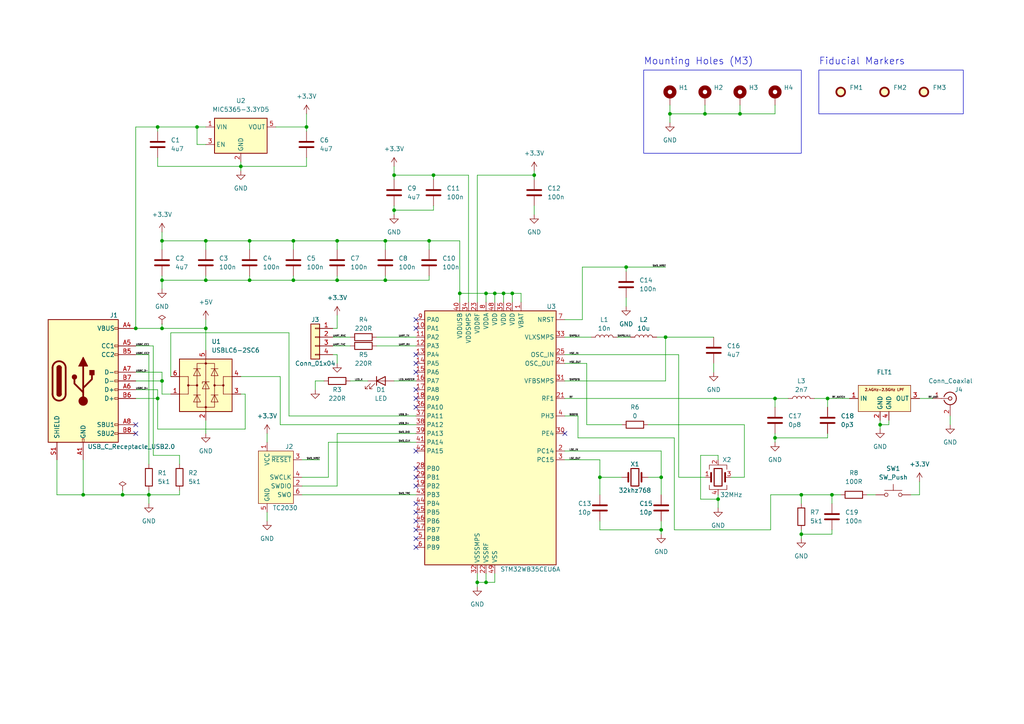
<source format=kicad_sch>
(kicad_sch (version 20230121) (generator eeschema)

  (uuid 527d6ec7-12e2-4bcf-82cf-0be43818fa1e)

  (paper "A4")

  (title_block
    (title "KiCAD Tutorial")
    (date "2023-12-27")
    (rev "A")
  )

  (lib_symbols
    (symbol "Connector:Conn_ARM_SWD_TagConnect_TC2030" (in_bom no) (on_board yes)
      (property "Reference" "J" (at 2.54 11.43 0)
        (effects (font (size 1.27 1.27)))
      )
      (property "Value" "Conn_ARM_SWD_TagConnect_TC2030" (at 5.08 8.89 0)
        (effects (font (size 1.27 1.27)))
      )
      (property "Footprint" "Connector:Tag-Connect_TC2030-IDC-FP_2x03_P1.27mm_Vertical" (at 0 -17.78 0)
        (effects (font (size 1.27 1.27)) hide)
      )
      (property "Datasheet" "https://www.tag-connect.com/wp-content/uploads/bsk-pdf-manager/TC2030-CTX_1.pdf" (at 0 -15.24 0)
        (effects (font (size 1.27 1.27)) hide)
      )
      (property "ki_keywords" "Cortex Debug Connector ARM SWD JTAG" (at 0 0 0)
        (effects (font (size 1.27 1.27)) hide)
      )
      (property "ki_description" "Tag-Connect ARM Cortex SWD JTAG connector, 6 pin" (at 0 0 0)
        (effects (font (size 1.27 1.27)) hide)
      )
      (property "ki_fp_filters" "*TC2030*" (at 0 0 0)
        (effects (font (size 1.27 1.27)) hide)
      )
      (symbol "Conn_ARM_SWD_TagConnect_TC2030_0_0"
        (pin power_in line (at -2.54 10.16 270) (length 2.54)
          (name "VCC" (effects (font (size 1.27 1.27))))
          (number "1" (effects (font (size 1.27 1.27))))
        )
        (pin bidirectional line (at 7.62 -2.54 180) (length 2.54)
          (name "SWDIO" (effects (font (size 1.27 1.27))))
          (number "2" (effects (font (size 1.27 1.27))))
          (alternate "TMS" bidirectional line)
        )
        (pin open_collector line (at 7.62 5.08 180) (length 2.54)
          (name "~{RESET}" (effects (font (size 1.27 1.27))))
          (number "3" (effects (font (size 1.27 1.27))))
        )
        (pin output line (at 7.62 0 180) (length 2.54)
          (name "SWCLK" (effects (font (size 1.27 1.27))))
          (number "4" (effects (font (size 1.27 1.27))))
          (alternate "TCK" output line)
        )
        (pin power_in line (at -2.54 -10.16 90) (length 2.54)
          (name "GND" (effects (font (size 1.27 1.27))))
          (number "5" (effects (font (size 1.27 1.27))))
        )
        (pin input line (at 7.62 -5.08 180) (length 2.54)
          (name "SWO" (effects (font (size 1.27 1.27))))
          (number "6" (effects (font (size 1.27 1.27))))
          (alternate "TDO" input line)
        )
      )
      (symbol "Conn_ARM_SWD_TagConnect_TC2030_0_1"
        (rectangle (start -5.08 7.62) (end 5.08 -7.62)
          (stroke (width 0) (type default))
          (fill (type background))
        )
      )
    )
    (symbol "Connector:Conn_Coaxial" (pin_names (offset 1.016) hide) (in_bom yes) (on_board yes)
      (property "Reference" "J" (at 0.254 3.048 0)
        (effects (font (size 1.27 1.27)))
      )
      (property "Value" "Conn_Coaxial" (at 2.921 0 90)
        (effects (font (size 1.27 1.27)))
      )
      (property "Footprint" "" (at 0 0 0)
        (effects (font (size 1.27 1.27)) hide)
      )
      (property "Datasheet" " ~" (at 0 0 0)
        (effects (font (size 1.27 1.27)) hide)
      )
      (property "ki_keywords" "BNC SMA SMB SMC LEMO coaxial connector CINCH RCA" (at 0 0 0)
        (effects (font (size 1.27 1.27)) hide)
      )
      (property "ki_description" "coaxial connector (BNC, SMA, SMB, SMC, Cinch/RCA, LEMO, ...)" (at 0 0 0)
        (effects (font (size 1.27 1.27)) hide)
      )
      (property "ki_fp_filters" "*BNC* *SMA* *SMB* *SMC* *Cinch* *LEMO*" (at 0 0 0)
        (effects (font (size 1.27 1.27)) hide)
      )
      (symbol "Conn_Coaxial_0_1"
        (arc (start -1.778 -0.508) (mid 0.2311 -1.8066) (end 1.778 0)
          (stroke (width 0.254) (type default))
          (fill (type none))
        )
        (polyline
          (pts
            (xy -2.54 0)
            (xy -0.508 0)
          )
          (stroke (width 0) (type default))
          (fill (type none))
        )
        (polyline
          (pts
            (xy 0 -2.54)
            (xy 0 -1.778)
          )
          (stroke (width 0) (type default))
          (fill (type none))
        )
        (circle (center 0 0) (radius 0.508)
          (stroke (width 0.2032) (type default))
          (fill (type none))
        )
        (arc (start 1.778 0) (mid 0.2099 1.8101) (end -1.778 0.508)
          (stroke (width 0.254) (type default))
          (fill (type none))
        )
      )
      (symbol "Conn_Coaxial_1_1"
        (pin passive line (at -5.08 0 0) (length 2.54)
          (name "In" (effects (font (size 1.27 1.27))))
          (number "1" (effects (font (size 1.27 1.27))))
        )
        (pin passive line (at 0 -5.08 90) (length 2.54)
          (name "Ext" (effects (font (size 1.27 1.27))))
          (number "2" (effects (font (size 1.27 1.27))))
        )
      )
    )
    (symbol "Connector:USB_C_Receptacle_USB2.0" (pin_names (offset 1.016)) (in_bom yes) (on_board yes)
      (property "Reference" "J" (at -10.16 19.05 0)
        (effects (font (size 1.27 1.27)) (justify left))
      )
      (property "Value" "USB_C_Receptacle_USB2.0" (at 19.05 19.05 0)
        (effects (font (size 1.27 1.27)) (justify right))
      )
      (property "Footprint" "" (at 3.81 0 0)
        (effects (font (size 1.27 1.27)) hide)
      )
      (property "Datasheet" "https://www.usb.org/sites/default/files/documents/usb_type-c.zip" (at 3.81 0 0)
        (effects (font (size 1.27 1.27)) hide)
      )
      (property "ki_keywords" "usb universal serial bus type-C USB2.0" (at 0 0 0)
        (effects (font (size 1.27 1.27)) hide)
      )
      (property "ki_description" "USB 2.0-only Type-C Receptacle connector" (at 0 0 0)
        (effects (font (size 1.27 1.27)) hide)
      )
      (property "ki_fp_filters" "USB*C*Receptacle*" (at 0 0 0)
        (effects (font (size 1.27 1.27)) hide)
      )
      (symbol "USB_C_Receptacle_USB2.0_0_0"
        (rectangle (start -0.254 -17.78) (end 0.254 -16.764)
          (stroke (width 0) (type default))
          (fill (type none))
        )
        (rectangle (start 10.16 -14.986) (end 9.144 -15.494)
          (stroke (width 0) (type default))
          (fill (type none))
        )
        (rectangle (start 10.16 -12.446) (end 9.144 -12.954)
          (stroke (width 0) (type default))
          (fill (type none))
        )
        (rectangle (start 10.16 -4.826) (end 9.144 -5.334)
          (stroke (width 0) (type default))
          (fill (type none))
        )
        (rectangle (start 10.16 -2.286) (end 9.144 -2.794)
          (stroke (width 0) (type default))
          (fill (type none))
        )
        (rectangle (start 10.16 0.254) (end 9.144 -0.254)
          (stroke (width 0) (type default))
          (fill (type none))
        )
        (rectangle (start 10.16 2.794) (end 9.144 2.286)
          (stroke (width 0) (type default))
          (fill (type none))
        )
        (rectangle (start 10.16 7.874) (end 9.144 7.366)
          (stroke (width 0) (type default))
          (fill (type none))
        )
        (rectangle (start 10.16 10.414) (end 9.144 9.906)
          (stroke (width 0) (type default))
          (fill (type none))
        )
        (rectangle (start 10.16 15.494) (end 9.144 14.986)
          (stroke (width 0) (type default))
          (fill (type none))
        )
      )
      (symbol "USB_C_Receptacle_USB2.0_0_1"
        (rectangle (start -10.16 17.78) (end 10.16 -17.78)
          (stroke (width 0.254) (type default))
          (fill (type background))
        )
        (arc (start -8.89 -3.81) (mid -6.985 -5.7067) (end -5.08 -3.81)
          (stroke (width 0.508) (type default))
          (fill (type none))
        )
        (arc (start -7.62 -3.81) (mid -6.985 -4.4423) (end -6.35 -3.81)
          (stroke (width 0.254) (type default))
          (fill (type none))
        )
        (arc (start -7.62 -3.81) (mid -6.985 -4.4423) (end -6.35 -3.81)
          (stroke (width 0.254) (type default))
          (fill (type outline))
        )
        (rectangle (start -7.62 -3.81) (end -6.35 3.81)
          (stroke (width 0.254) (type default))
          (fill (type outline))
        )
        (arc (start -6.35 3.81) (mid -6.985 4.4423) (end -7.62 3.81)
          (stroke (width 0.254) (type default))
          (fill (type none))
        )
        (arc (start -6.35 3.81) (mid -6.985 4.4423) (end -7.62 3.81)
          (stroke (width 0.254) (type default))
          (fill (type outline))
        )
        (arc (start -5.08 3.81) (mid -6.985 5.7067) (end -8.89 3.81)
          (stroke (width 0.508) (type default))
          (fill (type none))
        )
        (circle (center -2.54 1.143) (radius 0.635)
          (stroke (width 0.254) (type default))
          (fill (type outline))
        )
        (circle (center 0 -5.842) (radius 1.27)
          (stroke (width 0) (type default))
          (fill (type outline))
        )
        (polyline
          (pts
            (xy -8.89 -3.81)
            (xy -8.89 3.81)
          )
          (stroke (width 0.508) (type default))
          (fill (type none))
        )
        (polyline
          (pts
            (xy -5.08 3.81)
            (xy -5.08 -3.81)
          )
          (stroke (width 0.508) (type default))
          (fill (type none))
        )
        (polyline
          (pts
            (xy 0 -5.842)
            (xy 0 4.318)
          )
          (stroke (width 0.508) (type default))
          (fill (type none))
        )
        (polyline
          (pts
            (xy 0 -3.302)
            (xy -2.54 -0.762)
            (xy -2.54 0.508)
          )
          (stroke (width 0.508) (type default))
          (fill (type none))
        )
        (polyline
          (pts
            (xy 0 -2.032)
            (xy 2.54 0.508)
            (xy 2.54 1.778)
          )
          (stroke (width 0.508) (type default))
          (fill (type none))
        )
        (polyline
          (pts
            (xy -1.27 4.318)
            (xy 0 6.858)
            (xy 1.27 4.318)
            (xy -1.27 4.318)
          )
          (stroke (width 0.254) (type default))
          (fill (type outline))
        )
        (rectangle (start 1.905 1.778) (end 3.175 3.048)
          (stroke (width 0.254) (type default))
          (fill (type outline))
        )
      )
      (symbol "USB_C_Receptacle_USB2.0_1_1"
        (pin passive line (at 0 -22.86 90) (length 5.08)
          (name "GND" (effects (font (size 1.27 1.27))))
          (number "A1" (effects (font (size 1.27 1.27))))
        )
        (pin passive line (at 0 -22.86 90) (length 5.08) hide
          (name "GND" (effects (font (size 1.27 1.27))))
          (number "A12" (effects (font (size 1.27 1.27))))
        )
        (pin passive line (at 15.24 15.24 180) (length 5.08)
          (name "VBUS" (effects (font (size 1.27 1.27))))
          (number "A4" (effects (font (size 1.27 1.27))))
        )
        (pin bidirectional line (at 15.24 10.16 180) (length 5.08)
          (name "CC1" (effects (font (size 1.27 1.27))))
          (number "A5" (effects (font (size 1.27 1.27))))
        )
        (pin bidirectional line (at 15.24 -2.54 180) (length 5.08)
          (name "D+" (effects (font (size 1.27 1.27))))
          (number "A6" (effects (font (size 1.27 1.27))))
        )
        (pin bidirectional line (at 15.24 2.54 180) (length 5.08)
          (name "D-" (effects (font (size 1.27 1.27))))
          (number "A7" (effects (font (size 1.27 1.27))))
        )
        (pin bidirectional line (at 15.24 -12.7 180) (length 5.08)
          (name "SBU1" (effects (font (size 1.27 1.27))))
          (number "A8" (effects (font (size 1.27 1.27))))
        )
        (pin passive line (at 15.24 15.24 180) (length 5.08) hide
          (name "VBUS" (effects (font (size 1.27 1.27))))
          (number "A9" (effects (font (size 1.27 1.27))))
        )
        (pin passive line (at 0 -22.86 90) (length 5.08) hide
          (name "GND" (effects (font (size 1.27 1.27))))
          (number "B1" (effects (font (size 1.27 1.27))))
        )
        (pin passive line (at 0 -22.86 90) (length 5.08) hide
          (name "GND" (effects (font (size 1.27 1.27))))
          (number "B12" (effects (font (size 1.27 1.27))))
        )
        (pin passive line (at 15.24 15.24 180) (length 5.08) hide
          (name "VBUS" (effects (font (size 1.27 1.27))))
          (number "B4" (effects (font (size 1.27 1.27))))
        )
        (pin bidirectional line (at 15.24 7.62 180) (length 5.08)
          (name "CC2" (effects (font (size 1.27 1.27))))
          (number "B5" (effects (font (size 1.27 1.27))))
        )
        (pin bidirectional line (at 15.24 -5.08 180) (length 5.08)
          (name "D+" (effects (font (size 1.27 1.27))))
          (number "B6" (effects (font (size 1.27 1.27))))
        )
        (pin bidirectional line (at 15.24 0 180) (length 5.08)
          (name "D-" (effects (font (size 1.27 1.27))))
          (number "B7" (effects (font (size 1.27 1.27))))
        )
        (pin bidirectional line (at 15.24 -15.24 180) (length 5.08)
          (name "SBU2" (effects (font (size 1.27 1.27))))
          (number "B8" (effects (font (size 1.27 1.27))))
        )
        (pin passive line (at 15.24 15.24 180) (length 5.08) hide
          (name "VBUS" (effects (font (size 1.27 1.27))))
          (number "B9" (effects (font (size 1.27 1.27))))
        )
        (pin passive line (at -7.62 -22.86 90) (length 5.08)
          (name "SHIELD" (effects (font (size 1.27 1.27))))
          (number "S1" (effects (font (size 1.27 1.27))))
        )
      )
    )
    (symbol "Connector_Generic:Conn_01x04" (pin_names (offset 1.016) hide) (in_bom yes) (on_board yes)
      (property "Reference" "J" (at 0 5.08 0)
        (effects (font (size 1.27 1.27)))
      )
      (property "Value" "Conn_01x04" (at 0 -7.62 0)
        (effects (font (size 1.27 1.27)))
      )
      (property "Footprint" "" (at 0 0 0)
        (effects (font (size 1.27 1.27)) hide)
      )
      (property "Datasheet" "~" (at 0 0 0)
        (effects (font (size 1.27 1.27)) hide)
      )
      (property "ki_keywords" "connector" (at 0 0 0)
        (effects (font (size 1.27 1.27)) hide)
      )
      (property "ki_description" "Generic connector, single row, 01x04, script generated (kicad-library-utils/schlib/autogen/connector/)" (at 0 0 0)
        (effects (font (size 1.27 1.27)) hide)
      )
      (property "ki_fp_filters" "Connector*:*_1x??_*" (at 0 0 0)
        (effects (font (size 1.27 1.27)) hide)
      )
      (symbol "Conn_01x04_1_1"
        (rectangle (start -1.27 -4.953) (end 0 -5.207)
          (stroke (width 0.1524) (type default))
          (fill (type none))
        )
        (rectangle (start -1.27 -2.413) (end 0 -2.667)
          (stroke (width 0.1524) (type default))
          (fill (type none))
        )
        (rectangle (start -1.27 0.127) (end 0 -0.127)
          (stroke (width 0.1524) (type default))
          (fill (type none))
        )
        (rectangle (start -1.27 2.667) (end 0 2.413)
          (stroke (width 0.1524) (type default))
          (fill (type none))
        )
        (rectangle (start -1.27 3.81) (end 1.27 -6.35)
          (stroke (width 0.254) (type default))
          (fill (type background))
        )
        (pin passive line (at -5.08 2.54 0) (length 3.81)
          (name "Pin_1" (effects (font (size 1.27 1.27))))
          (number "1" (effects (font (size 1.27 1.27))))
        )
        (pin passive line (at -5.08 0 0) (length 3.81)
          (name "Pin_2" (effects (font (size 1.27 1.27))))
          (number "2" (effects (font (size 1.27 1.27))))
        )
        (pin passive line (at -5.08 -2.54 0) (length 3.81)
          (name "Pin_3" (effects (font (size 1.27 1.27))))
          (number "3" (effects (font (size 1.27 1.27))))
        )
        (pin passive line (at -5.08 -5.08 0) (length 3.81)
          (name "Pin_4" (effects (font (size 1.27 1.27))))
          (number "4" (effects (font (size 1.27 1.27))))
        )
      )
    )
    (symbol "Device:C" (pin_numbers hide) (pin_names (offset 0.254)) (in_bom yes) (on_board yes)
      (property "Reference" "C" (at 0.635 2.54 0)
        (effects (font (size 1.27 1.27)) (justify left))
      )
      (property "Value" "C" (at 0.635 -2.54 0)
        (effects (font (size 1.27 1.27)) (justify left))
      )
      (property "Footprint" "" (at 0.9652 -3.81 0)
        (effects (font (size 1.27 1.27)) hide)
      )
      (property "Datasheet" "~" (at 0 0 0)
        (effects (font (size 1.27 1.27)) hide)
      )
      (property "ki_keywords" "cap capacitor" (at 0 0 0)
        (effects (font (size 1.27 1.27)) hide)
      )
      (property "ki_description" "Unpolarized capacitor" (at 0 0 0)
        (effects (font (size 1.27 1.27)) hide)
      )
      (property "ki_fp_filters" "C_*" (at 0 0 0)
        (effects (font (size 1.27 1.27)) hide)
      )
      (symbol "C_0_1"
        (polyline
          (pts
            (xy -2.032 -0.762)
            (xy 2.032 -0.762)
          )
          (stroke (width 0.508) (type default))
          (fill (type none))
        )
        (polyline
          (pts
            (xy -2.032 0.762)
            (xy 2.032 0.762)
          )
          (stroke (width 0.508) (type default))
          (fill (type none))
        )
      )
      (symbol "C_1_1"
        (pin passive line (at 0 3.81 270) (length 2.794)
          (name "~" (effects (font (size 1.27 1.27))))
          (number "1" (effects (font (size 1.27 1.27))))
        )
        (pin passive line (at 0 -3.81 90) (length 2.794)
          (name "~" (effects (font (size 1.27 1.27))))
          (number "2" (effects (font (size 1.27 1.27))))
        )
      )
    )
    (symbol "Device:Crystal" (pin_numbers hide) (pin_names (offset 1.016) hide) (in_bom yes) (on_board yes)
      (property "Reference" "Y" (at 0 3.81 0)
        (effects (font (size 1.27 1.27)))
      )
      (property "Value" "Crystal" (at 0 -3.81 0)
        (effects (font (size 1.27 1.27)))
      )
      (property "Footprint" "" (at 0 0 0)
        (effects (font (size 1.27 1.27)) hide)
      )
      (property "Datasheet" "~" (at 0 0 0)
        (effects (font (size 1.27 1.27)) hide)
      )
      (property "ki_keywords" "quartz ceramic resonator oscillator" (at 0 0 0)
        (effects (font (size 1.27 1.27)) hide)
      )
      (property "ki_description" "Two pin crystal" (at 0 0 0)
        (effects (font (size 1.27 1.27)) hide)
      )
      (property "ki_fp_filters" "Crystal*" (at 0 0 0)
        (effects (font (size 1.27 1.27)) hide)
      )
      (symbol "Crystal_0_1"
        (rectangle (start -1.143 2.54) (end 1.143 -2.54)
          (stroke (width 0.3048) (type default))
          (fill (type none))
        )
        (polyline
          (pts
            (xy -2.54 0)
            (xy -1.905 0)
          )
          (stroke (width 0) (type default))
          (fill (type none))
        )
        (polyline
          (pts
            (xy -1.905 -1.27)
            (xy -1.905 1.27)
          )
          (stroke (width 0.508) (type default))
          (fill (type none))
        )
        (polyline
          (pts
            (xy 1.905 -1.27)
            (xy 1.905 1.27)
          )
          (stroke (width 0.508) (type default))
          (fill (type none))
        )
        (polyline
          (pts
            (xy 2.54 0)
            (xy 1.905 0)
          )
          (stroke (width 0) (type default))
          (fill (type none))
        )
      )
      (symbol "Crystal_1_1"
        (pin passive line (at -3.81 0 0) (length 1.27)
          (name "1" (effects (font (size 1.27 1.27))))
          (number "1" (effects (font (size 1.27 1.27))))
        )
        (pin passive line (at 3.81 0 180) (length 1.27)
          (name "2" (effects (font (size 1.27 1.27))))
          (number "2" (effects (font (size 1.27 1.27))))
        )
      )
    )
    (symbol "Device:Crystal_GND24" (pin_names (offset 1.016) hide) (in_bom yes) (on_board yes)
      (property "Reference" "Y" (at 3.175 5.08 0)
        (effects (font (size 1.27 1.27)) (justify left))
      )
      (property "Value" "Crystal_GND24" (at 3.175 3.175 0)
        (effects (font (size 1.27 1.27)) (justify left))
      )
      (property "Footprint" "" (at 0 0 0)
        (effects (font (size 1.27 1.27)) hide)
      )
      (property "Datasheet" "~" (at 0 0 0)
        (effects (font (size 1.27 1.27)) hide)
      )
      (property "ki_keywords" "quartz ceramic resonator oscillator" (at 0 0 0)
        (effects (font (size 1.27 1.27)) hide)
      )
      (property "ki_description" "Four pin crystal, GND on pins 2 and 4" (at 0 0 0)
        (effects (font (size 1.27 1.27)) hide)
      )
      (property "ki_fp_filters" "Crystal*" (at 0 0 0)
        (effects (font (size 1.27 1.27)) hide)
      )
      (symbol "Crystal_GND24_0_1"
        (rectangle (start -1.143 2.54) (end 1.143 -2.54)
          (stroke (width 0.3048) (type default))
          (fill (type none))
        )
        (polyline
          (pts
            (xy -2.54 0)
            (xy -2.032 0)
          )
          (stroke (width 0) (type default))
          (fill (type none))
        )
        (polyline
          (pts
            (xy -2.032 -1.27)
            (xy -2.032 1.27)
          )
          (stroke (width 0.508) (type default))
          (fill (type none))
        )
        (polyline
          (pts
            (xy 0 -3.81)
            (xy 0 -3.556)
          )
          (stroke (width 0) (type default))
          (fill (type none))
        )
        (polyline
          (pts
            (xy 0 3.556)
            (xy 0 3.81)
          )
          (stroke (width 0) (type default))
          (fill (type none))
        )
        (polyline
          (pts
            (xy 2.032 -1.27)
            (xy 2.032 1.27)
          )
          (stroke (width 0.508) (type default))
          (fill (type none))
        )
        (polyline
          (pts
            (xy 2.032 0)
            (xy 2.54 0)
          )
          (stroke (width 0) (type default))
          (fill (type none))
        )
        (polyline
          (pts
            (xy -2.54 -2.286)
            (xy -2.54 -3.556)
            (xy 2.54 -3.556)
            (xy 2.54 -2.286)
          )
          (stroke (width 0) (type default))
          (fill (type none))
        )
        (polyline
          (pts
            (xy -2.54 2.286)
            (xy -2.54 3.556)
            (xy 2.54 3.556)
            (xy 2.54 2.286)
          )
          (stroke (width 0) (type default))
          (fill (type none))
        )
      )
      (symbol "Crystal_GND24_1_1"
        (pin passive line (at -3.81 0 0) (length 1.27)
          (name "1" (effects (font (size 1.27 1.27))))
          (number "1" (effects (font (size 1.27 1.27))))
        )
        (pin passive line (at 0 5.08 270) (length 1.27)
          (name "2" (effects (font (size 1.27 1.27))))
          (number "2" (effects (font (size 1.27 1.27))))
        )
        (pin passive line (at 3.81 0 180) (length 1.27)
          (name "3" (effects (font (size 1.27 1.27))))
          (number "3" (effects (font (size 1.27 1.27))))
        )
        (pin passive line (at 0 -5.08 90) (length 1.27)
          (name "4" (effects (font (size 1.27 1.27))))
          (number "4" (effects (font (size 1.27 1.27))))
        )
      )
    )
    (symbol "Device:L" (pin_numbers hide) (pin_names (offset 1.016) hide) (in_bom yes) (on_board yes)
      (property "Reference" "L" (at -1.27 0 90)
        (effects (font (size 1.27 1.27)))
      )
      (property "Value" "L" (at 1.905 0 90)
        (effects (font (size 1.27 1.27)))
      )
      (property "Footprint" "" (at 0 0 0)
        (effects (font (size 1.27 1.27)) hide)
      )
      (property "Datasheet" "~" (at 0 0 0)
        (effects (font (size 1.27 1.27)) hide)
      )
      (property "ki_keywords" "inductor choke coil reactor magnetic" (at 0 0 0)
        (effects (font (size 1.27 1.27)) hide)
      )
      (property "ki_description" "Inductor" (at 0 0 0)
        (effects (font (size 1.27 1.27)) hide)
      )
      (property "ki_fp_filters" "Choke_* *Coil* Inductor_* L_*" (at 0 0 0)
        (effects (font (size 1.27 1.27)) hide)
      )
      (symbol "L_0_1"
        (arc (start 0 -2.54) (mid 0.6323 -1.905) (end 0 -1.27)
          (stroke (width 0) (type default))
          (fill (type none))
        )
        (arc (start 0 -1.27) (mid 0.6323 -0.635) (end 0 0)
          (stroke (width 0) (type default))
          (fill (type none))
        )
        (arc (start 0 0) (mid 0.6323 0.635) (end 0 1.27)
          (stroke (width 0) (type default))
          (fill (type none))
        )
        (arc (start 0 1.27) (mid 0.6323 1.905) (end 0 2.54)
          (stroke (width 0) (type default))
          (fill (type none))
        )
      )
      (symbol "L_1_1"
        (pin passive line (at 0 3.81 270) (length 1.27)
          (name "1" (effects (font (size 1.27 1.27))))
          (number "1" (effects (font (size 1.27 1.27))))
        )
        (pin passive line (at 0 -3.81 90) (length 1.27)
          (name "2" (effects (font (size 1.27 1.27))))
          (number "2" (effects (font (size 1.27 1.27))))
        )
      )
    )
    (symbol "Device:LED" (pin_numbers hide) (pin_names (offset 1.016) hide) (in_bom yes) (on_board yes)
      (property "Reference" "D" (at 0 2.54 0)
        (effects (font (size 1.27 1.27)))
      )
      (property "Value" "LED" (at 0 -2.54 0)
        (effects (font (size 1.27 1.27)))
      )
      (property "Footprint" "" (at 0 0 0)
        (effects (font (size 1.27 1.27)) hide)
      )
      (property "Datasheet" "~" (at 0 0 0)
        (effects (font (size 1.27 1.27)) hide)
      )
      (property "ki_keywords" "LED diode" (at 0 0 0)
        (effects (font (size 1.27 1.27)) hide)
      )
      (property "ki_description" "Light emitting diode" (at 0 0 0)
        (effects (font (size 1.27 1.27)) hide)
      )
      (property "ki_fp_filters" "LED* LED_SMD:* LED_THT:*" (at 0 0 0)
        (effects (font (size 1.27 1.27)) hide)
      )
      (symbol "LED_0_1"
        (polyline
          (pts
            (xy -1.27 -1.27)
            (xy -1.27 1.27)
          )
          (stroke (width 0.254) (type default))
          (fill (type none))
        )
        (polyline
          (pts
            (xy -1.27 0)
            (xy 1.27 0)
          )
          (stroke (width 0) (type default))
          (fill (type none))
        )
        (polyline
          (pts
            (xy 1.27 -1.27)
            (xy 1.27 1.27)
            (xy -1.27 0)
            (xy 1.27 -1.27)
          )
          (stroke (width 0.254) (type default))
          (fill (type none))
        )
        (polyline
          (pts
            (xy -3.048 -0.762)
            (xy -4.572 -2.286)
            (xy -3.81 -2.286)
            (xy -4.572 -2.286)
            (xy -4.572 -1.524)
          )
          (stroke (width 0) (type default))
          (fill (type none))
        )
        (polyline
          (pts
            (xy -1.778 -0.762)
            (xy -3.302 -2.286)
            (xy -2.54 -2.286)
            (xy -3.302 -2.286)
            (xy -3.302 -1.524)
          )
          (stroke (width 0) (type default))
          (fill (type none))
        )
      )
      (symbol "LED_1_1"
        (pin passive line (at -3.81 0 0) (length 2.54)
          (name "K" (effects (font (size 1.27 1.27))))
          (number "1" (effects (font (size 1.27 1.27))))
        )
        (pin passive line (at 3.81 0 180) (length 2.54)
          (name "A" (effects (font (size 1.27 1.27))))
          (number "2" (effects (font (size 1.27 1.27))))
        )
      )
    )
    (symbol "Device:R" (pin_numbers hide) (pin_names (offset 0)) (in_bom yes) (on_board yes)
      (property "Reference" "R" (at 2.032 0 90)
        (effects (font (size 1.27 1.27)))
      )
      (property "Value" "R" (at 0 0 90)
        (effects (font (size 1.27 1.27)))
      )
      (property "Footprint" "" (at -1.778 0 90)
        (effects (font (size 1.27 1.27)) hide)
      )
      (property "Datasheet" "~" (at 0 0 0)
        (effects (font (size 1.27 1.27)) hide)
      )
      (property "ki_keywords" "R res resistor" (at 0 0 0)
        (effects (font (size 1.27 1.27)) hide)
      )
      (property "ki_description" "Resistor" (at 0 0 0)
        (effects (font (size 1.27 1.27)) hide)
      )
      (property "ki_fp_filters" "R_*" (at 0 0 0)
        (effects (font (size 1.27 1.27)) hide)
      )
      (symbol "R_0_1"
        (rectangle (start -1.016 -2.54) (end 1.016 2.54)
          (stroke (width 0.254) (type default))
          (fill (type none))
        )
      )
      (symbol "R_1_1"
        (pin passive line (at 0 3.81 270) (length 1.27)
          (name "~" (effects (font (size 1.27 1.27))))
          (number "1" (effects (font (size 1.27 1.27))))
        )
        (pin passive line (at 0 -3.81 90) (length 1.27)
          (name "~" (effects (font (size 1.27 1.27))))
          (number "2" (effects (font (size 1.27 1.27))))
        )
      )
    )
    (symbol "MCU_ST_STM32WB:STM32WB35CEUxA" (in_bom yes) (on_board yes)
      (property "Reference" "U" (at -17.78 39.37 0)
        (effects (font (size 1.27 1.27)) (justify left))
      )
      (property "Value" "STM32WB35CEUxA" (at 12.7 39.37 0)
        (effects (font (size 1.27 1.27)) (justify left))
      )
      (property "Footprint" "Package_DFN_QFN:QFN-48-1EP_7x7mm_P0.5mm_EP5.6x5.6mm" (at -17.78 -35.56 0)
        (effects (font (size 1.27 1.27)) (justify right) hide)
      )
      (property "Datasheet" "https://www.st.com/resource/en/datasheet/stm32wb35ce.pdf" (at 0 0 0)
        (effects (font (size 1.27 1.27)) hide)
      )
      (property "ki_locked" "" (at 0 0 0)
        (effects (font (size 1.27 1.27)))
      )
      (property "ki_keywords" "Arm Cortex-M4 STM32WB STM32WBx5" (at 0 0 0)
        (effects (font (size 1.27 1.27)) hide)
      )
      (property "ki_description" "STMicroelectronics Arm Cortex-M4 MCU, 512KB flash, 96KB RAM, 30 GPIO, UFQFPN48" (at 0 0 0)
        (effects (font (size 1.27 1.27)) hide)
      )
      (property "ki_fp_filters" "QFN*1EP*7x7mm*P0.5mm*" (at 0 0 0)
        (effects (font (size 1.27 1.27)) hide)
      )
      (symbol "STM32WB35CEUxA_0_1"
        (rectangle (start -17.78 -35.56) (end 20.32 38.1)
          (stroke (width 0.254) (type default))
          (fill (type background))
        )
      )
      (symbol "STM32WB35CEUxA_1_1"
        (pin power_in line (at -7.62 40.64 270) (length 2.54)
          (name "VBAT" (effects (font (size 1.27 1.27))))
          (number "1" (effects (font (size 1.27 1.27))))
        )
        (pin bidirectional line (at 22.86 33.02 180) (length 2.54)
          (name "PA1" (effects (font (size 1.27 1.27))))
          (number "10" (effects (font (size 1.27 1.27))))
          (alternate "ADC1_IN6" bidirectional line)
          (alternate "COMP1_INP" bidirectional line)
          (alternate "I2C1_SMBA" bidirectional line)
          (alternate "SPI1_SCK" bidirectional line)
          (alternate "TIM2_CH2" bidirectional line)
        )
        (pin bidirectional line (at 22.86 30.48 180) (length 2.54)
          (name "PA2" (effects (font (size 1.27 1.27))))
          (number "11" (effects (font (size 1.27 1.27))))
          (alternate "ADC1_IN7" bidirectional line)
          (alternate "COMP2_INM" bidirectional line)
          (alternate "COMP2_OUT" bidirectional line)
          (alternate "LPUART1_TX" bidirectional line)
          (alternate "QUADSPI_BK1_NCS" bidirectional line)
          (alternate "RCC_LSCO" bidirectional line)
          (alternate "SYS_WKUP4" bidirectional line)
          (alternate "TIM2_CH3" bidirectional line)
        )
        (pin bidirectional line (at 22.86 27.94 180) (length 2.54)
          (name "PA3" (effects (font (size 1.27 1.27))))
          (number "12" (effects (font (size 1.27 1.27))))
          (alternate "ADC1_IN8" bidirectional line)
          (alternate "COMP2_INP" bidirectional line)
          (alternate "LPUART1_RX" bidirectional line)
          (alternate "QUADSPI_CLK" bidirectional line)
          (alternate "SAI1_CK1" bidirectional line)
          (alternate "SAI1_MCLK_A" bidirectional line)
          (alternate "TIM2_CH4" bidirectional line)
        )
        (pin bidirectional line (at 22.86 25.4 180) (length 2.54)
          (name "PA4" (effects (font (size 1.27 1.27))))
          (number "13" (effects (font (size 1.27 1.27))))
          (alternate "ADC1_IN9" bidirectional line)
          (alternate "COMP1_INM" bidirectional line)
          (alternate "COMP2_INM" bidirectional line)
          (alternate "LPTIM2_OUT" bidirectional line)
          (alternate "SAI1_FS_B" bidirectional line)
          (alternate "SPI1_NSS" bidirectional line)
        )
        (pin bidirectional line (at 22.86 22.86 180) (length 2.54)
          (name "PA5" (effects (font (size 1.27 1.27))))
          (number "14" (effects (font (size 1.27 1.27))))
          (alternate "ADC1_IN10" bidirectional line)
          (alternate "COMP1_INM" bidirectional line)
          (alternate "COMP2_INM" bidirectional line)
          (alternate "LPTIM2_ETR" bidirectional line)
          (alternate "SAI1_SD_B" bidirectional line)
          (alternate "SPI1_SCK" bidirectional line)
          (alternate "TIM2_CH1" bidirectional line)
          (alternate "TIM2_ETR" bidirectional line)
        )
        (pin bidirectional line (at 22.86 20.32 180) (length 2.54)
          (name "PA6" (effects (font (size 1.27 1.27))))
          (number "15" (effects (font (size 1.27 1.27))))
          (alternate "ADC1_IN11" bidirectional line)
          (alternate "LPUART1_CTS" bidirectional line)
          (alternate "QUADSPI_BK1_IO3" bidirectional line)
          (alternate "SPI1_MISO" bidirectional line)
          (alternate "TIM16_CH1" bidirectional line)
          (alternate "TIM1_BKIN" bidirectional line)
        )
        (pin bidirectional line (at 22.86 17.78 180) (length 2.54)
          (name "PA7" (effects (font (size 1.27 1.27))))
          (number "16" (effects (font (size 1.27 1.27))))
          (alternate "ADC1_IN12" bidirectional line)
          (alternate "COMP2_OUT" bidirectional line)
          (alternate "I2C3_SCL" bidirectional line)
          (alternate "QUADSPI_BK1_IO2" bidirectional line)
          (alternate "SPI1_MOSI" bidirectional line)
          (alternate "TIM17_CH1" bidirectional line)
          (alternate "TIM1_CH1N" bidirectional line)
        )
        (pin bidirectional line (at 22.86 15.24 180) (length 2.54)
          (name "PA8" (effects (font (size 1.27 1.27))))
          (number "17" (effects (font (size 1.27 1.27))))
          (alternate "ADC1_IN15" bidirectional line)
          (alternate "LPTIM2_OUT" bidirectional line)
          (alternate "RCC_MCO" bidirectional line)
          (alternate "SAI1_CK2" bidirectional line)
          (alternate "SAI1_SCK_A" bidirectional line)
          (alternate "TIM1_CH1" bidirectional line)
          (alternate "USART1_CK" bidirectional line)
        )
        (pin bidirectional line (at 22.86 12.7 180) (length 2.54)
          (name "PA9" (effects (font (size 1.27 1.27))))
          (number "18" (effects (font (size 1.27 1.27))))
          (alternate "ADC1_IN16" bidirectional line)
          (alternate "COMP1_INM" bidirectional line)
          (alternate "I2C1_SCL" bidirectional line)
          (alternate "SAI1_D2" bidirectional line)
          (alternate "SAI1_FS_A" bidirectional line)
          (alternate "TIM1_CH2" bidirectional line)
          (alternate "USART1_TX" bidirectional line)
        )
        (pin bidirectional line (at 22.86 -12.7 180) (length 2.54)
          (name "PB2" (effects (font (size 1.27 1.27))))
          (number "19" (effects (font (size 1.27 1.27))))
          (alternate "COMP1_INP" bidirectional line)
          (alternate "I2C3_SMBA" bidirectional line)
          (alternate "LPTIM1_OUT" bidirectional line)
          (alternate "RTC_OUT2" bidirectional line)
          (alternate "SAI1_EXTCLK" bidirectional line)
          (alternate "SPI1_NSS" bidirectional line)
        )
        (pin bidirectional line (at -20.32 -2.54 0) (length 2.54)
          (name "PC14" (effects (font (size 1.27 1.27))))
          (number "2" (effects (font (size 1.27 1.27))))
          (alternate "RCC_OSC32_IN" bidirectional line)
        )
        (pin power_in line (at -5.08 40.64 270) (length 2.54)
          (name "VDD" (effects (font (size 1.27 1.27))))
          (number "20" (effects (font (size 1.27 1.27))))
        )
        (pin bidirectional line (at -20.32 12.7 0) (length 2.54)
          (name "RF1" (effects (font (size 1.27 1.27))))
          (number "21" (effects (font (size 1.27 1.27))))
          (alternate "RF_RF1" bidirectional line)
        )
        (pin power_in line (at 2.54 -38.1 90) (length 2.54)
          (name "VSSRF" (effects (font (size 1.27 1.27))))
          (number "22" (effects (font (size 1.27 1.27))))
        )
        (pin power_in line (at 5.08 40.64 270) (length 2.54)
          (name "VDDRF" (effects (font (size 1.27 1.27))))
          (number "23" (effects (font (size 1.27 1.27))))
        )
        (pin input line (at -20.32 22.86 0) (length 2.54)
          (name "OSC_OUT" (effects (font (size 1.27 1.27))))
          (number "24" (effects (font (size 1.27 1.27))))
          (alternate "RCC_OSC_OUT" bidirectional line)
        )
        (pin input line (at -20.32 25.4 0) (length 2.54)
          (name "OSC_IN" (effects (font (size 1.27 1.27))))
          (number "25" (effects (font (size 1.27 1.27))))
          (alternate "RCC_OSC_IN" bidirectional line)
        )
        (pin no_connect line (at -17.78 -35.56 0) (length 2.54) hide
          (name "AT0" (effects (font (size 1.27 1.27))))
          (number "26" (effects (font (size 1.27 1.27))))
        )
        (pin no_connect line (at -17.78 -33.02 0) (length 2.54) hide
          (name "AT1" (effects (font (size 1.27 1.27))))
          (number "27" (effects (font (size 1.27 1.27))))
        )
        (pin bidirectional line (at 22.86 -7.62 180) (length 2.54)
          (name "PB0" (effects (font (size 1.27 1.27))))
          (number "28" (effects (font (size 1.27 1.27))))
          (alternate "COMP1_OUT" bidirectional line)
          (alternate "RF_TX_MOD_EXT_PA" bidirectional line)
        )
        (pin bidirectional line (at 22.86 -10.16 180) (length 2.54)
          (name "PB1" (effects (font (size 1.27 1.27))))
          (number "29" (effects (font (size 1.27 1.27))))
          (alternate "LPTIM2_IN1" bidirectional line)
          (alternate "LPUART1_DE" bidirectional line)
          (alternate "LPUART1_RTS" bidirectional line)
        )
        (pin bidirectional line (at -20.32 -5.08 0) (length 2.54)
          (name "PC15" (effects (font (size 1.27 1.27))))
          (number "3" (effects (font (size 1.27 1.27))))
          (alternate "ADC1_EXTI15" bidirectional line)
          (alternate "RCC_OSC32_OUT" bidirectional line)
        )
        (pin bidirectional line (at -20.32 2.54 0) (length 2.54)
          (name "PE4" (effects (font (size 1.27 1.27))))
          (number "30" (effects (font (size 1.27 1.27))))
        )
        (pin input line (at -20.32 17.78 0) (length 2.54)
          (name "VFBSMPS" (effects (font (size 1.27 1.27))))
          (number "31" (effects (font (size 1.27 1.27))))
        )
        (pin power_in line (at 5.08 -38.1 90) (length 2.54)
          (name "VSSSMPS" (effects (font (size 1.27 1.27))))
          (number "32" (effects (font (size 1.27 1.27))))
        )
        (pin power_in line (at -20.32 30.48 0) (length 2.54)
          (name "VLXSMPS" (effects (font (size 1.27 1.27))))
          (number "33" (effects (font (size 1.27 1.27))))
        )
        (pin power_in line (at 7.62 40.64 270) (length 2.54)
          (name "VDDSMPS" (effects (font (size 1.27 1.27))))
          (number "34" (effects (font (size 1.27 1.27))))
        )
        (pin power_in line (at -2.54 40.64 270) (length 2.54)
          (name "VDD" (effects (font (size 1.27 1.27))))
          (number "35" (effects (font (size 1.27 1.27))))
        )
        (pin bidirectional line (at 22.86 10.16 180) (length 2.54)
          (name "PA10" (effects (font (size 1.27 1.27))))
          (number "36" (effects (font (size 1.27 1.27))))
          (alternate "CRS_SYNC" bidirectional line)
          (alternate "I2C1_SDA" bidirectional line)
          (alternate "SAI1_D1" bidirectional line)
          (alternate "SAI1_SD_A" bidirectional line)
          (alternate "TIM17_BKIN" bidirectional line)
          (alternate "TIM1_CH3" bidirectional line)
          (alternate "USART1_RX" bidirectional line)
        )
        (pin bidirectional line (at 22.86 7.62 180) (length 2.54)
          (name "PA11" (effects (font (size 1.27 1.27))))
          (number "37" (effects (font (size 1.27 1.27))))
          (alternate "ADC1_EXTI11" bidirectional line)
          (alternate "SPI1_MISO" bidirectional line)
          (alternate "TIM1_BKIN2" bidirectional line)
          (alternate "TIM1_CH4" bidirectional line)
          (alternate "USART1_CTS" bidirectional line)
          (alternate "USART1_NSS" bidirectional line)
          (alternate "USB_DM" bidirectional line)
        )
        (pin bidirectional line (at 22.86 5.08 180) (length 2.54)
          (name "PA12" (effects (font (size 1.27 1.27))))
          (number "38" (effects (font (size 1.27 1.27))))
          (alternate "LPUART1_RX" bidirectional line)
          (alternate "SPI1_MOSI" bidirectional line)
          (alternate "TIM1_ETR" bidirectional line)
          (alternate "USART1_DE" bidirectional line)
          (alternate "USART1_RTS" bidirectional line)
          (alternate "USB_DP" bidirectional line)
        )
        (pin bidirectional line (at 22.86 2.54 180) (length 2.54)
          (name "PA13" (effects (font (size 1.27 1.27))))
          (number "39" (effects (font (size 1.27 1.27))))
          (alternate "IR_OUT" bidirectional line)
          (alternate "SAI1_SD_B" bidirectional line)
          (alternate "SYS_JTMS-SWDIO" bidirectional line)
          (alternate "USB_NOE" bidirectional line)
        )
        (pin bidirectional line (at -20.32 7.62 0) (length 2.54)
          (name "PH3" (effects (font (size 1.27 1.27))))
          (number "4" (effects (font (size 1.27 1.27))))
          (alternate "RCC_LSCO" bidirectional line)
        )
        (pin power_in line (at 10.16 40.64 270) (length 2.54)
          (name "VDDUSB" (effects (font (size 1.27 1.27))))
          (number "40" (effects (font (size 1.27 1.27))))
        )
        (pin bidirectional line (at 22.86 0 180) (length 2.54)
          (name "PA14" (effects (font (size 1.27 1.27))))
          (number "41" (effects (font (size 1.27 1.27))))
          (alternate "I2C1_SMBA" bidirectional line)
          (alternate "LPTIM1_OUT" bidirectional line)
          (alternate "SAI1_FS_B" bidirectional line)
          (alternate "SYS_JTCK-SWCLK" bidirectional line)
        )
        (pin bidirectional line (at 22.86 -2.54 180) (length 2.54)
          (name "PA15" (effects (font (size 1.27 1.27))))
          (number "42" (effects (font (size 1.27 1.27))))
          (alternate "ADC1_EXTI15" bidirectional line)
          (alternate "RCC_MCO" bidirectional line)
          (alternate "SPI1_NSS" bidirectional line)
          (alternate "SYS_JTDI" bidirectional line)
          (alternate "TIM2_CH1" bidirectional line)
          (alternate "TIM2_ETR" bidirectional line)
        )
        (pin bidirectional line (at 22.86 -15.24 180) (length 2.54)
          (name "PB3" (effects (font (size 1.27 1.27))))
          (number "43" (effects (font (size 1.27 1.27))))
          (alternate "COMP2_INM" bidirectional line)
          (alternate "SAI1_SCK_B" bidirectional line)
          (alternate "SPI1_SCK" bidirectional line)
          (alternate "SYS_JTDO-SWO" bidirectional line)
          (alternate "TIM2_CH2" bidirectional line)
          (alternate "USART1_DE" bidirectional line)
          (alternate "USART1_RTS" bidirectional line)
        )
        (pin bidirectional line (at 22.86 -17.78 180) (length 2.54)
          (name "PB4" (effects (font (size 1.27 1.27))))
          (number "44" (effects (font (size 1.27 1.27))))
          (alternate "COMP2_INP" bidirectional line)
          (alternate "I2C3_SDA" bidirectional line)
          (alternate "SAI1_MCLK_B" bidirectional line)
          (alternate "SPI1_MISO" bidirectional line)
          (alternate "SYS_JTRST" bidirectional line)
          (alternate "TIM17_BKIN" bidirectional line)
          (alternate "USART1_CTS" bidirectional line)
          (alternate "USART1_NSS" bidirectional line)
        )
        (pin bidirectional line (at 22.86 -20.32 180) (length 2.54)
          (name "PB5" (effects (font (size 1.27 1.27))))
          (number "45" (effects (font (size 1.27 1.27))))
          (alternate "COMP2_OUT" bidirectional line)
          (alternate "I2C1_SMBA" bidirectional line)
          (alternate "LPTIM1_IN1" bidirectional line)
          (alternate "LPUART1_TX" bidirectional line)
          (alternate "SAI1_SD_B" bidirectional line)
          (alternate "SPI1_MOSI" bidirectional line)
          (alternate "TIM16_BKIN" bidirectional line)
          (alternate "USART1_CK" bidirectional line)
        )
        (pin bidirectional line (at 22.86 -22.86 180) (length 2.54)
          (name "PB6" (effects (font (size 1.27 1.27))))
          (number "46" (effects (font (size 1.27 1.27))))
          (alternate "COMP2_INP" bidirectional line)
          (alternate "I2C1_SCL" bidirectional line)
          (alternate "LPTIM1_ETR" bidirectional line)
          (alternate "RCC_MCO" bidirectional line)
          (alternate "SAI1_FS_B" bidirectional line)
          (alternate "TIM16_CH1N" bidirectional line)
          (alternate "USART1_TX" bidirectional line)
        )
        (pin bidirectional line (at 22.86 -25.4 180) (length 2.54)
          (name "PB7" (effects (font (size 1.27 1.27))))
          (number "47" (effects (font (size 1.27 1.27))))
          (alternate "COMP2_INM" bidirectional line)
          (alternate "I2C1_SDA" bidirectional line)
          (alternate "LPTIM1_IN2" bidirectional line)
          (alternate "SYS_PVD_IN" bidirectional line)
          (alternate "TIM17_CH1N" bidirectional line)
          (alternate "TIM1_BKIN" bidirectional line)
          (alternate "USART1_RX" bidirectional line)
        )
        (pin power_in line (at 0 40.64 270) (length 2.54)
          (name "VDD" (effects (font (size 1.27 1.27))))
          (number "48" (effects (font (size 1.27 1.27))))
        )
        (pin power_in line (at 0 -38.1 90) (length 2.54)
          (name "VSS" (effects (font (size 1.27 1.27))))
          (number "49" (effects (font (size 1.27 1.27))))
        )
        (pin bidirectional line (at 22.86 -27.94 180) (length 2.54)
          (name "PB8" (effects (font (size 1.27 1.27))))
          (number "5" (effects (font (size 1.27 1.27))))
          (alternate "I2C1_SCL" bidirectional line)
          (alternate "QUADSPI_BK1_IO1" bidirectional line)
          (alternate "SAI1_CK1" bidirectional line)
          (alternate "SAI1_MCLK_A" bidirectional line)
          (alternate "TIM16_CH1" bidirectional line)
          (alternate "TIM1_CH2N" bidirectional line)
        )
        (pin bidirectional line (at 22.86 -30.48 180) (length 2.54)
          (name "PB9" (effects (font (size 1.27 1.27))))
          (number "6" (effects (font (size 1.27 1.27))))
          (alternate "I2C1_SDA" bidirectional line)
          (alternate "IR_OUT" bidirectional line)
          (alternate "QUADSPI_BK1_IO0" bidirectional line)
          (alternate "SAI1_D2" bidirectional line)
          (alternate "SAI1_FS_A" bidirectional line)
          (alternate "TIM17_CH1" bidirectional line)
          (alternate "TIM1_CH3N" bidirectional line)
        )
        (pin input line (at -20.32 35.56 0) (length 2.54)
          (name "NRST" (effects (font (size 1.27 1.27))))
          (number "7" (effects (font (size 1.27 1.27))))
        )
        (pin power_in line (at 2.54 40.64 270) (length 2.54)
          (name "VDDA" (effects (font (size 1.27 1.27))))
          (number "8" (effects (font (size 1.27 1.27))))
        )
        (pin bidirectional line (at 22.86 35.56 180) (length 2.54)
          (name "PA0" (effects (font (size 1.27 1.27))))
          (number "9" (effects (font (size 1.27 1.27))))
          (alternate "ADC1_IN5" bidirectional line)
          (alternate "COMP1_INM" bidirectional line)
          (alternate "COMP1_OUT" bidirectional line)
          (alternate "RTC_TAMP2" bidirectional line)
          (alternate "SAI1_EXTCLK" bidirectional line)
          (alternate "SYS_WKUP1" bidirectional line)
          (alternate "TIM2_CH1" bidirectional line)
          (alternate "TIM2_ETR" bidirectional line)
        )
      )
    )
    (symbol "Mechanical:Fiducial" (in_bom yes) (on_board yes)
      (property "Reference" "FID" (at 0 5.08 0)
        (effects (font (size 1.27 1.27)))
      )
      (property "Value" "Fiducial" (at 0 3.175 0)
        (effects (font (size 1.27 1.27)))
      )
      (property "Footprint" "" (at 0 0 0)
        (effects (font (size 1.27 1.27)) hide)
      )
      (property "Datasheet" "~" (at 0 0 0)
        (effects (font (size 1.27 1.27)) hide)
      )
      (property "ki_keywords" "fiducial marker" (at 0 0 0)
        (effects (font (size 1.27 1.27)) hide)
      )
      (property "ki_description" "Fiducial Marker" (at 0 0 0)
        (effects (font (size 1.27 1.27)) hide)
      )
      (property "ki_fp_filters" "Fiducial*" (at 0 0 0)
        (effects (font (size 1.27 1.27)) hide)
      )
      (symbol "Fiducial_0_1"
        (circle (center 0 0) (radius 1.27)
          (stroke (width 0.508) (type default))
          (fill (type background))
        )
      )
    )
    (symbol "Mechanical:MountingHole_Pad" (pin_numbers hide) (pin_names (offset 1.016) hide) (in_bom yes) (on_board yes)
      (property "Reference" "H" (at 0 6.35 0)
        (effects (font (size 1.27 1.27)))
      )
      (property "Value" "MountingHole_Pad" (at 0 4.445 0)
        (effects (font (size 1.27 1.27)))
      )
      (property "Footprint" "" (at 0 0 0)
        (effects (font (size 1.27 1.27)) hide)
      )
      (property "Datasheet" "~" (at 0 0 0)
        (effects (font (size 1.27 1.27)) hide)
      )
      (property "ki_keywords" "mounting hole" (at 0 0 0)
        (effects (font (size 1.27 1.27)) hide)
      )
      (property "ki_description" "Mounting Hole with connection" (at 0 0 0)
        (effects (font (size 1.27 1.27)) hide)
      )
      (property "ki_fp_filters" "MountingHole*Pad*" (at 0 0 0)
        (effects (font (size 1.27 1.27)) hide)
      )
      (symbol "MountingHole_Pad_0_1"
        (circle (center 0 1.27) (radius 1.27)
          (stroke (width 1.27) (type default))
          (fill (type none))
        )
      )
      (symbol "MountingHole_Pad_1_1"
        (pin input line (at 0 -2.54 90) (length 2.54)
          (name "1" (effects (font (size 1.27 1.27))))
          (number "1" (effects (font (size 1.27 1.27))))
        )
      )
    )
    (symbol "Power_Protection:USBLC6-2SC6" (pin_names hide) (in_bom yes) (on_board yes)
      (property "Reference" "U" (at 2.54 8.89 0)
        (effects (font (size 1.27 1.27)) (justify left))
      )
      (property "Value" "USBLC6-2SC6" (at 2.54 -8.89 0)
        (effects (font (size 1.27 1.27)) (justify left))
      )
      (property "Footprint" "Package_TO_SOT_SMD:SOT-23-6" (at 0 -12.7 0)
        (effects (font (size 1.27 1.27)) hide)
      )
      (property "Datasheet" "https://www.st.com/resource/en/datasheet/usblc6-2.pdf" (at 5.08 8.89 0)
        (effects (font (size 1.27 1.27)) hide)
      )
      (property "ki_keywords" "usb ethernet video" (at 0 0 0)
        (effects (font (size 1.27 1.27)) hide)
      )
      (property "ki_description" "Very low capacitance ESD protection diode, 2 data-line, SOT-23-6" (at 0 0 0)
        (effects (font (size 1.27 1.27)) hide)
      )
      (property "ki_fp_filters" "SOT?23*" (at 0 0 0)
        (effects (font (size 1.27 1.27)) hide)
      )
      (symbol "USBLC6-2SC6_0_1"
        (rectangle (start -7.62 -7.62) (end 7.62 7.62)
          (stroke (width 0.254) (type default))
          (fill (type background))
        )
        (circle (center -5.08 0) (radius 0.254)
          (stroke (width 0) (type default))
          (fill (type outline))
        )
        (circle (center -2.54 0) (radius 0.254)
          (stroke (width 0) (type default))
          (fill (type outline))
        )
        (rectangle (start -2.54 6.35) (end 2.54 -6.35)
          (stroke (width 0) (type default))
          (fill (type none))
        )
        (circle (center 0 -6.35) (radius 0.254)
          (stroke (width 0) (type default))
          (fill (type outline))
        )
        (polyline
          (pts
            (xy -5.08 -2.54)
            (xy -7.62 -2.54)
          )
          (stroke (width 0) (type default))
          (fill (type none))
        )
        (polyline
          (pts
            (xy -5.08 0)
            (xy -5.08 -2.54)
          )
          (stroke (width 0) (type default))
          (fill (type none))
        )
        (polyline
          (pts
            (xy -5.08 2.54)
            (xy -7.62 2.54)
          )
          (stroke (width 0) (type default))
          (fill (type none))
        )
        (polyline
          (pts
            (xy -1.524 -2.794)
            (xy -3.556 -2.794)
          )
          (stroke (width 0) (type default))
          (fill (type none))
        )
        (polyline
          (pts
            (xy -1.524 4.826)
            (xy -3.556 4.826)
          )
          (stroke (width 0) (type default))
          (fill (type none))
        )
        (polyline
          (pts
            (xy 0 -7.62)
            (xy 0 -6.35)
          )
          (stroke (width 0) (type default))
          (fill (type none))
        )
        (polyline
          (pts
            (xy 0 -6.35)
            (xy 0 1.27)
          )
          (stroke (width 0) (type default))
          (fill (type none))
        )
        (polyline
          (pts
            (xy 0 1.27)
            (xy 0 6.35)
          )
          (stroke (width 0) (type default))
          (fill (type none))
        )
        (polyline
          (pts
            (xy 0 6.35)
            (xy 0 7.62)
          )
          (stroke (width 0) (type default))
          (fill (type none))
        )
        (polyline
          (pts
            (xy 1.524 -2.794)
            (xy 3.556 -2.794)
          )
          (stroke (width 0) (type default))
          (fill (type none))
        )
        (polyline
          (pts
            (xy 1.524 4.826)
            (xy 3.556 4.826)
          )
          (stroke (width 0) (type default))
          (fill (type none))
        )
        (polyline
          (pts
            (xy 5.08 -2.54)
            (xy 7.62 -2.54)
          )
          (stroke (width 0) (type default))
          (fill (type none))
        )
        (polyline
          (pts
            (xy 5.08 0)
            (xy 5.08 -2.54)
          )
          (stroke (width 0) (type default))
          (fill (type none))
        )
        (polyline
          (pts
            (xy 5.08 2.54)
            (xy 7.62 2.54)
          )
          (stroke (width 0) (type default))
          (fill (type none))
        )
        (polyline
          (pts
            (xy -2.54 0)
            (xy -5.08 0)
            (xy -5.08 2.54)
          )
          (stroke (width 0) (type default))
          (fill (type none))
        )
        (polyline
          (pts
            (xy 2.54 0)
            (xy 5.08 0)
            (xy 5.08 2.54)
          )
          (stroke (width 0) (type default))
          (fill (type none))
        )
        (polyline
          (pts
            (xy -3.556 -4.826)
            (xy -1.524 -4.826)
            (xy -2.54 -2.794)
            (xy -3.556 -4.826)
          )
          (stroke (width 0) (type default))
          (fill (type none))
        )
        (polyline
          (pts
            (xy -3.556 2.794)
            (xy -1.524 2.794)
            (xy -2.54 4.826)
            (xy -3.556 2.794)
          )
          (stroke (width 0) (type default))
          (fill (type none))
        )
        (polyline
          (pts
            (xy -1.016 -1.016)
            (xy 1.016 -1.016)
            (xy 0 1.016)
            (xy -1.016 -1.016)
          )
          (stroke (width 0) (type default))
          (fill (type none))
        )
        (polyline
          (pts
            (xy 1.016 1.016)
            (xy 0.762 1.016)
            (xy -1.016 1.016)
            (xy -1.016 0.508)
          )
          (stroke (width 0) (type default))
          (fill (type none))
        )
        (polyline
          (pts
            (xy 3.556 -4.826)
            (xy 1.524 -4.826)
            (xy 2.54 -2.794)
            (xy 3.556 -4.826)
          )
          (stroke (width 0) (type default))
          (fill (type none))
        )
        (polyline
          (pts
            (xy 3.556 2.794)
            (xy 1.524 2.794)
            (xy 2.54 4.826)
            (xy 3.556 2.794)
          )
          (stroke (width 0) (type default))
          (fill (type none))
        )
        (circle (center 0 6.35) (radius 0.254)
          (stroke (width 0) (type default))
          (fill (type outline))
        )
        (circle (center 2.54 0) (radius 0.254)
          (stroke (width 0) (type default))
          (fill (type outline))
        )
        (circle (center 5.08 0) (radius 0.254)
          (stroke (width 0) (type default))
          (fill (type outline))
        )
      )
      (symbol "USBLC6-2SC6_1_1"
        (pin passive line (at -10.16 -2.54 0) (length 2.54)
          (name "I/O1" (effects (font (size 1.27 1.27))))
          (number "1" (effects (font (size 1.27 1.27))))
        )
        (pin passive line (at 0 -10.16 90) (length 2.54)
          (name "GND" (effects (font (size 1.27 1.27))))
          (number "2" (effects (font (size 1.27 1.27))))
        )
        (pin passive line (at 10.16 -2.54 180) (length 2.54)
          (name "I/O2" (effects (font (size 1.27 1.27))))
          (number "3" (effects (font (size 1.27 1.27))))
        )
        (pin passive line (at 10.16 2.54 180) (length 2.54)
          (name "I/O2" (effects (font (size 1.27 1.27))))
          (number "4" (effects (font (size 1.27 1.27))))
        )
        (pin passive line (at 0 10.16 270) (length 2.54)
          (name "VBUS" (effects (font (size 1.27 1.27))))
          (number "5" (effects (font (size 1.27 1.27))))
        )
        (pin passive line (at -10.16 2.54 0) (length 2.54)
          (name "I/O1" (effects (font (size 1.27 1.27))))
          (number "6" (effects (font (size 1.27 1.27))))
        )
      )
    )
    (symbol "Regulator_Linear:MIC5365-3.3YD5" (in_bom yes) (on_board yes)
      (property "Reference" "U" (at -7.62 6.35 0)
        (effects (font (size 1.27 1.27)) (justify left))
      )
      (property "Value" "MIC5365-3.3YD5" (at 0 6.35 0)
        (effects (font (size 1.27 1.27)) (justify left))
      )
      (property "Footprint" "Package_TO_SOT_SMD:SOT-23-5" (at 0 8.89 0)
        (effects (font (size 1.27 1.27)) hide)
      )
      (property "Datasheet" "http://ww1.microchip.com/downloads/en/DeviceDoc/mic5365.pdf" (at -6.35 6.35 0)
        (effects (font (size 1.27 1.27)) hide)
      )
      (property "ki_keywords" "Micrel LDO voltage regulator" (at 0 0 0)
        (effects (font (size 1.27 1.27)) hide)
      )
      (property "ki_description" "150mA Low-dropout Voltage Regulator, Vout 3.3V, Vin up to 5.5V, SOT-23-5" (at 0 0 0)
        (effects (font (size 1.27 1.27)) hide)
      )
      (property "ki_fp_filters" "SOT?23*" (at 0 0 0)
        (effects (font (size 1.27 1.27)) hide)
      )
      (symbol "MIC5365-3.3YD5_0_1"
        (rectangle (start -7.62 -5.08) (end 7.62 5.08)
          (stroke (width 0.254) (type default))
          (fill (type background))
        )
      )
      (symbol "MIC5365-3.3YD5_1_1"
        (pin power_in line (at -10.16 2.54 0) (length 2.54)
          (name "VIN" (effects (font (size 1.27 1.27))))
          (number "1" (effects (font (size 1.27 1.27))))
        )
        (pin power_in line (at 0 -7.62 90) (length 2.54)
          (name "GND" (effects (font (size 1.27 1.27))))
          (number "2" (effects (font (size 1.27 1.27))))
        )
        (pin input line (at -10.16 -2.54 0) (length 2.54)
          (name "EN" (effects (font (size 1.27 1.27))))
          (number "3" (effects (font (size 1.27 1.27))))
        )
        (pin no_connect line (at 7.62 -2.54 180) (length 2.54) hide
          (name "NC" (effects (font (size 1.27 1.27))))
          (number "4" (effects (font (size 1.27 1.27))))
        )
        (pin power_out line (at 10.16 2.54 180) (length 2.54)
          (name "VOUT" (effects (font (size 1.27 1.27))))
          (number "5" (effects (font (size 1.27 1.27))))
        )
      )
    )
    (symbol "Switch:SW_Push" (pin_numbers hide) (pin_names (offset 1.016) hide) (in_bom yes) (on_board yes)
      (property "Reference" "SW" (at 1.27 2.54 0)
        (effects (font (size 1.27 1.27)) (justify left))
      )
      (property "Value" "SW_Push" (at 0 -1.524 0)
        (effects (font (size 1.27 1.27)))
      )
      (property "Footprint" "" (at 0 5.08 0)
        (effects (font (size 1.27 1.27)) hide)
      )
      (property "Datasheet" "~" (at 0 5.08 0)
        (effects (font (size 1.27 1.27)) hide)
      )
      (property "ki_keywords" "switch normally-open pushbutton push-button" (at 0 0 0)
        (effects (font (size 1.27 1.27)) hide)
      )
      (property "ki_description" "Push button switch, generic, two pins" (at 0 0 0)
        (effects (font (size 1.27 1.27)) hide)
      )
      (symbol "SW_Push_0_1"
        (circle (center -2.032 0) (radius 0.508)
          (stroke (width 0) (type default))
          (fill (type none))
        )
        (polyline
          (pts
            (xy 0 1.27)
            (xy 0 3.048)
          )
          (stroke (width 0) (type default))
          (fill (type none))
        )
        (polyline
          (pts
            (xy 2.54 1.27)
            (xy -2.54 1.27)
          )
          (stroke (width 0) (type default))
          (fill (type none))
        )
        (circle (center 2.032 0) (radius 0.508)
          (stroke (width 0) (type default))
          (fill (type none))
        )
        (pin passive line (at -5.08 0 0) (length 2.54)
          (name "1" (effects (font (size 1.27 1.27))))
          (number "1" (effects (font (size 1.27 1.27))))
        )
        (pin passive line (at 5.08 0 180) (length 2.54)
          (name "2" (effects (font (size 1.27 1.27))))
          (number "2" (effects (font (size 1.27 1.27))))
        )
      )
    )
    (symbol "power:+3.3V" (power) (pin_names (offset 0)) (in_bom yes) (on_board yes)
      (property "Reference" "#PWR" (at 0 -3.81 0)
        (effects (font (size 1.27 1.27)) hide)
      )
      (property "Value" "+3.3V" (at 0 3.556 0)
        (effects (font (size 1.27 1.27)))
      )
      (property "Footprint" "" (at 0 0 0)
        (effects (font (size 1.27 1.27)) hide)
      )
      (property "Datasheet" "" (at 0 0 0)
        (effects (font (size 1.27 1.27)) hide)
      )
      (property "ki_keywords" "global power" (at 0 0 0)
        (effects (font (size 1.27 1.27)) hide)
      )
      (property "ki_description" "Power symbol creates a global label with name \"+3.3V\"" (at 0 0 0)
        (effects (font (size 1.27 1.27)) hide)
      )
      (symbol "+3.3V_0_1"
        (polyline
          (pts
            (xy -0.762 1.27)
            (xy 0 2.54)
          )
          (stroke (width 0) (type default))
          (fill (type none))
        )
        (polyline
          (pts
            (xy 0 0)
            (xy 0 2.54)
          )
          (stroke (width 0) (type default))
          (fill (type none))
        )
        (polyline
          (pts
            (xy 0 2.54)
            (xy 0.762 1.27)
          )
          (stroke (width 0) (type default))
          (fill (type none))
        )
      )
      (symbol "+3.3V_1_1"
        (pin power_in line (at 0 0 90) (length 0) hide
          (name "+3.3V" (effects (font (size 1.27 1.27))))
          (number "1" (effects (font (size 1.27 1.27))))
        )
      )
    )
    (symbol "power:+5V" (power) (pin_names (offset 0)) (in_bom yes) (on_board yes)
      (property "Reference" "#PWR" (at 0 -3.81 0)
        (effects (font (size 1.27 1.27)) hide)
      )
      (property "Value" "+5V" (at 0 3.556 0)
        (effects (font (size 1.27 1.27)))
      )
      (property "Footprint" "" (at 0 0 0)
        (effects (font (size 1.27 1.27)) hide)
      )
      (property "Datasheet" "" (at 0 0 0)
        (effects (font (size 1.27 1.27)) hide)
      )
      (property "ki_keywords" "global power" (at 0 0 0)
        (effects (font (size 1.27 1.27)) hide)
      )
      (property "ki_description" "Power symbol creates a global label with name \"+5V\"" (at 0 0 0)
        (effects (font (size 1.27 1.27)) hide)
      )
      (symbol "+5V_0_1"
        (polyline
          (pts
            (xy -0.762 1.27)
            (xy 0 2.54)
          )
          (stroke (width 0) (type default))
          (fill (type none))
        )
        (polyline
          (pts
            (xy 0 0)
            (xy 0 2.54)
          )
          (stroke (width 0) (type default))
          (fill (type none))
        )
        (polyline
          (pts
            (xy 0 2.54)
            (xy 0.762 1.27)
          )
          (stroke (width 0) (type default))
          (fill (type none))
        )
      )
      (symbol "+5V_1_1"
        (pin power_in line (at 0 0 90) (length 0) hide
          (name "+5V" (effects (font (size 1.27 1.27))))
          (number "1" (effects (font (size 1.27 1.27))))
        )
      )
    )
    (symbol "power:GND" (power) (pin_names (offset 0)) (in_bom yes) (on_board yes)
      (property "Reference" "#PWR" (at 0 -6.35 0)
        (effects (font (size 1.27 1.27)) hide)
      )
      (property "Value" "GND" (at 0 -3.81 0)
        (effects (font (size 1.27 1.27)))
      )
      (property "Footprint" "" (at 0 0 0)
        (effects (font (size 1.27 1.27)) hide)
      )
      (property "Datasheet" "" (at 0 0 0)
        (effects (font (size 1.27 1.27)) hide)
      )
      (property "ki_keywords" "global power" (at 0 0 0)
        (effects (font (size 1.27 1.27)) hide)
      )
      (property "ki_description" "Power symbol creates a global label with name \"GND\" , ground" (at 0 0 0)
        (effects (font (size 1.27 1.27)) hide)
      )
      (symbol "GND_0_1"
        (polyline
          (pts
            (xy 0 0)
            (xy 0 -1.27)
            (xy 1.27 -1.27)
            (xy 0 -2.54)
            (xy -1.27 -1.27)
            (xy 0 -1.27)
          )
          (stroke (width 0) (type default))
          (fill (type none))
        )
      )
      (symbol "GND_1_1"
        (pin power_in line (at 0 0 270) (length 0) hide
          (name "GND" (effects (font (size 1.27 1.27))))
          (number "1" (effects (font (size 1.27 1.27))))
        )
      )
    )
    (symbol "power:PWR_FLAG" (power) (pin_numbers hide) (pin_names (offset 0) hide) (in_bom yes) (on_board yes)
      (property "Reference" "#FLG" (at 0 1.905 0)
        (effects (font (size 1.27 1.27)) hide)
      )
      (property "Value" "PWR_FLAG" (at 0 3.81 0)
        (effects (font (size 1.27 1.27)))
      )
      (property "Footprint" "" (at 0 0 0)
        (effects (font (size 1.27 1.27)) hide)
      )
      (property "Datasheet" "~" (at 0 0 0)
        (effects (font (size 1.27 1.27)) hide)
      )
      (property "ki_keywords" "flag power" (at 0 0 0)
        (effects (font (size 1.27 1.27)) hide)
      )
      (property "ki_description" "Special symbol for telling ERC where power comes from" (at 0 0 0)
        (effects (font (size 1.27 1.27)) hide)
      )
      (symbol "PWR_FLAG_0_0"
        (pin power_out line (at 0 0 90) (length 0)
          (name "pwr" (effects (font (size 1.27 1.27))))
          (number "1" (effects (font (size 1.27 1.27))))
        )
      )
      (symbol "PWR_FLAG_0_1"
        (polyline
          (pts
            (xy 0 0)
            (xy 0 1.27)
            (xy -1.016 1.905)
            (xy 0 2.54)
            (xy 1.016 1.905)
            (xy 0 1.27)
          )
          (stroke (width 0) (type default))
          (fill (type none))
        )
      )
    )
    (symbol "stm32_ble_symbols:DLF162500LT-5028A1" (in_bom yes) (on_board yes)
      (property "Reference" "FLT" (at 0 5.08 0)
        (effects (font (size 1.27 1.27)))
      )
      (property "Value" "DLF162500LT-5028A1" (at 13.97 -5.08 0)
        (effects (font (size 1.27 1.27)))
      )
      (property "Footprint" "stm32_ble_footprints:DLF162500LT-5028A1" (at 2.54 -13.97 0)
        (effects (font (size 1.27 1.27)) hide)
      )
      (property "Datasheet" "https://product.tdk.com/system/files/dam/doc/product/rf/rf/filter/catalog/rf_lpf_dlf162500lt-5028a1_en.pdf" (at 40.64 12.7 0)
        (effects (font (size 1.27 1.27)) hide)
      )
      (symbol "DLF162500LT-5028A1_0_0"
        (pin passive line (at -10.16 0 0) (length 2.54)
          (name "IN" (effects (font (size 1.27 1.27))))
          (number "1" (effects (font (size 1.27 1.27))))
        )
        (pin passive line (at -1.27 -6.35 90) (length 2.54)
          (name "GND" (effects (font (size 1.27 1.27))))
          (number "2" (effects (font (size 1.27 1.27))))
        )
        (pin passive line (at 10.16 0 180) (length 2.54)
          (name "OUT" (effects (font (size 1.27 1.27))))
          (number "3" (effects (font (size 1.27 1.27))))
        )
        (pin passive line (at 1.27 -6.35 90) (length 2.54)
          (name "GND" (effects (font (size 1.27 1.27))))
          (number "4" (effects (font (size 1.27 1.27))))
        )
      )
      (symbol "DLF162500LT-5028A1_1_1"
        (rectangle (start -7.62 3.81) (end 7.62 -3.81)
          (stroke (width 0) (type default))
          (fill (type background))
        )
        (text "2.4GHz-2.5GHz LPF" (at 0 2.54 0)
          (effects (font (size 0.75 0.75)))
        )
      )
    )
  )

  (junction (at 143.51 85.09) (diameter 0) (color 0 0 0 0)
    (uuid 063c5d79-805b-4728-a903-3ea15fc87cd9)
  )
  (junction (at 173.99 138.43) (diameter 0) (color 0 0 0 0)
    (uuid 0a2b75a7-3500-4fa6-9195-d5bfb7365eec)
  )
  (junction (at 204.47 33.02) (diameter 0) (color 0 0 0 0)
    (uuid 0cfe1844-accc-475b-9fa6-b255631ad093)
  )
  (junction (at 241.3 143.51) (diameter 0) (color 0 0 0 0)
    (uuid 17f0f2fd-f813-4f69-8788-ca14d11d21b9)
  )
  (junction (at 148.59 85.09) (diameter 0) (color 0 0 0 0)
    (uuid 1827d54f-b16e-470d-a212-016b9a37114c)
  )
  (junction (at 35.56 143.51) (diameter 0) (color 0 0 0 0)
    (uuid 193107d0-772e-4199-84e5-b223b90909aa)
  )
  (junction (at 88.9 36.83) (diameter 0) (color 0 0 0 0)
    (uuid 1c602ff0-f477-4724-ab7d-5e717f8d1df5)
  )
  (junction (at 59.69 81.28) (diameter 0) (color 0 0 0 0)
    (uuid 2ac32380-e6d7-4975-8988-9f0922a6cff5)
  )
  (junction (at 181.61 77.47) (diameter 0) (color 0 0 0 0)
    (uuid 34438e85-6b60-4e1c-a9a7-5a48bc6278d5)
  )
  (junction (at 114.3 60.96) (diameter 0) (color 0 0 0 0)
    (uuid 35b27b51-8ec3-4af3-992b-4c03ad09294c)
  )
  (junction (at 114.3 50.8) (diameter 0) (color 0 0 0 0)
    (uuid 3c5dd8ff-6918-485d-ab4b-2cc640a12c89)
  )
  (junction (at 125.73 50.8) (diameter 0) (color 0 0 0 0)
    (uuid 45e78147-c7fa-440e-9152-cfcd17781734)
  )
  (junction (at 255.27 123.19) (diameter 0) (color 0 0 0 0)
    (uuid 4b15112b-acf1-4e0a-a9c2-a4986824dc8c)
  )
  (junction (at 240.03 115.57) (diameter 0) (color 0 0 0 0)
    (uuid 4ff24a1b-0b10-4b1f-988e-0fe16299e4d9)
  )
  (junction (at 111.76 69.85) (diameter 0) (color 0 0 0 0)
    (uuid 59d20909-4b25-4bb3-b23d-8e2963437994)
  )
  (junction (at 59.69 69.85) (diameter 0) (color 0 0 0 0)
    (uuid 5a0851dd-7cd6-4201-9df8-9b75d9181a4d)
  )
  (junction (at 140.97 85.09) (diameter 0) (color 0 0 0 0)
    (uuid 734d8ef2-7c3c-402b-aa22-2539e8d93aa3)
  )
  (junction (at 208.28 144.78) (diameter 0) (color 0 0 0 0)
    (uuid 7e3d158e-861b-4c51-95a1-831c79d72da1)
  )
  (junction (at 97.79 69.85) (diameter 0) (color 0 0 0 0)
    (uuid 7e9883aa-0666-4bdb-a626-41bddf6ea047)
  )
  (junction (at 72.39 69.85) (diameter 0) (color 0 0 0 0)
    (uuid 8223d0a5-dc93-4645-b306-89f238fc59c7)
  )
  (junction (at 214.63 33.02) (diameter 0) (color 0 0 0 0)
    (uuid 873e538c-e3ac-493c-8342-fbe8a0fc1a1a)
  )
  (junction (at 85.09 81.28) (diameter 0) (color 0 0 0 0)
    (uuid 8bcecd09-cc15-4b25-9e0f-49997d65cead)
  )
  (junction (at 146.05 85.09) (diameter 0) (color 0 0 0 0)
    (uuid 8d4af1ae-eebc-40c2-acce-d7b5c4a64ad8)
  )
  (junction (at 46.99 69.85) (diameter 0) (color 0 0 0 0)
    (uuid 8ef4cddc-cb6e-480a-a86c-16df2be100ea)
  )
  (junction (at 111.76 81.28) (diameter 0) (color 0 0 0 0)
    (uuid 9446b7f7-522b-413e-86b1-dfa43d9e8d4c)
  )
  (junction (at 138.43 168.91) (diameter 0) (color 0 0 0 0)
    (uuid 9646bb6f-5b79-4a5e-a779-f2bb6d7d1027)
  )
  (junction (at 39.37 95.25) (diameter 0) (color 0 0 0 0)
    (uuid 98a914d5-ba78-4faf-8775-20779b1d5db6)
  )
  (junction (at 24.13 143.51) (diameter 0) (color 0 0 0 0)
    (uuid 9bdac643-bd97-4817-9ad1-2e29a2fee7eb)
  )
  (junction (at 57.15 36.83) (diameter 0) (color 0 0 0 0)
    (uuid a13a6681-8f99-41c4-a709-abb383a8d6ea)
  )
  (junction (at 191.77 138.43) (diameter 0) (color 0 0 0 0)
    (uuid a48af439-a62f-4602-ab9a-81fcaf90a3b6)
  )
  (junction (at 193.04 97.79) (diameter 0) (color 0 0 0 0)
    (uuid a61e5c6a-bd1a-4d8f-bc94-b567cac5e312)
  )
  (junction (at 133.35 85.09) (diameter 0) (color 0 0 0 0)
    (uuid aa978f9c-b2fe-4b5e-b935-5ea1e39b8040)
  )
  (junction (at 232.41 143.51) (diameter 0) (color 0 0 0 0)
    (uuid ae970fce-1da4-45b9-bb53-d070a087c45a)
  )
  (junction (at 59.69 95.25) (diameter 0) (color 0 0 0 0)
    (uuid b5ecebca-eb11-4ef2-a9d1-2db90a83803c)
  )
  (junction (at 191.77 153.67) (diameter 0) (color 0 0 0 0)
    (uuid bf7e1c60-cb1b-44a2-ad8c-bd10d069aa71)
  )
  (junction (at 140.97 168.91) (diameter 0) (color 0 0 0 0)
    (uuid c1065a88-67d9-4900-a664-0464689f39d4)
  )
  (junction (at 72.39 81.28) (diameter 0) (color 0 0 0 0)
    (uuid c409e2bd-b5d9-4845-b1ec-5379b89fbe53)
  )
  (junction (at 69.85 48.26) (diameter 0) (color 0 0 0 0)
    (uuid c768bea6-6764-4a8a-b83c-ccee3fb9aeb8)
  )
  (junction (at 85.09 69.85) (diameter 0) (color 0 0 0 0)
    (uuid c7b39f77-3308-4aa0-a0bb-ddfedef5daf2)
  )
  (junction (at 46.99 81.28) (diameter 0) (color 0 0 0 0)
    (uuid cae371ed-3d7a-4ce4-9e29-9bcfcb6365ef)
  )
  (junction (at 194.31 33.02) (diameter 0) (color 0 0 0 0)
    (uuid d315d649-dfb8-4b5a-9441-15b33e5ec2e3)
  )
  (junction (at 232.41 154.94) (diameter 0) (color 0 0 0 0)
    (uuid d330ab3d-0fd3-46ed-8a31-c1d45c45774c)
  )
  (junction (at 43.18 143.51) (diameter 0) (color 0 0 0 0)
    (uuid d870e667-0950-4256-9a44-66b1f2172dae)
  )
  (junction (at 45.72 36.83) (diameter 0) (color 0 0 0 0)
    (uuid db2d7705-efa5-438b-ad27-754c4edb4173)
  )
  (junction (at 154.94 50.8) (diameter 0) (color 0 0 0 0)
    (uuid e0fb9f11-5bc3-477f-a44d-21ca5e7a3f8b)
  )
  (junction (at 97.79 81.28) (diameter 0) (color 0 0 0 0)
    (uuid e1e9810a-89cb-42be-8c9c-d5b240e4efbf)
  )
  (junction (at 224.79 115.57) (diameter 0) (color 0 0 0 0)
    (uuid eb0d4ee4-431b-4885-b715-ffd4a6e447da)
  )
  (junction (at 46.99 95.25) (diameter 0) (color 0 0 0 0)
    (uuid f0291cdd-f0aa-41b3-906d-12a32cb7ca7b)
  )
  (junction (at 124.46 69.85) (diameter 0) (color 0 0 0 0)
    (uuid f11b8838-ba49-4d65-9157-2f4cb08ab251)
  )
  (junction (at 46.99 110.49) (diameter 0) (color 0 0 0 0)
    (uuid f1feda67-99dc-491b-80b6-25582fbca637)
  )
  (junction (at 45.72 115.57) (diameter 0) (color 0 0 0 0)
    (uuid f5da6049-3956-4a69-9206-3645213f19b1)
  )
  (junction (at 224.79 127) (diameter 0) (color 0 0 0 0)
    (uuid fd892691-51f8-483e-9782-587d5cfd2fc4)
  )

  (no_connect (at 120.65 102.87) (uuid 00acb5a4-83ce-4ba5-a707-f307b68e2103))
  (no_connect (at 120.65 118.11) (uuid 0c2cb5e2-e10c-4529-83a8-1f51d79185c6))
  (no_connect (at 120.65 156.21) (uuid 1d202ecc-3516-46c9-9cb3-966678f129b3))
  (no_connect (at 120.65 153.67) (uuid 1d553da1-dbd5-4df7-91fe-34d470cf28d5))
  (no_connect (at 120.65 148.59) (uuid 2a8e47e4-f46a-49b8-a8ad-eb8e587b4569))
  (no_connect (at 39.37 125.73) (uuid 329c495f-60ad-41d0-8a50-0150569b0e6f))
  (no_connect (at 120.65 107.95) (uuid 481b70ea-c525-4a59-ae15-eaff19bccfc7))
  (no_connect (at 120.65 135.89) (uuid 553a0dde-6508-4df0-ab7a-c56b8326d918))
  (no_connect (at 163.83 125.73) (uuid 5901c981-3240-4b46-a461-2a5975d4104b))
  (no_connect (at 120.65 130.81) (uuid 5d199382-529f-4812-8ec9-0c5da5cf6f66))
  (no_connect (at 39.37 123.19) (uuid 64176b91-18a9-4847-bfed-f2dac62aadd7))
  (no_connect (at 120.65 105.41) (uuid 70371b27-86f7-4959-ba2e-d0abcb42cf4e))
  (no_connect (at 120.65 138.43) (uuid 74f77a2d-8a86-4536-b35f-044fce8af667))
  (no_connect (at 120.65 158.75) (uuid 76a72773-0e57-4718-9415-9b9add8eb40c))
  (no_connect (at 120.65 92.71) (uuid 7d05cd80-347b-457c-9fd4-43a8e2df5775))
  (no_connect (at 120.65 140.97) (uuid 7ff5e1ba-3dc6-476a-8941-ba35fe712af4))
  (no_connect (at 120.65 95.25) (uuid b7f4b915-201c-4fc7-b2c4-bc4c42dd1a91))
  (no_connect (at 120.65 146.05) (uuid bf1cc374-f8ce-445b-90b3-d01cb3eb1aaf))
  (no_connect (at 120.65 151.13) (uuid d4df1b72-ecb0-4baa-a6d6-b308c61b8a95))
  (no_connect (at 120.65 115.57) (uuid dd9d10ee-db05-417f-b842-dc89226ad410))
  (no_connect (at 120.65 113.03) (uuid fa6c6880-7ef3-4f29-8121-7a53462a9324))

  (wire (pts (xy 232.41 143.51) (xy 232.41 146.05))
    (stroke (width 0) (type default))
    (uuid 0075c13f-9cc8-4644-8d61-d44400a63281)
  )
  (wire (pts (xy 97.79 69.85) (xy 111.76 69.85))
    (stroke (width 0) (type default))
    (uuid 0090f551-7192-4029-ab74-1fbe0afa3be7)
  )
  (wire (pts (xy 241.3 153.67) (xy 241.3 154.94))
    (stroke (width 0) (type default))
    (uuid 01893a49-952a-4539-8d01-62016fc3d399)
  )
  (wire (pts (xy 167.64 120.65) (xy 167.64 127))
    (stroke (width 0) (type default))
    (uuid 0386c51c-c9f4-493d-a9c5-cc9829dd8291)
  )
  (wire (pts (xy 138.43 166.37) (xy 138.43 168.91))
    (stroke (width 0) (type default))
    (uuid 042ad824-1e8a-4d19-aa21-53147d8ddea1)
  )
  (wire (pts (xy 39.37 115.57) (xy 45.72 115.57))
    (stroke (width 0) (type default))
    (uuid 06ba7a0d-a33b-4ace-a23e-ddfaa668b7dd)
  )
  (wire (pts (xy 120.65 128.27) (xy 95.25 128.27))
    (stroke (width 0) (type default))
    (uuid 09606bc1-5f4e-4c80-8b8e-1f525af0c785)
  )
  (wire (pts (xy 168.91 92.71) (xy 163.83 92.71))
    (stroke (width 0) (type default))
    (uuid 09963f09-438d-4166-ad32-bf7321f9f7b5)
  )
  (wire (pts (xy 72.39 80.01) (xy 72.39 81.28))
    (stroke (width 0) (type default))
    (uuid 09f4e4f3-f5ef-4c3b-a6ce-8107cba1bd5c)
  )
  (wire (pts (xy 173.99 151.13) (xy 173.99 153.67))
    (stroke (width 0) (type default))
    (uuid 0a4b913f-b14d-4226-9ab0-3bbb927af1a1)
  )
  (wire (pts (xy 190.5 97.79) (xy 193.04 97.79))
    (stroke (width 0) (type default))
    (uuid 0c59dd38-f4ac-4744-bb06-2fde5cc48a0f)
  )
  (wire (pts (xy 87.63 143.51) (xy 120.65 143.51))
    (stroke (width 0) (type default))
    (uuid 0e0a83bd-d36c-48b1-acdc-dd3dcdca0991)
  )
  (wire (pts (xy 241.3 143.51) (xy 232.41 143.51))
    (stroke (width 0) (type default))
    (uuid 0f388de3-e9ef-4184-a24e-7d226354154f)
  )
  (wire (pts (xy 46.99 114.3) (xy 46.99 110.49))
    (stroke (width 0) (type default))
    (uuid 122d582b-6d52-4616-9bf6-f52357dddd74)
  )
  (wire (pts (xy 191.77 153.67) (xy 191.77 154.94))
    (stroke (width 0) (type default))
    (uuid 1319a043-bca4-4454-85ae-5592a3b5ac67)
  )
  (wire (pts (xy 191.77 153.67) (xy 191.77 151.13))
    (stroke (width 0) (type default))
    (uuid 134823aa-f034-401c-a5e7-866d67b4900c)
  )
  (wire (pts (xy 80.01 36.83) (xy 88.9 36.83))
    (stroke (width 0) (type default))
    (uuid 139fc694-c2ee-46ce-bd9b-6b7148bad650)
  )
  (wire (pts (xy 97.79 81.28) (xy 111.76 81.28))
    (stroke (width 0) (type default))
    (uuid 1668defc-641c-48f8-8e27-9c6e2e7de879)
  )
  (wire (pts (xy 96.52 102.87) (xy 97.79 102.87))
    (stroke (width 0) (type default))
    (uuid 18f6fd22-05a6-4e24-b817-cd3353091f3c)
  )
  (wire (pts (xy 240.03 127) (xy 224.79 127))
    (stroke (width 0) (type default))
    (uuid 19bf3256-9d20-4d54-8a20-b31b9bbff4f6)
  )
  (wire (pts (xy 124.46 69.85) (xy 124.46 72.39))
    (stroke (width 0) (type default))
    (uuid 19f34ca7-5179-4695-abc5-b065d3295c66)
  )
  (wire (pts (xy 59.69 69.85) (xy 72.39 69.85))
    (stroke (width 0) (type default))
    (uuid 1b0184b6-57f5-4e6f-8040-9f77b5c434a9)
  )
  (wire (pts (xy 81.28 109.22) (xy 81.28 123.19))
    (stroke (width 0) (type default))
    (uuid 1b7bd066-962a-46cc-8a25-ff0087e4fdf6)
  )
  (wire (pts (xy 203.2 144.78) (xy 208.28 144.78))
    (stroke (width 0) (type default))
    (uuid 1bcc7802-31b6-40fb-9ba9-c891ddf0ac1f)
  )
  (wire (pts (xy 97.79 125.73) (xy 97.79 140.97))
    (stroke (width 0) (type default))
    (uuid 1db4037f-7f09-4025-8c74-c0ff6627fd3a)
  )
  (wire (pts (xy 140.97 85.09) (xy 140.97 87.63))
    (stroke (width 0) (type default))
    (uuid 1e38e0f4-94dd-4bf8-84ed-48c64aed5f08)
  )
  (wire (pts (xy 224.79 127) (xy 224.79 128.27))
    (stroke (width 0) (type default))
    (uuid 1f3924f1-f33e-4577-bb3f-ac7ab50dea38)
  )
  (wire (pts (xy 133.35 87.63) (xy 133.35 85.09))
    (stroke (width 0) (type default))
    (uuid 1f5f24fe-200d-421b-9cbf-57b9f93dbcab)
  )
  (wire (pts (xy 143.51 166.37) (xy 143.51 168.91))
    (stroke (width 0) (type default))
    (uuid 1fbf4245-61de-489b-b101-9068948a1e05)
  )
  (wire (pts (xy 224.79 115.57) (xy 224.79 118.11))
    (stroke (width 0) (type default))
    (uuid 21433a18-4c9a-446f-8120-e3dd0b1c9a4d)
  )
  (wire (pts (xy 168.91 77.47) (xy 181.61 77.47))
    (stroke (width 0) (type default))
    (uuid 24134718-67c1-4db6-bf18-0053e89cefbf)
  )
  (wire (pts (xy 163.83 115.57) (xy 224.79 115.57))
    (stroke (width 0) (type default))
    (uuid 24e03328-71a5-47c7-96cb-d37823a0e2a3)
  )
  (wire (pts (xy 97.79 80.01) (xy 97.79 81.28))
    (stroke (width 0) (type default))
    (uuid 2626b78f-bb1a-40e8-a427-687cad3b49b0)
  )
  (wire (pts (xy 241.3 143.51) (xy 241.3 146.05))
    (stroke (width 0) (type default))
    (uuid 262c9c5f-197c-4fd7-9d7f-e5fae4350179)
  )
  (wire (pts (xy 224.79 30.48) (xy 224.79 33.02))
    (stroke (width 0) (type default))
    (uuid 265185f0-0f1c-450c-94de-e85e49677c27)
  )
  (wire (pts (xy 114.3 50.8) (xy 114.3 52.07))
    (stroke (width 0) (type default))
    (uuid 26c3ecbe-b5d9-40bc-ae56-1940cd3198e9)
  )
  (wire (pts (xy 240.03 115.57) (xy 246.38 115.57))
    (stroke (width 0) (type default))
    (uuid 286c6f8e-f2e8-4132-b71a-57b36c83e455)
  )
  (wire (pts (xy 163.83 110.49) (xy 193.04 110.49))
    (stroke (width 0) (type default))
    (uuid 29008e25-73b0-47f1-904f-de6b70918e79)
  )
  (wire (pts (xy 43.18 143.51) (xy 52.07 143.51))
    (stroke (width 0) (type default))
    (uuid 2a47c219-98c2-4737-86ee-9c39d659d48f)
  )
  (wire (pts (xy 111.76 69.85) (xy 124.46 69.85))
    (stroke (width 0) (type default))
    (uuid 2c68c110-7e85-45de-ab2d-5ae7b260196f)
  )
  (wire (pts (xy 83.82 96.52) (xy 83.82 120.65))
    (stroke (width 0) (type default))
    (uuid 2cebc126-1c58-465b-9f5d-09600b8f0176)
  )
  (wire (pts (xy 193.04 97.79) (xy 207.01 97.79))
    (stroke (width 0) (type default))
    (uuid 2d759826-d584-49d6-a99d-af497d64f7cb)
  )
  (wire (pts (xy 163.83 97.79) (xy 171.45 97.79))
    (stroke (width 0) (type default))
    (uuid 2e1c1596-0745-4208-a8d7-e495c797da61)
  )
  (wire (pts (xy 88.9 48.26) (xy 88.9 45.72))
    (stroke (width 0) (type default))
    (uuid 2ec76bb8-1182-4408-ba5d-ccb78c59bf49)
  )
  (wire (pts (xy 71.12 124.46) (xy 71.12 114.3))
    (stroke (width 0) (type default))
    (uuid 2f21775a-1408-4ccf-aaf3-56b9a85ab221)
  )
  (wire (pts (xy 85.09 69.85) (xy 97.79 69.85))
    (stroke (width 0) (type default))
    (uuid 3098fcf8-469a-459f-92c9-a18fc320d08e)
  )
  (wire (pts (xy 124.46 80.01) (xy 124.46 81.28))
    (stroke (width 0) (type default))
    (uuid 30ba8ea0-ced7-4778-bdc0-48e0ffa1d12f)
  )
  (wire (pts (xy 114.3 60.96) (xy 114.3 59.69))
    (stroke (width 0) (type default))
    (uuid 30e33d61-4106-4671-8c28-d9106d856644)
  )
  (wire (pts (xy 140.97 168.91) (xy 143.51 168.91))
    (stroke (width 0) (type default))
    (uuid 3129ba79-125d-4d88-9888-9ecd7e3afb26)
  )
  (wire (pts (xy 138.43 168.91) (xy 138.43 170.18))
    (stroke (width 0) (type default))
    (uuid 332b30cd-b4ef-4130-9233-593d158c0b30)
  )
  (wire (pts (xy 181.61 77.47) (xy 193.04 77.47))
    (stroke (width 0) (type default))
    (uuid 33b9be9e-46e9-482d-8e9e-5be8b5a5c815)
  )
  (wire (pts (xy 59.69 69.85) (xy 59.69 72.39))
    (stroke (width 0) (type default))
    (uuid 35eb0193-abd6-4929-9d9f-e7374b45fcd2)
  )
  (wire (pts (xy 135.89 50.8) (xy 135.89 87.63))
    (stroke (width 0) (type default))
    (uuid 36973dcf-864a-4aa8-acae-3a19e02d95fd)
  )
  (wire (pts (xy 59.69 41.91) (xy 57.15 41.91))
    (stroke (width 0) (type default))
    (uuid 38dde94d-42af-4ede-b0be-2898af7d00ca)
  )
  (wire (pts (xy 114.3 50.8) (xy 125.73 50.8))
    (stroke (width 0) (type default))
    (uuid 3920854b-95cb-4fb0-9c68-309ccd66187e)
  )
  (wire (pts (xy 49.53 114.3) (xy 46.99 114.3))
    (stroke (width 0) (type default))
    (uuid 3dd280b8-4887-4ad9-884c-46d7c5535a33)
  )
  (wire (pts (xy 124.46 69.85) (xy 133.35 69.85))
    (stroke (width 0) (type default))
    (uuid 4372acfd-3199-44dd-9bfb-ac78d63f6a52)
  )
  (wire (pts (xy 72.39 69.85) (xy 85.09 69.85))
    (stroke (width 0) (type default))
    (uuid 44278cb9-b6cd-4d3c-82c8-0b2b2c5afe3d)
  )
  (wire (pts (xy 69.85 46.99) (xy 69.85 48.26))
    (stroke (width 0) (type default))
    (uuid 45237224-d0cc-46f7-ae06-526348f1a25a)
  )
  (wire (pts (xy 208.28 133.35) (xy 208.28 132.08))
    (stroke (width 0) (type default))
    (uuid 46e468d6-a29e-48c7-9064-b87ca07ce280)
  )
  (wire (pts (xy 180.34 123.19) (xy 170.18 123.19))
    (stroke (width 0) (type default))
    (uuid 46f69cd7-5566-4437-a675-2ac8d670bfbe)
  )
  (wire (pts (xy 85.09 80.01) (xy 85.09 81.28))
    (stroke (width 0) (type default))
    (uuid 46f763d7-b947-4963-9037-b6db48b54c15)
  )
  (wire (pts (xy 114.3 110.49) (xy 120.65 110.49))
    (stroke (width 0) (type default))
    (uuid 49467d4b-2ab5-487e-a0c7-fb341eb5ad64)
  )
  (wire (pts (xy 96.52 95.25) (xy 97.79 95.25))
    (stroke (width 0) (type default))
    (uuid 4aa96a37-7a9f-411f-939e-ae50ec240aa9)
  )
  (wire (pts (xy 59.69 121.92) (xy 59.69 125.73))
    (stroke (width 0) (type default))
    (uuid 4ad5b4be-29a5-40bc-a5b9-c6e98fac75c3)
  )
  (wire (pts (xy 236.22 115.57) (xy 240.03 115.57))
    (stroke (width 0) (type default))
    (uuid 4c8fd75b-e117-4803-8d16-0b71ba7c5793)
  )
  (wire (pts (xy 212.09 138.43) (xy 215.9 138.43))
    (stroke (width 0) (type default))
    (uuid 4f164085-63cf-4408-b541-30955082d731)
  )
  (wire (pts (xy 44.45 132.08) (xy 44.45 100.33))
    (stroke (width 0) (type default))
    (uuid 4f421f5f-98cb-4cbf-b7d7-135c21d3ea43)
  )
  (wire (pts (xy 49.53 96.52) (xy 83.82 96.52))
    (stroke (width 0) (type default))
    (uuid 504cf826-34a6-4670-b629-c864869e5676)
  )
  (wire (pts (xy 101.6 110.49) (xy 106.68 110.49))
    (stroke (width 0) (type default))
    (uuid 50ec3f61-a343-4f8e-90f3-954c99ee5974)
  )
  (wire (pts (xy 81.28 123.19) (xy 120.65 123.19))
    (stroke (width 0) (type default))
    (uuid 5387d40d-15e7-43eb-b806-7aaafc0ea349)
  )
  (wire (pts (xy 39.37 100.33) (xy 44.45 100.33))
    (stroke (width 0) (type default))
    (uuid 53c63cce-e7bf-4005-be5c-abe5393c6b0a)
  )
  (wire (pts (xy 87.63 140.97) (xy 97.79 140.97))
    (stroke (width 0) (type default))
    (uuid 55143206-6724-4424-b959-3750efb2d470)
  )
  (wire (pts (xy 83.82 120.65) (xy 120.65 120.65))
    (stroke (width 0) (type default))
    (uuid 562ad288-4977-47fb-a0ac-4f5e828b0994)
  )
  (wire (pts (xy 111.76 81.28) (xy 124.46 81.28))
    (stroke (width 0) (type default))
    (uuid 56929020-36e1-4d43-aea8-11f39e475b10)
  )
  (wire (pts (xy 214.63 33.02) (xy 204.47 33.02))
    (stroke (width 0) (type default))
    (uuid 59618cbf-c012-4ec9-8820-0d01cb7c7b87)
  )
  (wire (pts (xy 46.99 67.31) (xy 46.99 69.85))
    (stroke (width 0) (type default))
    (uuid 5b19f596-366b-4339-bbd1-b07afd77bab0)
  )
  (wire (pts (xy 154.94 59.69) (xy 154.94 62.23))
    (stroke (width 0) (type default))
    (uuid 5e5f718e-7667-4c38-9913-9e8d34749b24)
  )
  (wire (pts (xy 194.31 33.02) (xy 194.31 35.56))
    (stroke (width 0) (type default))
    (uuid 6087368b-a745-4d3d-8d6f-1e630f27a8f2)
  )
  (wire (pts (xy 168.91 92.71) (xy 168.91 77.47))
    (stroke (width 0) (type default))
    (uuid 61475960-e5a4-4311-896f-ab644ce70063)
  )
  (wire (pts (xy 163.83 130.81) (xy 191.77 130.81))
    (stroke (width 0) (type default))
    (uuid 62bf3ac4-254b-4611-9ff7-385dc09b3a97)
  )
  (wire (pts (xy 46.99 69.85) (xy 59.69 69.85))
    (stroke (width 0) (type default))
    (uuid 6312ef49-326c-4ead-ba58-edd44d0540fc)
  )
  (wire (pts (xy 194.31 33.02) (xy 204.47 33.02))
    (stroke (width 0) (type default))
    (uuid 655d70df-82e3-4929-ac72-73148a04939e)
  )
  (wire (pts (xy 77.47 125.73) (xy 77.47 128.27))
    (stroke (width 0) (type default))
    (uuid 67a660ce-6c08-4e37-a936-03b54d98f27a)
  )
  (wire (pts (xy 97.79 95.25) (xy 97.79 91.44))
    (stroke (width 0) (type default))
    (uuid 69327e1f-ef5d-4a5b-9a69-af1197c356aa)
  )
  (wire (pts (xy 148.59 85.09) (xy 148.59 87.63))
    (stroke (width 0) (type default))
    (uuid 695c8f24-de03-473a-83f3-a619d17132b0)
  )
  (wire (pts (xy 208.28 144.78) (xy 208.28 147.32))
    (stroke (width 0) (type default))
    (uuid 697dcc3c-7201-43e6-973f-8a9c5958bf2c)
  )
  (wire (pts (xy 181.61 86.36) (xy 181.61 88.9))
    (stroke (width 0) (type default))
    (uuid 6980f2ae-08b5-481c-bd97-b7bd60303d53)
  )
  (wire (pts (xy 191.77 130.81) (xy 191.77 138.43))
    (stroke (width 0) (type default))
    (uuid 6ae32683-0b25-4918-a95a-03ebbc0f8601)
  )
  (wire (pts (xy 146.05 85.09) (xy 146.05 87.63))
    (stroke (width 0) (type default))
    (uuid 703764a2-8ed5-4bce-9dee-94d5fd97b6d4)
  )
  (wire (pts (xy 240.03 115.57) (xy 240.03 118.11))
    (stroke (width 0) (type default))
    (uuid 703c40c3-8628-4ece-94e9-6be7c09f3395)
  )
  (wire (pts (xy 255.27 123.19) (xy 255.27 124.46))
    (stroke (width 0) (type default))
    (uuid 70d1842f-5222-47eb-9bca-74b30ad58f8b)
  )
  (wire (pts (xy 97.79 125.73) (xy 120.65 125.73))
    (stroke (width 0) (type default))
    (uuid 711c7ab0-155a-4554-b474-196609f0ceee)
  )
  (wire (pts (xy 95.25 128.27) (xy 95.25 138.43))
    (stroke (width 0) (type default))
    (uuid 7294cda8-3c48-4f19-a4ab-298b8b3fbf75)
  )
  (wire (pts (xy 77.47 148.59) (xy 77.47 151.13))
    (stroke (width 0) (type default))
    (uuid 72e261d8-4846-4f02-9329-859dc2203695)
  )
  (wire (pts (xy 96.52 97.79) (xy 101.6 97.79))
    (stroke (width 0) (type default))
    (uuid 7306a611-d3de-4ee5-b4a1-191253e1bda1)
  )
  (wire (pts (xy 255.27 123.19) (xy 255.27 121.92))
    (stroke (width 0) (type default))
    (uuid 7423e672-910a-4162-8a85-207c1ab72e5e)
  )
  (wire (pts (xy 203.2 132.08) (xy 203.2 144.78))
    (stroke (width 0) (type default))
    (uuid 74dedf9e-ab3f-4e44-8b51-610696c9f698)
  )
  (wire (pts (xy 173.99 138.43) (xy 173.99 143.51))
    (stroke (width 0) (type default))
    (uuid 75766581-e9be-464b-a512-bfec7b1ee248)
  )
  (wire (pts (xy 163.83 105.41) (xy 170.18 105.41))
    (stroke (width 0) (type default))
    (uuid 760a6b63-8b12-4ecc-a305-9a08f2da1a0b)
  )
  (wire (pts (xy 97.79 81.28) (xy 85.09 81.28))
    (stroke (width 0) (type default))
    (uuid 774c119c-561c-4bee-8ffd-74c5a5dc7439)
  )
  (wire (pts (xy 43.18 142.24) (xy 43.18 143.51))
    (stroke (width 0) (type default))
    (uuid 781aa64a-8147-4db9-983b-8ea938825b16)
  )
  (wire (pts (xy 109.22 100.33) (xy 120.65 100.33))
    (stroke (width 0) (type default))
    (uuid 787f06ec-a9af-4df0-bc12-1008c95faab2)
  )
  (wire (pts (xy 140.97 166.37) (xy 140.97 168.91))
    (stroke (width 0) (type default))
    (uuid 7cc89f60-e38d-4110-afef-9077eb7b0855)
  )
  (wire (pts (xy 69.85 109.22) (xy 81.28 109.22))
    (stroke (width 0) (type default))
    (uuid 7d63f289-9541-4af4-a28d-31fabfc16594)
  )
  (wire (pts (xy 207.01 105.41) (xy 207.01 107.95))
    (stroke (width 0) (type default))
    (uuid 7f054545-4f6f-4cb5-b0b4-6a2b8cad4398)
  )
  (wire (pts (xy 85.09 69.85) (xy 85.09 72.39))
    (stroke (width 0) (type default))
    (uuid 7ff539c8-e5de-477b-8c08-da11752e3250)
  )
  (wire (pts (xy 45.72 115.57) (xy 45.72 124.46))
    (stroke (width 0) (type default))
    (uuid 81b884bd-57ae-4fd9-ab0f-8e926d944d4d)
  )
  (wire (pts (xy 215.9 138.43) (xy 215.9 123.19))
    (stroke (width 0) (type default))
    (uuid 82919a86-5b65-476b-a50b-81b68a94aa01)
  )
  (wire (pts (xy 72.39 69.85) (xy 72.39 72.39))
    (stroke (width 0) (type default))
    (uuid 82953e8c-fdb2-4f1f-aa32-0c9f694e4b57)
  )
  (wire (pts (xy 173.99 133.35) (xy 173.99 138.43))
    (stroke (width 0) (type default))
    (uuid 830ed06c-1009-49c1-ae42-7cac2eaa8d15)
  )
  (wire (pts (xy 59.69 81.28) (xy 46.99 81.28))
    (stroke (width 0) (type default))
    (uuid 84ea4717-9db1-47d8-9a21-c1c8a78aa9a0)
  )
  (wire (pts (xy 24.13 133.35) (xy 24.13 143.51))
    (stroke (width 0) (type default))
    (uuid 856738ae-f1e6-44bd-bac6-b76a3dfc15e0)
  )
  (wire (pts (xy 49.53 109.22) (xy 49.53 96.52))
    (stroke (width 0) (type default))
    (uuid 87f1e898-3e7a-4fff-95b9-8ebefdd14201)
  )
  (wire (pts (xy 266.7 115.57) (xy 270.51 115.57))
    (stroke (width 0) (type default))
    (uuid 88d20919-9888-4685-98bd-36c2b5c914de)
  )
  (wire (pts (xy 59.69 80.01) (xy 59.69 81.28))
    (stroke (width 0) (type default))
    (uuid 8c4cd592-48b4-459b-b655-562105b1de0e)
  )
  (wire (pts (xy 214.63 30.48) (xy 214.63 33.02))
    (stroke (width 0) (type default))
    (uuid 8d48ea46-6bf5-4d5c-8975-4f9913f1fa75)
  )
  (wire (pts (xy 194.31 30.48) (xy 194.31 33.02))
    (stroke (width 0) (type default))
    (uuid 8ef6e0f2-3b75-4694-b2a0-86673f58efc7)
  )
  (wire (pts (xy 45.72 124.46) (xy 71.12 124.46))
    (stroke (width 0) (type default))
    (uuid 902e45bd-8b5b-4884-bf3f-f33f4fe9365b)
  )
  (wire (pts (xy 69.85 48.26) (xy 45.72 48.26))
    (stroke (width 0) (type default))
    (uuid 90e490aa-688d-4244-8f0d-b541d7a24c42)
  )
  (wire (pts (xy 71.12 114.3) (xy 69.85 114.3))
    (stroke (width 0) (type default))
    (uuid 92849d48-5924-4e20-8d7e-fe7ff34ee4f2)
  )
  (wire (pts (xy 85.09 81.28) (xy 72.39 81.28))
    (stroke (width 0) (type default))
    (uuid 92d451cc-3c12-4b7a-85f3-bd9ebcfb7693)
  )
  (wire (pts (xy 109.22 97.79) (xy 120.65 97.79))
    (stroke (width 0) (type default))
    (uuid 936d3cef-a0b9-48be-b91b-5c487d47f768)
  )
  (wire (pts (xy 45.72 115.57) (xy 45.72 113.03))
    (stroke (width 0) (type default))
    (uuid 94a03ba5-9fdb-44f0-905b-bdaa00788aac)
  )
  (wire (pts (xy 46.99 80.01) (xy 46.99 81.28))
    (stroke (width 0) (type default))
    (uuid 97cdf5a0-7295-487e-84e4-c16f84ddecd9)
  )
  (wire (pts (xy 195.58 153.67) (xy 223.52 153.67))
    (stroke (width 0) (type default))
    (uuid 98724434-8e67-457e-b0f1-7259fff8f771)
  )
  (wire (pts (xy 143.51 85.09) (xy 140.97 85.09))
    (stroke (width 0) (type default))
    (uuid 98c04d1a-3d95-4b2a-b921-6419a7ea2016)
  )
  (wire (pts (xy 232.41 153.67) (xy 232.41 154.94))
    (stroke (width 0) (type default))
    (uuid 999838d0-6657-4266-94cc-0cb651239db9)
  )
  (wire (pts (xy 45.72 48.26) (xy 45.72 45.72))
    (stroke (width 0) (type default))
    (uuid 9a1b781f-5a50-44ba-b9fd-dcd396062955)
  )
  (wire (pts (xy 266.7 143.51) (xy 264.16 143.51))
    (stroke (width 0) (type default))
    (uuid 9c0ea5b0-1490-4463-8322-3f6c71ffd742)
  )
  (wire (pts (xy 243.84 143.51) (xy 241.3 143.51))
    (stroke (width 0) (type default))
    (uuid 9cf8a501-ac02-4231-a4e7-a87d4a42b512)
  )
  (wire (pts (xy 43.18 102.87) (xy 43.18 134.62))
    (stroke (width 0) (type default))
    (uuid 9e228a55-6675-488f-b811-d1e2ddbae32a)
  )
  (wire (pts (xy 224.79 33.02) (xy 214.63 33.02))
    (stroke (width 0) (type default))
    (uuid 9f732c1b-1a3d-4237-a824-f7722072c235)
  )
  (wire (pts (xy 187.96 138.43) (xy 191.77 138.43))
    (stroke (width 0) (type default))
    (uuid a021613b-8b9a-45ac-bf80-dd3124ee8b5d)
  )
  (wire (pts (xy 133.35 69.85) (xy 133.35 85.09))
    (stroke (width 0) (type default))
    (uuid a03207f3-de84-4a73-a548-0f41cb4d7349)
  )
  (wire (pts (xy 96.52 100.33) (xy 101.6 100.33))
    (stroke (width 0) (type default))
    (uuid a2111321-fdbc-43b5-876b-95a16dc27458)
  )
  (wire (pts (xy 16.51 143.51) (xy 24.13 143.51))
    (stroke (width 0) (type default))
    (uuid a494f63e-b26c-434a-897d-7a10ecb4c6d2)
  )
  (wire (pts (xy 88.9 36.83) (xy 88.9 38.1))
    (stroke (width 0) (type default))
    (uuid a50de172-c7a2-44ee-8107-ebcb077d0c90)
  )
  (wire (pts (xy 125.73 60.96) (xy 114.3 60.96))
    (stroke (width 0) (type default))
    (uuid a616f013-6c96-47a1-aac2-b04cb5c802c1)
  )
  (wire (pts (xy 223.52 153.67) (xy 223.52 143.51))
    (stroke (width 0) (type default))
    (uuid a7bb8f6f-6f94-47a7-959b-2f25ebc57541)
  )
  (wire (pts (xy 195.58 127) (xy 195.58 153.67))
    (stroke (width 0) (type default))
    (uuid ac153570-d737-442a-9ca6-1c33e515e544)
  )
  (wire (pts (xy 46.99 72.39) (xy 46.99 69.85))
    (stroke (width 0) (type default))
    (uuid ac23fee1-4e6e-4653-ab54-5f12ed3e916d)
  )
  (wire (pts (xy 125.73 59.69) (xy 125.73 60.96))
    (stroke (width 0) (type default))
    (uuid ac5ea56a-1ddf-4448-9649-c4b8efa03366)
  )
  (wire (pts (xy 39.37 113.03) (xy 45.72 113.03))
    (stroke (width 0) (type default))
    (uuid ae71cc16-ad02-4127-82b9-9194efbd1af1)
  )
  (wire (pts (xy 111.76 80.01) (xy 111.76 81.28))
    (stroke (width 0) (type default))
    (uuid b0137adf-d403-4418-b433-a15dc3327e06)
  )
  (wire (pts (xy 232.41 154.94) (xy 232.41 156.21))
    (stroke (width 0) (type default))
    (uuid b0ee82ae-b1de-4533-bf36-eb451bef6455)
  )
  (wire (pts (xy 39.37 36.83) (xy 45.72 36.83))
    (stroke (width 0) (type default))
    (uuid b0fa7f54-bdcf-4588-a547-a514f7b471fc)
  )
  (wire (pts (xy 151.13 85.09) (xy 148.59 85.09))
    (stroke (width 0) (type default))
    (uuid b1a8447f-eb8f-43be-8e7c-efb419ce5b96)
  )
  (wire (pts (xy 223.52 143.51) (xy 232.41 143.51))
    (stroke (width 0) (type default))
    (uuid b3642ace-927e-4d9f-a407-c235e8b8bc07)
  )
  (wire (pts (xy 45.72 36.83) (xy 57.15 36.83))
    (stroke (width 0) (type default))
    (uuid b39b7201-cc7b-48e4-9740-24d97028a96c)
  )
  (wire (pts (xy 95.25 138.43) (xy 87.63 138.43))
    (stroke (width 0) (type default))
    (uuid b3de2562-0a3a-43e7-b6de-0b9d6e84ed7f)
  )
  (wire (pts (xy 154.94 50.8) (xy 138.43 50.8))
    (stroke (width 0) (type default))
    (uuid b4d5a2a2-9431-4840-8b25-3fe108b7d9aa)
  )
  (wire (pts (xy 232.41 154.94) (xy 241.3 154.94))
    (stroke (width 0) (type default))
    (uuid b4e7ec2e-e64b-47e3-9b8f-8481abcd1463)
  )
  (wire (pts (xy 16.51 133.35) (xy 16.51 143.51))
    (stroke (width 0) (type default))
    (uuid b5b89638-8e0d-4c59-b9ea-e93dc5afd5c3)
  )
  (wire (pts (xy 191.77 143.51) (xy 191.77 138.43))
    (stroke (width 0) (type default))
    (uuid b7b64c8a-0e46-4e90-b8e0-3e0212349ec5)
  )
  (wire (pts (xy 196.85 138.43) (xy 204.47 138.43))
    (stroke (width 0) (type default))
    (uuid bb1bcb8a-3ea2-427f-adc9-d32b1fcc9481)
  )
  (wire (pts (xy 154.94 49.53) (xy 154.94 50.8))
    (stroke (width 0) (type default))
    (uuid bc3853dd-eff4-41ac-8723-4518eeffe984)
  )
  (wire (pts (xy 39.37 102.87) (xy 43.18 102.87))
    (stroke (width 0) (type default))
    (uuid be43146e-7ffd-44ec-89d0-c3d50d161d73)
  )
  (wire (pts (xy 179.07 97.79) (xy 182.88 97.79))
    (stroke (width 0) (type default))
    (uuid be832822-1f3a-4aa5-9887-9121099aa367)
  )
  (wire (pts (xy 46.99 81.28) (xy 46.99 83.82))
    (stroke (width 0) (type default))
    (uuid bfd5a094-9d0f-4889-985e-7b9e533cdd9e)
  )
  (wire (pts (xy 87.63 133.35) (xy 92.71 133.35))
    (stroke (width 0) (type default))
    (uuid c15da728-e516-4b7d-8034-4e7b81658f17)
  )
  (wire (pts (xy 173.99 153.67) (xy 191.77 153.67))
    (stroke (width 0) (type default))
    (uuid c2c0ab7a-9639-47a0-ae31-b8058ebc54b0)
  )
  (wire (pts (xy 69.85 48.26) (xy 88.9 48.26))
    (stroke (width 0) (type default))
    (uuid c36864ee-f167-4bbc-9e01-575ada0079f6)
  )
  (wire (pts (xy 240.03 125.73) (xy 240.03 127))
    (stroke (width 0) (type default))
    (uuid c3a47a26-a625-4591-8633-1efd48414a77)
  )
  (wire (pts (xy 59.69 92.71) (xy 59.69 95.25))
    (stroke (width 0) (type default))
    (uuid c44a87db-ce4e-4e5b-b970-1742e2be04fc)
  )
  (wire (pts (xy 97.79 69.85) (xy 97.79 72.39))
    (stroke (width 0) (type default))
    (uuid c44cdcfa-503b-4987-a0fe-7db4a22201d0)
  )
  (wire (pts (xy 72.39 81.28) (xy 59.69 81.28))
    (stroke (width 0) (type default))
    (uuid c49ac6a0-d38f-4b9c-a7fb-0480a760ee65)
  )
  (wire (pts (xy 111.76 69.85) (xy 111.76 72.39))
    (stroke (width 0) (type default))
    (uuid c4ecbf20-411a-47bf-b84e-1683a65cd7f8)
  )
  (wire (pts (xy 114.3 60.96) (xy 114.3 62.23))
    (stroke (width 0) (type default))
    (uuid c68e4e8e-03d8-4e59-b56b-6117cf541af6)
  )
  (wire (pts (xy 114.3 48.26) (xy 114.3 50.8))
    (stroke (width 0) (type default))
    (uuid ca979784-aae9-4be1-864b-abd2dc169aa8)
  )
  (wire (pts (xy 52.07 134.62) (xy 52.07 132.08))
    (stroke (width 0) (type default))
    (uuid cc465673-459f-4254-8bd2-2c7039d739bc)
  )
  (wire (pts (xy 125.73 50.8) (xy 125.73 52.07))
    (stroke (width 0) (type default))
    (uuid cd189b16-8b65-4f19-8e99-de7e8b8ff577)
  )
  (wire (pts (xy 224.79 125.73) (xy 224.79 127))
    (stroke (width 0) (type default))
    (uuid cd8acbda-423c-4066-bafb-190d8b97a11d)
  )
  (wire (pts (xy 140.97 85.09) (xy 133.35 85.09))
    (stroke (width 0) (type default))
    (uuid ceb2db81-0827-4196-ac78-f80583e83e20)
  )
  (wire (pts (xy 35.56 143.51) (xy 43.18 143.51))
    (stroke (width 0) (type default))
    (uuid cebcc3f6-2686-4f80-aeed-893669084bc0)
  )
  (wire (pts (xy 46.99 95.25) (xy 59.69 95.25))
    (stroke (width 0) (type default))
    (uuid cfa75d5d-73e7-4acb-957f-950ee9114ab6)
  )
  (wire (pts (xy 146.05 85.09) (xy 143.51 85.09))
    (stroke (width 0) (type default))
    (uuid d0defe49-1901-4905-b3e2-6e57ff5207ab)
  )
  (wire (pts (xy 39.37 107.95) (xy 46.99 107.95))
    (stroke (width 0) (type default))
    (uuid d11dcf2b-ee65-4a2a-9f4d-5f24ced84a68)
  )
  (wire (pts (xy 266.7 139.7) (xy 266.7 143.51))
    (stroke (width 0) (type default))
    (uuid d348a77a-af31-4688-b684-a5470d977821)
  )
  (wire (pts (xy 167.64 127) (xy 195.58 127))
    (stroke (width 0) (type default))
    (uuid d39c4c0c-04da-4867-b18f-e63273be9496)
  )
  (wire (pts (xy 57.15 36.83) (xy 59.69 36.83))
    (stroke (width 0) (type default))
    (uuid d4a6880e-7173-410f-8784-0022d5ab56e4)
  )
  (wire (pts (xy 140.97 168.91) (xy 138.43 168.91))
    (stroke (width 0) (type default))
    (uuid d7c7bceb-e324-4aba-9c66-18e2f0626d2c)
  )
  (wire (pts (xy 88.9 33.02) (xy 88.9 36.83))
    (stroke (width 0) (type default))
    (uuid d87f8df1-b87f-455b-9162-01135954cf86)
  )
  (wire (pts (xy 59.69 101.6) (xy 59.69 95.25))
    (stroke (width 0) (type default))
    (uuid d8bda849-9997-4d37-9410-11cc51d3dc59)
  )
  (wire (pts (xy 224.79 115.57) (xy 228.6 115.57))
    (stroke (width 0) (type default))
    (uuid da476771-667d-4d0c-842d-6e7f0cad7356)
  )
  (wire (pts (xy 154.94 50.8) (xy 154.94 52.07))
    (stroke (width 0) (type default))
    (uuid db652d78-eb10-4f9c-9590-a4ee954325ac)
  )
  (wire (pts (xy 43.18 143.51) (xy 43.18 146.05))
    (stroke (width 0) (type default))
    (uuid dc466e4a-8aed-46a5-9bda-4c5fd2fb595b)
  )
  (wire (pts (xy 39.37 95.25) (xy 46.99 95.25))
    (stroke (width 0) (type default))
    (uuid dcbc1e18-3a37-425f-ac58-c13fa2003ba9)
  )
  (wire (pts (xy 204.47 30.48) (xy 204.47 33.02))
    (stroke (width 0) (type default))
    (uuid dd27d5f5-60c3-4e78-a7c9-e5956e8dae8f)
  )
  (wire (pts (xy 163.83 120.65) (xy 167.64 120.65))
    (stroke (width 0) (type default))
    (uuid deadd5f2-e3fd-46d8-ad48-6bd76d4a4f64)
  )
  (wire (pts (xy 138.43 50.8) (xy 138.43 87.63))
    (stroke (width 0) (type default))
    (uuid e0493fb7-1ab9-4b61-bd7e-7105621df84c)
  )
  (wire (pts (xy 181.61 77.47) (xy 181.61 78.74))
    (stroke (width 0) (type default))
    (uuid e0bb9c83-e57b-4e42-b3b3-deedf48db86d)
  )
  (wire (pts (xy 69.85 48.26) (xy 69.85 49.53))
    (stroke (width 0) (type default))
    (uuid e0bfd142-e596-44c9-a768-5cc1d4fbd287)
  )
  (wire (pts (xy 257.81 123.19) (xy 255.27 123.19))
    (stroke (width 0) (type default))
    (uuid e1bf158a-eb9b-43b8-a64a-c3bd462c60f4)
  )
  (wire (pts (xy 163.83 133.35) (xy 173.99 133.35))
    (stroke (width 0) (type default))
    (uuid e23d5681-8286-4e77-a621-faa543734a82)
  )
  (wire (pts (xy 44.45 132.08) (xy 52.07 132.08))
    (stroke (width 0) (type default))
    (uuid e24a734c-8542-4b9a-ab13-3727e05f25ba)
  )
  (wire (pts (xy 163.83 102.87) (xy 196.85 102.87))
    (stroke (width 0) (type default))
    (uuid e27a69f3-9450-4a0c-bc41-96281713bb9c)
  )
  (wire (pts (xy 187.96 123.19) (xy 215.9 123.19))
    (stroke (width 0) (type default))
    (uuid e37fc180-4c2d-48ec-8b8e-b5ef01b4ab32)
  )
  (wire (pts (xy 173.99 138.43) (xy 180.34 138.43))
    (stroke (width 0) (type default))
    (uuid e42cedfa-06d0-4aec-bda2-3f5d1036cd88)
  )
  (wire (pts (xy 170.18 123.19) (xy 170.18 105.41))
    (stroke (width 0) (type default))
    (uuid e4a38313-b626-4e9e-884a-2f6048239ece)
  )
  (wire (pts (xy 193.04 97.79) (xy 193.04 110.49))
    (stroke (width 0) (type default))
    (uuid e6a69737-9311-439f-8c21-b444f0e77bc7)
  )
  (wire (pts (xy 57.15 36.83) (xy 57.15 41.91))
    (stroke (width 0) (type default))
    (uuid e6ce0501-38bd-4371-888d-1a55a8220891)
  )
  (wire (pts (xy 35.56 142.24) (xy 35.56 143.51))
    (stroke (width 0) (type default))
    (uuid e8f13db0-bd6d-489d-9605-fd9fe1d78e2e)
  )
  (wire (pts (xy 97.79 102.87) (xy 97.79 105.41))
    (stroke (width 0) (type default))
    (uuid e985b10d-407e-4510-b6c4-469460f59aa0)
  )
  (wire (pts (xy 93.98 110.49) (xy 91.44 110.49))
    (stroke (width 0) (type default))
    (uuid eac7d7fa-e42a-4d7a-bdf2-c1f658feaf0a)
  )
  (wire (pts (xy 208.28 144.78) (xy 208.28 143.51))
    (stroke (width 0) (type default))
    (uuid eb3992f1-e065-4f51-9d7d-2b5d8fcff2ac)
  )
  (wire (pts (xy 46.99 93.98) (xy 46.99 95.25))
    (stroke (width 0) (type default))
    (uuid ed770e48-1435-4334-aaad-a3cae7ed69ab)
  )
  (wire (pts (xy 52.07 142.24) (xy 52.07 143.51))
    (stroke (width 0) (type default))
    (uuid f15c605e-a8f8-4545-9e32-4d09a94f87a1)
  )
  (wire (pts (xy 91.44 110.49) (xy 91.44 113.03))
    (stroke (width 0) (type default))
    (uuid f18df0cd-f21c-4dc8-b955-8f1b3e86df0f)
  )
  (wire (pts (xy 254 143.51) (xy 251.46 143.51))
    (stroke (width 0) (type default))
    (uuid f20b1513-c19e-47ee-84b9-142e28d2a1af)
  )
  (wire (pts (xy 24.13 143.51) (xy 35.56 143.51))
    (stroke (width 0) (type default))
    (uuid f23b60cd-9b2b-4cc4-8a49-09ff304913ed)
  )
  (wire (pts (xy 46.99 107.95) (xy 46.99 110.49))
    (stroke (width 0) (type default))
    (uuid f2428fcf-932c-4213-9732-2c7be396b85b)
  )
  (wire (pts (xy 143.51 85.09) (xy 143.51 87.63))
    (stroke (width 0) (type default))
    (uuid f2713a48-7e37-4011-964e-cb51b4d5de52)
  )
  (wire (pts (xy 148.59 85.09) (xy 146.05 85.09))
    (stroke (width 0) (type default))
    (uuid f33894be-5b84-4cf6-88fb-e94e2703c3c7)
  )
  (wire (pts (xy 39.37 110.49) (xy 46.99 110.49))
    (stroke (width 0) (type default))
    (uuid f39f596b-8a2a-4a73-9c0e-0f2d81e28ae1)
  )
  (wire (pts (xy 196.85 102.87) (xy 196.85 138.43))
    (stroke (width 0) (type default))
    (uuid f3c1d116-528f-4b04-b02a-ecb9d15eb1d5)
  )
  (wire (pts (xy 208.28 132.08) (xy 203.2 132.08))
    (stroke (width 0) (type default))
    (uuid f806cbc9-6031-4ad7-ac45-d81ef3cd9367)
  )
  (wire (pts (xy 125.73 50.8) (xy 135.89 50.8))
    (stroke (width 0) (type default))
    (uuid f857ff3f-222b-4f7a-a1bd-55a812525374)
  )
  (wire (pts (xy 257.81 121.92) (xy 257.81 123.19))
    (stroke (width 0) (type default))
    (uuid f8a76d4c-4855-40cf-85d7-dc1d279f3b72)
  )
  (wire (pts (xy 45.72 36.83) (xy 45.72 38.1))
    (stroke (width 0) (type default))
    (uuid f90f33f1-9e4b-4c2d-8bca-24c3d71e0c48)
  )
  (wire (pts (xy 151.13 87.63) (xy 151.13 85.09))
    (stroke (width 0) (type default))
    (uuid f95a118c-3864-4eff-b6d9-53685e680c43)
  )
  (wire (pts (xy 275.59 120.65) (xy 275.59 123.19))
    (stroke (width 0) (type default))
    (uuid fa46b74a-1a6f-4538-8d8b-be5a43a84a5f)
  )
  (wire (pts (xy 39.37 36.83) (xy 39.37 95.25))
    (stroke (width 0) (type default))
    (uuid fb96361d-b096-4b56-b8bf-d6b182e3bb42)
  )

  (rectangle (start 237.49 20.32) (end 279.4 33.02)
    (stroke (width 0) (type default))
    (fill (type none))
    (uuid 2abf70a8-5560-48d9-bb26-2f709ba02f45)
  )
  (rectangle (start 186.69 20.32) (end 232.41 44.45)
    (stroke (width 0) (type default))
    (fill (type none))
    (uuid 88bd0609-b6d0-42bc-a094-7b38ae5f7755)
  )

  (text "Fiducial Markers" (at 237.49 19.05 0)
    (effects (font (size 2 2)) (justify left bottom))
    (uuid 2ab4889b-ff66-4ba6-afe6-7e94238afede)
  )
  (text "Mounting Holes (M3)" (at 186.69 19.05 0)
    (effects (font (size 2 2)) (justify left bottom))
    (uuid ed57c203-ba33-4250-87fe-01eb4ce03200)
  )

  (label "SWD_NRST" (at 189.23 77.47 0) (fields_autoplaced)
    (effects (font (size 0.5 0.5)) (justify left bottom))
    (uuid 115addf6-8c65-466d-b6c0-280aaf547dae)
  )
  (label "USBC_CC1" (at 39.37 100.33 0) (fields_autoplaced)
    (effects (font (size 0.5 0.5)) (justify left bottom))
    (uuid 12232f30-25e6-4342-92a2-4fbac3858c09)
  )
  (label "LSE_OUT" (at 165.1 133.35 0) (fields_autoplaced)
    (effects (font (size 0.5 0.5)) (justify left bottom))
    (uuid 14658491-e462-4549-80db-f3fbef22c796)
  )
  (label "UART_TX" (at 115.57 97.79 0) (fields_autoplaced)
    (effects (font (size 0.5 0.5)) (justify left bottom))
    (uuid 25d337a9-eed2-4e7d-8c00-6ba1c4c7bdcc)
  )
  (label "USB_D+" (at 115.57 123.19 0) (fields_autoplaced)
    (effects (font (size 0.5 0.5)) (justify left bottom))
    (uuid 31b39dfa-16f0-4c65-a265-0cdaf9af3e03)
  )
  (label "RF_MATCH" (at 241.3 115.57 0) (fields_autoplaced)
    (effects (font (size 0.5 0.5)) (justify left bottom))
    (uuid 3475e31d-f447-419e-8094-c975ae1e6902)
  )
  (label "USBC_D-" (at 39.37 107.95 0) (fields_autoplaced)
    (effects (font (size 0.5 0.5)) (justify left bottom))
    (uuid 3761857e-64ef-4a84-9606-474e2ac9ae2f)
  )
  (label "RF_ANT" (at 269.24 115.57 0) (fields_autoplaced)
    (effects (font (size 0.5 0.5)) (justify left bottom))
    (uuid 41c05faf-ed93-45a5-aa5d-5730564ca028)
  )
  (label "LED_MASTER" (at 115.57 110.49 0) (fields_autoplaced)
    (effects (font (size 0.5 0.5)) (justify left bottom))
    (uuid 4759d60d-0bc0-4508-b8f9-43a3740794e4)
  )
  (label "SMPSLXL1" (at 179.07 97.79 0) (fields_autoplaced)
    (effects (font (size 0.5 0.5)) (justify left bottom))
    (uuid 4f0435e5-ef0d-4325-9f9c-3c0763d4a1d9)
  )
  (label "RF" (at 165.1 115.57 0) (fields_autoplaced)
    (effects (font (size 0.5 0.5)) (justify left bottom))
    (uuid 501a6ce8-e6ec-42b3-a22f-0e76b1e6ef11)
  )
  (label "LSE_IN" (at 165.1 130.81 0) (fields_autoplaced)
    (effects (font (size 0.5 0.5)) (justify left bottom))
    (uuid 58722cc3-0a4c-4f52-87f7-1506ef22bd13)
  )
  (label "USB_D-" (at 115.57 120.65 0) (fields_autoplaced)
    (effects (font (size 0.5 0.5)) (justify left bottom))
    (uuid 718d629e-2146-4e6f-a262-263182ec92e0)
  )
  (label "SMPSFB" (at 165.1 110.49 0) (fields_autoplaced)
    (effects (font (size 0.5 0.5)) (justify left bottom))
    (uuid 775b8fe8-acb0-469a-b0fc-a2b61a51e53d)
  )
  (label "UART_TXC" (at 96.52 100.33 0) (fields_autoplaced)
    (effects (font (size 0.5 0.5)) (justify left bottom))
    (uuid 870f9224-b36d-4504-a854-ba2882b0d0b6)
  )
  (label "USBC_D+" (at 39.37 113.03 0) (fields_autoplaced)
    (effects (font (size 0.5 0.5)) (justify left bottom))
    (uuid 94b1e6aa-0a87-4974-b331-2f1a112ed772)
  )
  (label "BOOT0" (at 165.1 120.65 0) (fields_autoplaced)
    (effects (font (size 0.5 0.5)) (justify left bottom))
    (uuid a1e48a9c-736c-4754-beb4-d3583db73a92)
  )
  (label "LED_K" (at 102.87 110.49 0) (fields_autoplaced)
    (effects (font (size 0.5 0.5)) (justify left bottom))
    (uuid a940e0f3-768f-47ed-abed-3e1940cf7dd5)
  )
  (label "UART_RXC" (at 96.52 97.79 0) (fields_autoplaced)
    (effects (font (size 0.5 0.5)) (justify left bottom))
    (uuid b104f9ed-6f9b-4228-ab13-7ccd00a13883)
  )
  (label "USBC_CC2" (at 39.37 102.87 0) (fields_autoplaced)
    (effects (font (size 0.5 0.5)) (justify left bottom))
    (uuid b4b8235b-669f-48c9-b713-f27b5cd26b3c)
  )
  (label "SMPSLX" (at 165.1 97.79 0) (fields_autoplaced)
    (effects (font (size 0.5 0.5)) (justify left bottom))
    (uuid b4e6d909-bf2c-49ff-b54f-a05f6a6f9beb)
  )
  (label "HSE_OUT" (at 165.1 105.41 0) (fields_autoplaced)
    (effects (font (size 0.5 0.5)) (justify left bottom))
    (uuid b5746497-1c11-4a0a-bae7-d7806c8c4cce)
  )
  (label "SWD_NRST" (at 88.9 133.35 0) (fields_autoplaced)
    (effects (font (size 0.5 0.5)) (justify left bottom))
    (uuid dac5bbfe-e75e-4347-a2bf-f1d462c4d09f)
  )
  (label "HSE_IN" (at 165.1 102.87 0) (fields_autoplaced)
    (effects (font (size 0.5 0.5)) (justify left bottom))
    (uuid e16789b1-fcfe-4e93-af39-42e9a577746f)
  )
  (label "UART_RX" (at 115.57 100.33 0) (fields_autoplaced)
    (effects (font (size 0.5 0.5)) (justify left bottom))
    (uuid e5217214-5f81-493a-8439-7c4e02bbf862)
  )
  (label "SWD_CLK" (at 115.57 128.27 0) (fields_autoplaced)
    (effects (font (size 0.5 0.5)) (justify left bottom))
    (uuid ec58df68-973d-45a8-85f1-4055781b9b06)
  )
  (label "SWD_TRC" (at 115.57 143.51 0) (fields_autoplaced)
    (effects (font (size 0.5 0.5)) (justify left bottom))
    (uuid ee0162fb-197d-4716-a9e3-9fe01e6504d7)
  )
  (label "SWD_DIO" (at 115.57 125.73 0) (fields_autoplaced)
    (effects (font (size 0.5 0.5)) (justify left bottom))
    (uuid ee5b2d5d-111a-489f-bf18-d4ea1b073e17)
  )

  (symbol (lib_id "Connector:Conn_Coaxial") (at 275.59 115.57 0) (unit 1)
    (in_bom yes) (on_board yes) (dnp no)
    (uuid 00c552e4-98d3-4cb3-a576-1f9fef54616d)
    (property "Reference" "J4" (at 276.86 113.03 0)
      (effects (font (size 1.27 1.27)) (justify left))
    )
    (property "Value" "Conn_Coaxial" (at 269.24 110.49 0)
      (effects (font (size 1.27 1.27)) (justify left))
    )
    (property "Footprint" "Connector_Coaxial:U.FL_Hirose_U.FL-R-SMT-1_Vertical" (at 275.59 115.57 0)
      (effects (font (size 1.27 1.27)) hide)
    )
    (property "Datasheet" " ~" (at 275.59 115.57 0)
      (effects (font (size 1.27 1.27)) hide)
    )
    (pin "2" (uuid c8eaf6ee-415a-4906-a174-324a0bccc31b))
    (pin "1" (uuid 4cd941e2-9a4c-4efa-ac61-f09e93e987dc))
    (instances
      (project "stm32-ble"
        (path "/527d6ec7-12e2-4bcf-82cf-0be43818fa1e"
          (reference "J4") (unit 1)
        )
      )
    )
  )

  (symbol (lib_id "power:GND") (at 138.43 170.18 0) (unit 1)
    (in_bom yes) (on_board yes) (dnp no) (fields_autoplaced)
    (uuid 04a95d4f-aa36-444a-819b-66d889a1163f)
    (property "Reference" "#PWR015" (at 138.43 176.53 0)
      (effects (font (size 1.27 1.27)) hide)
    )
    (property "Value" "GND" (at 138.43 175.26 0)
      (effects (font (size 1.27 1.27)))
    )
    (property "Footprint" "" (at 138.43 170.18 0)
      (effects (font (size 1.27 1.27)) hide)
    )
    (property "Datasheet" "" (at 138.43 170.18 0)
      (effects (font (size 1.27 1.27)) hide)
    )
    (pin "1" (uuid 536e7276-5f55-4124-b641-f221bb7ecd9c))
    (instances
      (project "stm32-ble"
        (path "/527d6ec7-12e2-4bcf-82cf-0be43818fa1e"
          (reference "#PWR015") (unit 1)
        )
      )
    )
  )

  (symbol (lib_id "power:+3.3V") (at 97.79 91.44 0) (unit 1)
    (in_bom yes) (on_board yes) (dnp no) (fields_autoplaced)
    (uuid 07d570da-ec32-4a79-87b4-5c76adc20c24)
    (property "Reference" "#PWR011" (at 97.79 95.25 0)
      (effects (font (size 1.27 1.27)) hide)
    )
    (property "Value" "+3.3V" (at 97.79 86.36 0)
      (effects (font (size 1.27 1.27)))
    )
    (property "Footprint" "" (at 97.79 91.44 0)
      (effects (font (size 1.27 1.27)) hide)
    )
    (property "Datasheet" "" (at 97.79 91.44 0)
      (effects (font (size 1.27 1.27)) hide)
    )
    (pin "1" (uuid ed822390-2348-412a-b053-606bcf1c850b))
    (instances
      (project "stm32-ble"
        (path "/527d6ec7-12e2-4bcf-82cf-0be43818fa1e"
          (reference "#PWR011") (unit 1)
        )
      )
    )
  )

  (symbol (lib_id "Device:C") (at 240.03 121.92 0) (unit 1)
    (in_bom yes) (on_board yes) (dnp no) (fields_autoplaced)
    (uuid 0b876b74-d13c-4b06-8dff-09f08fb002fc)
    (property "Reference" "C18" (at 243.84 120.65 0)
      (effects (font (size 1.27 1.27)) (justify left))
    )
    (property "Value" "0p3" (at 243.84 123.19 0)
      (effects (font (size 1.27 1.27)) (justify left))
    )
    (property "Footprint" "Capacitor_SMD:C_0402_1005Metric" (at 240.9952 125.73 0)
      (effects (font (size 1.27 1.27)) hide)
    )
    (property "Datasheet" "~" (at 240.03 121.92 0)
      (effects (font (size 1.27 1.27)) hide)
    )
    (pin "1" (uuid 99e035dc-52d3-4d7c-997c-3368015c3e6b))
    (pin "2" (uuid 9e45e292-62e6-4184-9266-bc9785cd977d))
    (instances
      (project "stm32-ble"
        (path "/527d6ec7-12e2-4bcf-82cf-0be43818fa1e"
          (reference "C18") (unit 1)
        )
      )
    )
  )

  (symbol (lib_id "Mechanical:Fiducial") (at 267.97 26.67 0) (unit 1)
    (in_bom no) (on_board yes) (dnp no) (fields_autoplaced)
    (uuid 0cd40f20-c5e2-4148-b103-58e33283b039)
    (property "Reference" "FM3" (at 270.51 25.4 0)
      (effects (font (size 1.27 1.27)) (justify left))
    )
    (property "Value" "Fiducial" (at 270.51 27.94 0)
      (effects (font (size 1.27 1.27)) (justify left) hide)
    )
    (property "Footprint" "Fiducial:Fiducial_1mm_Mask2mm" (at 267.97 26.67 0)
      (effects (font (size 1.27 1.27)) hide)
    )
    (property "Datasheet" "~" (at 267.97 26.67 0)
      (effects (font (size 1.27 1.27)) hide)
    )
    (instances
      (project "stm32-ble"
        (path "/527d6ec7-12e2-4bcf-82cf-0be43818fa1e"
          (reference "FM3") (unit 1)
        )
      )
    )
  )

  (symbol (lib_id "Mechanical:MountingHole_Pad") (at 224.79 27.94 0) (unit 1)
    (in_bom no) (on_board yes) (dnp no) (fields_autoplaced)
    (uuid 0cdef070-7a26-47d6-bc2b-b95bbc7a93aa)
    (property "Reference" "H4" (at 227.33 25.4 0)
      (effects (font (size 1.27 1.27)) (justify left))
    )
    (property "Value" "MountingHole_Pad" (at 227.33 27.94 0)
      (effects (font (size 1.27 1.27)) (justify left) hide)
    )
    (property "Footprint" "MountingHole:MountingHole_2.2mm_M2_Pad_Via" (at 224.79 27.94 0)
      (effects (font (size 1.27 1.27)) hide)
    )
    (property "Datasheet" "~" (at 224.79 27.94 0)
      (effects (font (size 1.27 1.27)) hide)
    )
    (pin "1" (uuid 00c0e147-cf02-4a4a-9f16-22ed42547584))
    (instances
      (project "stm32-ble"
        (path "/527d6ec7-12e2-4bcf-82cf-0be43818fa1e"
          (reference "H4") (unit 1)
        )
      )
    )
  )

  (symbol (lib_id "power:GND") (at 91.44 113.03 0) (unit 1)
    (in_bom yes) (on_board yes) (dnp no) (fields_autoplaced)
    (uuid 0e56d765-f1b4-447d-8c0d-f78d53b2d19f)
    (property "Reference" "#PWR010" (at 91.44 119.38 0)
      (effects (font (size 1.27 1.27)) hide)
    )
    (property "Value" "GND" (at 91.44 118.11 0)
      (effects (font (size 1.27 1.27)) hide)
    )
    (property "Footprint" "" (at 91.44 113.03 0)
      (effects (font (size 1.27 1.27)) hide)
    )
    (property "Datasheet" "" (at 91.44 113.03 0)
      (effects (font (size 1.27 1.27)) hide)
    )
    (pin "1" (uuid 2f5e7396-90d4-4a81-bb73-871bc099fbc6))
    (instances
      (project "stm32-ble"
        (path "/527d6ec7-12e2-4bcf-82cf-0be43818fa1e"
          (reference "#PWR010") (unit 1)
        )
      )
    )
  )

  (symbol (lib_id "Device:C") (at 224.79 121.92 0) (unit 1)
    (in_bom yes) (on_board yes) (dnp no)
    (uuid 1e71d6e3-a56e-4609-81f1-b9fb548387e3)
    (property "Reference" "C17" (at 228.6 120.65 0)
      (effects (font (size 1.27 1.27)) (justify left))
    )
    (property "Value" "0p8" (at 228.6 123.19 0)
      (effects (font (size 1.27 1.27)) (justify left))
    )
    (property "Footprint" "Capacitor_SMD:C_0402_1005Metric" (at 225.7552 125.73 0)
      (effects (font (size 1.27 1.27)) hide)
    )
    (property "Datasheet" "~" (at 224.79 121.92 0)
      (effects (font (size 1.27 1.27)) hide)
    )
    (pin "1" (uuid 20420baf-83ae-47c7-9bfb-2ba699aa5768))
    (pin "2" (uuid 56727527-dcaf-4181-8145-9b14952957b1))
    (instances
      (project "stm32-ble"
        (path "/527d6ec7-12e2-4bcf-82cf-0be43818fa1e"
          (reference "C17") (unit 1)
        )
      )
    )
  )

  (symbol (lib_id "Device:C") (at 111.76 76.2 0) (unit 1)
    (in_bom yes) (on_board yes) (dnp no) (fields_autoplaced)
    (uuid 217b3825-c770-4f58-be3e-a42b32a05ce1)
    (property "Reference" "C8" (at 115.57 74.93 0)
      (effects (font (size 1.27 1.27)) (justify left))
    )
    (property "Value" "100n" (at 115.57 77.47 0)
      (effects (font (size 1.27 1.27)) (justify left))
    )
    (property "Footprint" "Capacitor_SMD:C_0402_1005Metric" (at 112.7252 80.01 0)
      (effects (font (size 1.27 1.27)) hide)
    )
    (property "Datasheet" "~" (at 111.76 76.2 0)
      (effects (font (size 1.27 1.27)) hide)
    )
    (pin "1" (uuid 1558a6bd-88eb-4376-ab1f-d44903e08a96))
    (pin "2" (uuid f7e3957a-c0c1-41af-b78e-e22056f6d1e6))
    (instances
      (project "stm32-ble"
        (path "/527d6ec7-12e2-4bcf-82cf-0be43818fa1e"
          (reference "C8") (unit 1)
        )
      )
    )
  )

  (symbol (lib_id "power:+3.3V") (at 46.99 67.31 0) (unit 1)
    (in_bom yes) (on_board yes) (dnp no) (fields_autoplaced)
    (uuid 23025b80-cafa-41d7-a80e-0b126584d1cc)
    (property "Reference" "#PWR02" (at 46.99 71.12 0)
      (effects (font (size 1.27 1.27)) hide)
    )
    (property "Value" "+3.3V" (at 46.99 62.23 0)
      (effects (font (size 1.27 1.27)))
    )
    (property "Footprint" "" (at 46.99 67.31 0)
      (effects (font (size 1.27 1.27)) hide)
    )
    (property "Datasheet" "" (at 46.99 67.31 0)
      (effects (font (size 1.27 1.27)) hide)
    )
    (pin "1" (uuid 00e8ec22-b720-4549-93fb-f700612208be))
    (instances
      (project "stm32-ble"
        (path "/527d6ec7-12e2-4bcf-82cf-0be43818fa1e"
          (reference "#PWR02") (unit 1)
        )
      )
    )
  )

  (symbol (lib_id "power:GND") (at 97.79 105.41 0) (unit 1)
    (in_bom yes) (on_board yes) (dnp no) (fields_autoplaced)
    (uuid 2377113e-6f21-41c0-bc6b-8b5c3875002d)
    (property "Reference" "#PWR012" (at 97.79 111.76 0)
      (effects (font (size 1.27 1.27)) hide)
    )
    (property "Value" "GND" (at 97.79 110.49 0)
      (effects (font (size 1.27 1.27)) hide)
    )
    (property "Footprint" "" (at 97.79 105.41 0)
      (effects (font (size 1.27 1.27)) hide)
    )
    (property "Datasheet" "" (at 97.79 105.41 0)
      (effects (font (size 1.27 1.27)) hide)
    )
    (pin "1" (uuid 28a9e659-dcc6-4fba-93f5-da677bf05706))
    (instances
      (project "stm32-ble"
        (path "/527d6ec7-12e2-4bcf-82cf-0be43818fa1e"
          (reference "#PWR012") (unit 1)
        )
      )
    )
  )

  (symbol (lib_id "power:GND") (at 77.47 151.13 0) (unit 1)
    (in_bom yes) (on_board yes) (dnp no) (fields_autoplaced)
    (uuid 26f5d2ad-64e0-4a38-b70e-071b1828e641)
    (property "Reference" "#PWR08" (at 77.47 157.48 0)
      (effects (font (size 1.27 1.27)) hide)
    )
    (property "Value" "GND" (at 77.47 156.21 0)
      (effects (font (size 1.27 1.27)))
    )
    (property "Footprint" "" (at 77.47 151.13 0)
      (effects (font (size 1.27 1.27)) hide)
    )
    (property "Datasheet" "" (at 77.47 151.13 0)
      (effects (font (size 1.27 1.27)) hide)
    )
    (pin "1" (uuid d2450d48-1daa-42db-86bb-e232964604a4))
    (instances
      (project "stm32-ble"
        (path "/527d6ec7-12e2-4bcf-82cf-0be43818fa1e"
          (reference "#PWR08") (unit 1)
        )
      )
    )
  )

  (symbol (lib_id "power:GND") (at 181.61 88.9 0) (unit 1)
    (in_bom yes) (on_board yes) (dnp no) (fields_autoplaced)
    (uuid 2a2037d6-be6b-428e-bdef-e4e382245e0c)
    (property "Reference" "#PWR018" (at 181.61 95.25 0)
      (effects (font (size 1.27 1.27)) hide)
    )
    (property "Value" "GND" (at 181.61 93.98 0)
      (effects (font (size 1.27 1.27)))
    )
    (property "Footprint" "" (at 181.61 88.9 0)
      (effects (font (size 1.27 1.27)) hide)
    )
    (property "Datasheet" "" (at 181.61 88.9 0)
      (effects (font (size 1.27 1.27)) hide)
    )
    (pin "1" (uuid 97fa9416-4423-4209-b87d-bdbef3e08483))
    (instances
      (project "stm32-ble"
        (path "/527d6ec7-12e2-4bcf-82cf-0be43818fa1e"
          (reference "#PWR018") (unit 1)
        )
      )
    )
  )

  (symbol (lib_id "power:GND") (at 232.41 156.21 0) (unit 1)
    (in_bom yes) (on_board yes) (dnp no) (fields_autoplaced)
    (uuid 2c8b8c31-a183-44df-8b54-bdd2358b5be3)
    (property "Reference" "#PWR023" (at 232.41 162.56 0)
      (effects (font (size 1.27 1.27)) hide)
    )
    (property "Value" "GND" (at 232.41 161.29 0)
      (effects (font (size 1.27 1.27)))
    )
    (property "Footprint" "" (at 232.41 156.21 0)
      (effects (font (size 1.27 1.27)) hide)
    )
    (property "Datasheet" "" (at 232.41 156.21 0)
      (effects (font (size 1.27 1.27)) hide)
    )
    (pin "1" (uuid 8f426492-91f3-48e1-a853-98f1f4a4bbb9))
    (instances
      (project "stm32-ble"
        (path "/527d6ec7-12e2-4bcf-82cf-0be43818fa1e"
          (reference "#PWR023") (unit 1)
        )
      )
    )
  )

  (symbol (lib_id "Connector:Conn_ARM_SWD_TagConnect_TC2030") (at 80.01 138.43 0) (unit 1)
    (in_bom no) (on_board yes) (dnp no)
    (uuid 2f22edf7-2100-4ea3-93e1-1bb9816ba22a)
    (property "Reference" "J2" (at 85.09 129.54 0)
      (effects (font (size 1.27 1.27)) (justify right))
    )
    (property "Value" "TC2030" (at 86.36 147.32 0)
      (effects (font (size 1.27 1.27)) (justify right))
    )
    (property "Footprint" "Connector:Tag-Connect_TC2030-IDC-FP_2x03_P1.27mm_Vertical" (at 80.01 156.21 0)
      (effects (font (size 1.27 1.27)) hide)
    )
    (property "Datasheet" "https://www.tag-connect.com/wp-content/uploads/bsk-pdf-manager/TC2030-CTX_1.pdf" (at 80.01 153.67 0)
      (effects (font (size 1.27 1.27)) hide)
    )
    (pin "5" (uuid 666d18f0-8d2d-459b-8145-74ad58712254))
    (pin "2" (uuid 2b00ffab-3767-4bc1-a6ec-5703375fc021))
    (pin "3" (uuid b9fc580b-922c-4c18-8734-e9750f217460))
    (pin "6" (uuid b55eb036-f585-42f7-90a3-fbea625d1946))
    (pin "1" (uuid c056fbf0-09b3-4437-b270-b64442ca367b))
    (pin "4" (uuid 0cfe67c0-2455-4eea-9b8a-5ddbda7eefec))
    (instances
      (project "stm32-ble"
        (path "/527d6ec7-12e2-4bcf-82cf-0be43818fa1e"
          (reference "J2") (unit 1)
        )
      )
    )
  )

  (symbol (lib_id "power:GND") (at 59.69 125.73 0) (unit 1)
    (in_bom yes) (on_board yes) (dnp no) (fields_autoplaced)
    (uuid 3140b365-9f6a-4b4a-ab39-ab5058ecddf7)
    (property "Reference" "#PWR05" (at 59.69 132.08 0)
      (effects (font (size 1.27 1.27)) hide)
    )
    (property "Value" "GND" (at 59.69 130.81 0)
      (effects (font (size 1.27 1.27)))
    )
    (property "Footprint" "" (at 59.69 125.73 0)
      (effects (font (size 1.27 1.27)) hide)
    )
    (property "Datasheet" "" (at 59.69 125.73 0)
      (effects (font (size 1.27 1.27)) hide)
    )
    (pin "1" (uuid f952be41-b2f3-4b0f-8916-3fed071c5cec))
    (instances
      (project "stm32-ble"
        (path "/527d6ec7-12e2-4bcf-82cf-0be43818fa1e"
          (reference "#PWR05") (unit 1)
        )
      )
    )
  )

  (symbol (lib_id "Switch:SW_Push") (at 259.08 143.51 0) (unit 1)
    (in_bom yes) (on_board yes) (dnp no) (fields_autoplaced)
    (uuid 32a7b9b4-ec0c-45c1-b9fb-60f0ed4c519d)
    (property "Reference" "SW1" (at 259.08 135.89 0)
      (effects (font (size 1.27 1.27)))
    )
    (property "Value" "SW_Push" (at 259.08 138.43 0)
      (effects (font (size 1.27 1.27)))
    )
    (property "Footprint" "Button_Switch_SMD:SW_SPST_CK_RS282G05A3" (at 259.08 138.43 0)
      (effects (font (size 1.27 1.27)) hide)
    )
    (property "Datasheet" "~" (at 259.08 138.43 0)
      (effects (font (size 1.27 1.27)) hide)
    )
    (pin "2" (uuid 5860bc2b-4e92-4316-8e86-6b528088a808))
    (pin "1" (uuid 94adc536-b939-4dd6-8f42-3ebe98e1c2c1))
    (instances
      (project "stm32-ble"
        (path "/527d6ec7-12e2-4bcf-82cf-0be43818fa1e"
          (reference "SW1") (unit 1)
        )
      )
    )
  )

  (symbol (lib_id "power:GND") (at 69.85 49.53 0) (unit 1)
    (in_bom yes) (on_board yes) (dnp no) (fields_autoplaced)
    (uuid 32e04e92-d0fa-4965-82d2-89909d9e5c9a)
    (property "Reference" "#PWR06" (at 69.85 55.88 0)
      (effects (font (size 1.27 1.27)) hide)
    )
    (property "Value" "GND" (at 69.85 54.61 0)
      (effects (font (size 1.27 1.27)))
    )
    (property "Footprint" "" (at 69.85 49.53 0)
      (effects (font (size 1.27 1.27)) hide)
    )
    (property "Datasheet" "" (at 69.85 49.53 0)
      (effects (font (size 1.27 1.27)) hide)
    )
    (pin "1" (uuid a87ab7ed-acb9-4f59-a12d-cc4f0635d9b9))
    (instances
      (project "stm32-ble"
        (path "/527d6ec7-12e2-4bcf-82cf-0be43818fa1e"
          (reference "#PWR06") (unit 1)
        )
      )
    )
  )

  (symbol (lib_id "power:+3.3V") (at 114.3 48.26 0) (unit 1)
    (in_bom yes) (on_board yes) (dnp no) (fields_autoplaced)
    (uuid 33c6df62-2a4a-4abf-aa60-80383c8de36f)
    (property "Reference" "#PWR013" (at 114.3 52.07 0)
      (effects (font (size 1.27 1.27)) hide)
    )
    (property "Value" "+3.3V" (at 114.3 43.18 0)
      (effects (font (size 1.27 1.27)))
    )
    (property "Footprint" "" (at 114.3 48.26 0)
      (effects (font (size 1.27 1.27)) hide)
    )
    (property "Datasheet" "" (at 114.3 48.26 0)
      (effects (font (size 1.27 1.27)) hide)
    )
    (pin "1" (uuid 43bed404-737d-40ef-8439-40c702b1484e))
    (instances
      (project "stm32-ble"
        (path "/527d6ec7-12e2-4bcf-82cf-0be43818fa1e"
          (reference "#PWR013") (unit 1)
        )
      )
    )
  )

  (symbol (lib_id "Device:R") (at 52.07 138.43 0) (unit 1)
    (in_bom yes) (on_board yes) (dnp no) (fields_autoplaced)
    (uuid 354d05a8-8fb4-4203-b47b-d9bc4bc64373)
    (property "Reference" "R2" (at 54.61 137.16 0)
      (effects (font (size 1.27 1.27)) (justify left))
    )
    (property "Value" "5k1" (at 54.61 139.7 0)
      (effects (font (size 1.27 1.27)) (justify left))
    )
    (property "Footprint" "Resistor_SMD:R_0402_1005Metric" (at 50.292 138.43 90)
      (effects (font (size 1.27 1.27)) hide)
    )
    (property "Datasheet" "~" (at 52.07 138.43 0)
      (effects (font (size 1.27 1.27)) hide)
    )
    (pin "2" (uuid 86b2cf84-b350-4014-8a49-73148ebee0bb))
    (pin "1" (uuid cf18e940-3c17-4bd3-af82-3b353af7fcbf))
    (instances
      (project "stm32-ble"
        (path "/527d6ec7-12e2-4bcf-82cf-0be43818fa1e"
          (reference "R2") (unit 1)
        )
      )
    )
  )

  (symbol (lib_id "stm32_ble_symbols:DLF162500LT-5028A1") (at 256.54 115.57 0) (unit 1)
    (in_bom yes) (on_board yes) (dnp no)
    (uuid 35816479-09ef-49d3-a27f-bc18fcb22eb7)
    (property "Reference" "FLT1" (at 256.54 107.95 0)
      (effects (font (size 1.27 1.27)))
    )
    (property "Value" " " (at 256.54 110.49 0)
      (effects (font (size 1.27 1.27)))
    )
    (property "Footprint" "stm32_ble_footprints:DLF162500LT-5028A1" (at 259.08 129.54 0)
      (effects (font (size 1.27 1.27)) hide)
    )
    (property "Datasheet" "https://product.tdk.com/system/files/dam/doc/product/rf/rf/filter/catalog/rf_lpf_dlf162500lt-5028a1_en.pdf" (at 297.18 102.87 0)
      (effects (font (size 1.27 1.27)) hide)
    )
    (pin "3" (uuid 2cac4ea1-c21c-4978-bb04-054313885716))
    (pin "4" (uuid e583d635-3b93-4b3a-9761-2d7a10ee7797))
    (pin "1" (uuid 5735ea43-bb31-40e9-afe0-184ecfe32c15))
    (pin "2" (uuid 25df4cc8-2705-4fdb-8d39-a835635383fa))
    (instances
      (project "stm32-ble"
        (path "/527d6ec7-12e2-4bcf-82cf-0be43818fa1e"
          (reference "FLT1") (unit 1)
        )
      )
    )
  )

  (symbol (lib_id "power:+5V") (at 59.69 92.71 0) (unit 1)
    (in_bom yes) (on_board yes) (dnp no) (fields_autoplaced)
    (uuid 3a3cdf19-61bb-48bb-afb8-e1022ffd215e)
    (property "Reference" "#PWR04" (at 59.69 96.52 0)
      (effects (font (size 1.27 1.27)) hide)
    )
    (property "Value" "+5V" (at 59.69 87.63 0)
      (effects (font (size 1.27 1.27)))
    )
    (property "Footprint" "" (at 59.69 92.71 0)
      (effects (font (size 1.27 1.27)) hide)
    )
    (property "Datasheet" "" (at 59.69 92.71 0)
      (effects (font (size 1.27 1.27)) hide)
    )
    (pin "1" (uuid f72349a9-b561-42e9-876f-67b8bdfec1d7))
    (instances
      (project "stm32-ble"
        (path "/527d6ec7-12e2-4bcf-82cf-0be43818fa1e"
          (reference "#PWR04") (unit 1)
        )
      )
    )
  )

  (symbol (lib_id "Connector_Generic:Conn_01x04") (at 91.44 97.79 0) (mirror y) (unit 1)
    (in_bom yes) (on_board yes) (dnp no)
    (uuid 3acdb6fe-a8fb-410f-bf52-7fbfed942630)
    (property "Reference" "J3" (at 91.44 92.71 0)
      (effects (font (size 1.27 1.27)))
    )
    (property "Value" "Conn_01x04" (at 91.44 105.41 0)
      (effects (font (size 1.27 1.27)))
    )
    (property "Footprint" "Connector_Molex:Molex_PicoBlade_53048-0410_1x04_P1.25mm_Horizontal" (at 91.44 97.79 0)
      (effects (font (size 1.27 1.27)) hide)
    )
    (property "Datasheet" "~" (at 91.44 97.79 0)
      (effects (font (size 1.27 1.27)) hide)
    )
    (pin "2" (uuid aca74fa7-1f84-437b-9f6f-598820f51507))
    (pin "4" (uuid 5c525713-49a3-4a41-a1c9-e1e55773951a))
    (pin "3" (uuid 6f097e7e-3c78-44bd-8be8-671b6478d377))
    (pin "1" (uuid f94073fe-2c0d-4ef7-afc2-7a4a34c48cd3))
    (instances
      (project "stm32-ble"
        (path "/527d6ec7-12e2-4bcf-82cf-0be43818fa1e"
          (reference "J3") (unit 1)
        )
      )
    )
  )

  (symbol (lib_id "Device:C") (at 154.94 55.88 0) (unit 1)
    (in_bom yes) (on_board yes) (dnp no) (fields_autoplaced)
    (uuid 3fdc0662-0e21-4f52-a73c-ed2b67776dd5)
    (property "Reference" "C12" (at 158.75 54.61 0)
      (effects (font (size 1.27 1.27)) (justify left))
    )
    (property "Value" "100n" (at 158.75 57.15 0)
      (effects (font (size 1.27 1.27)) (justify left))
    )
    (property "Footprint" "Capacitor_SMD:C_0402_1005Metric" (at 155.9052 59.69 0)
      (effects (font (size 1.27 1.27)) hide)
    )
    (property "Datasheet" "~" (at 154.94 55.88 0)
      (effects (font (size 1.27 1.27)) hide)
    )
    (pin "2" (uuid b5a52e1f-17f0-4a61-96fb-384933e2966c))
    (pin "1" (uuid 1a695fe5-6ee6-48a9-b766-7d0e589ec33d))
    (instances
      (project "stm32-ble"
        (path "/527d6ec7-12e2-4bcf-82cf-0be43818fa1e"
          (reference "C12") (unit 1)
        )
      )
    )
  )

  (symbol (lib_id "Device:C") (at 191.77 147.32 0) (unit 1)
    (in_bom yes) (on_board yes) (dnp no)
    (uuid 41c4b041-1565-4d30-a02a-a80adeb148f5)
    (property "Reference" "C15" (at 185.42 146.05 0)
      (effects (font (size 1.27 1.27)) (justify left))
    )
    (property "Value" "10p" (at 185.42 148.59 0)
      (effects (font (size 1.27 1.27)) (justify left))
    )
    (property "Footprint" "Capacitor_SMD:C_0402_1005Metric" (at 192.7352 151.13 0)
      (effects (font (size 1.27 1.27)) hide)
    )
    (property "Datasheet" "~" (at 191.77 147.32 0)
      (effects (font (size 1.27 1.27)) hide)
    )
    (pin "1" (uuid cb0dcfda-5c2f-4785-9cc0-e5511ac42d25))
    (pin "2" (uuid 49a3e7a9-321e-4455-9fa6-f7e5248140b2))
    (instances
      (project "stm32-ble"
        (path "/527d6ec7-12e2-4bcf-82cf-0be43818fa1e"
          (reference "C15") (unit 1)
        )
      )
    )
  )

  (symbol (lib_id "Device:R") (at 184.15 123.19 90) (unit 1)
    (in_bom yes) (on_board yes) (dnp no)
    (uuid 42751c44-a8c6-445c-bf91-2a224c44ebc7)
    (property "Reference" "R6" (at 184.15 118.11 90)
      (effects (font (size 1.27 1.27)))
    )
    (property "Value" "0" (at 184.15 120.65 90)
      (effects (font (size 1.27 1.27)))
    )
    (property "Footprint" "Resistor_SMD:R_0402_1005Metric" (at 184.15 124.968 90)
      (effects (font (size 1.27 1.27)) hide)
    )
    (property "Datasheet" "~" (at 184.15 123.19 0)
      (effects (font (size 1.27 1.27)) hide)
    )
    (pin "2" (uuid bda9d2df-3631-40d7-8863-bf7b02ddc25a))
    (pin "1" (uuid 3f10d062-558e-4d24-bd2e-ab45825ef076))
    (instances
      (project "stm32-ble"
        (path "/527d6ec7-12e2-4bcf-82cf-0be43818fa1e"
          (reference "R6") (unit 1)
        )
      )
    )
  )

  (symbol (lib_id "Device:R") (at 232.41 149.86 0) (unit 1)
    (in_bom yes) (on_board yes) (dnp no) (fields_autoplaced)
    (uuid 47abb88a-f429-4358-8938-0fccc0d74df3)
    (property "Reference" "R7" (at 234.95 148.59 0)
      (effects (font (size 1.27 1.27)) (justify left))
    )
    (property "Value" "5k1" (at 234.95 151.13 0)
      (effects (font (size 1.27 1.27)) (justify left))
    )
    (property "Footprint" "Resistor_SMD:R_0402_1005Metric" (at 230.632 149.86 90)
      (effects (font (size 1.27 1.27)) hide)
    )
    (property "Datasheet" "~" (at 232.41 149.86 0)
      (effects (font (size 1.27 1.27)) hide)
    )
    (pin "1" (uuid 8f830548-9228-4cc3-8009-14c200abc3aa))
    (pin "2" (uuid 6cf5accd-5441-452e-8f78-6fb94d70787a))
    (instances
      (project "stm32-ble"
        (path "/527d6ec7-12e2-4bcf-82cf-0be43818fa1e"
          (reference "R7") (unit 1)
        )
      )
    )
  )

  (symbol (lib_id "Device:R") (at 97.79 110.49 90) (unit 1)
    (in_bom yes) (on_board yes) (dnp no)
    (uuid 4de8a721-b529-47ad-86d2-098f4876ec06)
    (property "Reference" "R3" (at 97.79 113.03 90)
      (effects (font (size 1.27 1.27)))
    )
    (property "Value" "220R" (at 97.79 115.57 90)
      (effects (font (size 1.27 1.27)))
    )
    (property "Footprint" "Resistor_SMD:R_0402_1005Metric" (at 97.79 112.268 90)
      (effects (font (size 1.27 1.27)) hide)
    )
    (property "Datasheet" "~" (at 97.79 110.49 0)
      (effects (font (size 1.27 1.27)) hide)
    )
    (pin "1" (uuid c9f297d1-d5d8-41d8-9cef-7b1da0b2e1b2))
    (pin "2" (uuid a5831cf5-64f2-4a55-bdd8-e532a0e11829))
    (instances
      (project "stm32-ble"
        (path "/527d6ec7-12e2-4bcf-82cf-0be43818fa1e"
          (reference "R3") (unit 1)
        )
      )
    )
  )

  (symbol (lib_id "power:+3.3V") (at 77.47 125.73 0) (unit 1)
    (in_bom yes) (on_board yes) (dnp no) (fields_autoplaced)
    (uuid 50240f61-291f-4cf4-839d-cd3a4d95b0c9)
    (property "Reference" "#PWR07" (at 77.47 129.54 0)
      (effects (font (size 1.27 1.27)) hide)
    )
    (property "Value" "+3.3V" (at 77.47 120.65 0)
      (effects (font (size 1.27 1.27)))
    )
    (property "Footprint" "" (at 77.47 125.73 0)
      (effects (font (size 1.27 1.27)) hide)
    )
    (property "Datasheet" "" (at 77.47 125.73 0)
      (effects (font (size 1.27 1.27)) hide)
    )
    (pin "1" (uuid 909c1e23-721e-4746-9ffe-b499ea54500b))
    (instances
      (project "stm32-ble"
        (path "/527d6ec7-12e2-4bcf-82cf-0be43818fa1e"
          (reference "#PWR07") (unit 1)
        )
      )
    )
  )

  (symbol (lib_id "power:GND") (at 191.77 154.94 0) (unit 1)
    (in_bom yes) (on_board yes) (dnp no) (fields_autoplaced)
    (uuid 54c95676-6c35-48a6-89d1-11f161135714)
    (property "Reference" "#PWR019" (at 191.77 161.29 0)
      (effects (font (size 1.27 1.27)) hide)
    )
    (property "Value" "GND" (at 191.77 160.02 0)
      (effects (font (size 1.27 1.27)))
    )
    (property "Footprint" "" (at 191.77 154.94 0)
      (effects (font (size 1.27 1.27)) hide)
    )
    (property "Datasheet" "" (at 191.77 154.94 0)
      (effects (font (size 1.27 1.27)) hide)
    )
    (pin "1" (uuid 61d33b18-13a7-47e0-89e3-cb062a013bb8))
    (instances
      (project "stm32-ble"
        (path "/527d6ec7-12e2-4bcf-82cf-0be43818fa1e"
          (reference "#PWR019") (unit 1)
        )
      )
    )
  )

  (symbol (lib_id "Device:C") (at 97.79 76.2 0) (unit 1)
    (in_bom yes) (on_board yes) (dnp no) (fields_autoplaced)
    (uuid 5823bd8b-4e7d-4760-a8b7-9f1118a682c9)
    (property "Reference" "C7" (at 101.6 74.93 0)
      (effects (font (size 1.27 1.27)) (justify left))
    )
    (property "Value" "100n" (at 101.6 77.47 0)
      (effects (font (size 1.27 1.27)) (justify left))
    )
    (property "Footprint" "Capacitor_SMD:C_0402_1005Metric" (at 98.7552 80.01 0)
      (effects (font (size 1.27 1.27)) hide)
    )
    (property "Datasheet" "~" (at 97.79 76.2 0)
      (effects (font (size 1.27 1.27)) hide)
    )
    (pin "1" (uuid c42f30a1-d306-42ff-ba1d-48d5a0258da8))
    (pin "2" (uuid cdeb421b-eedb-4069-8631-989b96102bd8))
    (instances
      (project "stm32-ble"
        (path "/527d6ec7-12e2-4bcf-82cf-0be43818fa1e"
          (reference "C7") (unit 1)
        )
      )
    )
  )

  (symbol (lib_id "power:GND") (at 208.28 147.32 0) (unit 1)
    (in_bom yes) (on_board yes) (dnp no) (fields_autoplaced)
    (uuid 5e43c89a-133b-48bf-b52d-51eba7ce7f6e)
    (property "Reference" "#PWR021" (at 208.28 153.67 0)
      (effects (font (size 1.27 1.27)) hide)
    )
    (property "Value" "GND" (at 208.28 152.4 0)
      (effects (font (size 1.27 1.27)))
    )
    (property "Footprint" "" (at 208.28 147.32 0)
      (effects (font (size 1.27 1.27)) hide)
    )
    (property "Datasheet" "" (at 208.28 147.32 0)
      (effects (font (size 1.27 1.27)) hide)
    )
    (pin "1" (uuid dfd18e99-90ad-4f81-a7fb-53e6d2ef5eee))
    (instances
      (project "stm32-ble"
        (path "/527d6ec7-12e2-4bcf-82cf-0be43818fa1e"
          (reference "#PWR021") (unit 1)
        )
      )
    )
  )

  (symbol (lib_id "Device:C") (at 241.3 149.86 0) (unit 1)
    (in_bom yes) (on_board yes) (dnp no) (fields_autoplaced)
    (uuid 5fc7ca06-c7d8-4fe3-af86-b591ae5c0b11)
    (property "Reference" "C19" (at 245.11 148.59 0)
      (effects (font (size 1.27 1.27)) (justify left))
    )
    (property "Value" "100n" (at 245.11 151.13 0)
      (effects (font (size 1.27 1.27)) (justify left))
    )
    (property "Footprint" "Capacitor_SMD:C_0402_1005Metric" (at 242.2652 153.67 0)
      (effects (font (size 1.27 1.27)) hide)
    )
    (property "Datasheet" "~" (at 241.3 149.86 0)
      (effects (font (size 1.27 1.27)) hide)
    )
    (pin "2" (uuid 1c59d619-25c3-4c19-a461-d9912fa66a14))
    (pin "1" (uuid cf11fe34-8253-4c35-9688-a52b28e61e8c))
    (instances
      (project "stm32-ble"
        (path "/527d6ec7-12e2-4bcf-82cf-0be43818fa1e"
          (reference "C19") (unit 1)
        )
      )
    )
  )

  (symbol (lib_id "power:+3.3V") (at 154.94 49.53 0) (unit 1)
    (in_bom yes) (on_board yes) (dnp no) (fields_autoplaced)
    (uuid 5fe32cc9-601e-449a-8b03-ab804bd8e695)
    (property "Reference" "#PWR016" (at 154.94 53.34 0)
      (effects (font (size 1.27 1.27)) hide)
    )
    (property "Value" "+3.3V" (at 154.94 44.45 0)
      (effects (font (size 1.27 1.27)))
    )
    (property "Footprint" "" (at 154.94 49.53 0)
      (effects (font (size 1.27 1.27)) hide)
    )
    (property "Datasheet" "" (at 154.94 49.53 0)
      (effects (font (size 1.27 1.27)) hide)
    )
    (pin "1" (uuid c1a72675-4b6d-4539-880b-f7c02891cbbb))
    (instances
      (project "stm32-ble"
        (path "/527d6ec7-12e2-4bcf-82cf-0be43818fa1e"
          (reference "#PWR016") (unit 1)
        )
      )
    )
  )

  (symbol (lib_id "power:GND") (at 194.31 35.56 0) (unit 1)
    (in_bom yes) (on_board yes) (dnp no) (fields_autoplaced)
    (uuid 60fb109a-06cb-43a5-af69-5f1b00d0a2e3)
    (property "Reference" "#PWR027" (at 194.31 41.91 0)
      (effects (font (size 1.27 1.27)) hide)
    )
    (property "Value" "GND" (at 194.31 40.64 0)
      (effects (font (size 1.27 1.27)))
    )
    (property "Footprint" "" (at 194.31 35.56 0)
      (effects (font (size 1.27 1.27)) hide)
    )
    (property "Datasheet" "" (at 194.31 35.56 0)
      (effects (font (size 1.27 1.27)) hide)
    )
    (pin "1" (uuid 4ba81055-cb98-4b91-b6d2-33e84cf70c9c))
    (instances
      (project "stm32-ble"
        (path "/527d6ec7-12e2-4bcf-82cf-0be43818fa1e"
          (reference "#PWR027") (unit 1)
        )
      )
    )
  )

  (symbol (lib_id "Device:R") (at 105.41 100.33 270) (unit 1)
    (in_bom yes) (on_board yes) (dnp no)
    (uuid 6582e9fe-d9cb-4671-887d-352ac8c72388)
    (property "Reference" "R5" (at 105.41 102.87 90)
      (effects (font (size 1.27 1.27)))
    )
    (property "Value" "220R" (at 105.41 105.41 90)
      (effects (font (size 1.27 1.27)))
    )
    (property "Footprint" "Resistor_SMD:R_0402_1005Metric" (at 105.41 98.552 90)
      (effects (font (size 1.27 1.27)) hide)
    )
    (property "Datasheet" "~" (at 105.41 100.33 0)
      (effects (font (size 1.27 1.27)) hide)
    )
    (pin "1" (uuid ef88cc1b-2e30-4f48-993d-c94475685841))
    (pin "2" (uuid 2b288ae8-e519-4f71-8417-7a125b085e01))
    (instances
      (project "stm32-ble"
        (path "/527d6ec7-12e2-4bcf-82cf-0be43818fa1e"
          (reference "R5") (unit 1)
        )
      )
    )
  )

  (symbol (lib_id "power:GND") (at 46.99 83.82 0) (unit 1)
    (in_bom yes) (on_board yes) (dnp no) (fields_autoplaced)
    (uuid 6aea5d25-819b-4eb5-bea6-0cc6c2d96a93)
    (property "Reference" "#PWR03" (at 46.99 90.17 0)
      (effects (font (size 1.27 1.27)) hide)
    )
    (property "Value" "GND" (at 46.99 88.9 0)
      (effects (font (size 1.27 1.27)))
    )
    (property "Footprint" "" (at 46.99 83.82 0)
      (effects (font (size 1.27 1.27)) hide)
    )
    (property "Datasheet" "" (at 46.99 83.82 0)
      (effects (font (size 1.27 1.27)) hide)
    )
    (pin "1" (uuid be76b3dc-0a24-4c48-a72e-fb265420e923))
    (instances
      (project "stm32-ble"
        (path "/527d6ec7-12e2-4bcf-82cf-0be43818fa1e"
          (reference "#PWR03") (unit 1)
        )
      )
    )
  )

  (symbol (lib_id "Device:C") (at 45.72 41.91 0) (unit 1)
    (in_bom yes) (on_board yes) (dnp no) (fields_autoplaced)
    (uuid 6c022146-d2e5-41df-b6ff-9531a7f3be53)
    (property "Reference" "C1" (at 49.53 40.64 0)
      (effects (font (size 1.27 1.27)) (justify left))
    )
    (property "Value" "4u7" (at 49.53 43.18 0)
      (effects (font (size 1.27 1.27)) (justify left))
    )
    (property "Footprint" "Capacitor_SMD:C_0603_1608Metric" (at 46.6852 45.72 0)
      (effects (font (size 1.27 1.27)) hide)
    )
    (property "Datasheet" "~" (at 45.72 41.91 0)
      (effects (font (size 1.27 1.27)) hide)
    )
    (pin "2" (uuid ff78b756-32b9-4e67-bf20-60dbf1d5dd27))
    (pin "1" (uuid 29ccc1ad-4185-4eeb-8127-cb68b5536d95))
    (instances
      (project "stm32-ble"
        (path "/527d6ec7-12e2-4bcf-82cf-0be43818fa1e"
          (reference "C1") (unit 1)
        )
      )
    )
  )

  (symbol (lib_id "Device:L") (at 175.26 97.79 90) (unit 1)
    (in_bom yes) (on_board yes) (dnp no) (fields_autoplaced)
    (uuid 6f68f9ec-775e-4ca5-ab35-5781bdbeab69)
    (property "Reference" "L1" (at 175.26 92.71 90)
      (effects (font (size 1.27 1.27)))
    )
    (property "Value" "10n" (at 175.26 95.25 90)
      (effects (font (size 1.27 1.27)))
    )
    (property "Footprint" "Inductor_SMD:L_0402_1005Metric" (at 175.26 97.79 0)
      (effects (font (size 1.27 1.27)) hide)
    )
    (property "Datasheet" "~" (at 175.26 97.79 0)
      (effects (font (size 1.27 1.27)) hide)
    )
    (pin "1" (uuid e450197e-766c-4ee2-913e-4cd1c358f2a2))
    (pin "2" (uuid 0b7dc065-4ad2-4efb-9751-2c1f7813cff3))
    (instances
      (project "stm32-ble"
        (path "/527d6ec7-12e2-4bcf-82cf-0be43818fa1e"
          (reference "L1") (unit 1)
        )
      )
    )
  )

  (symbol (lib_id "power:GND") (at 154.94 62.23 0) (unit 1)
    (in_bom yes) (on_board yes) (dnp no) (fields_autoplaced)
    (uuid 7a0db084-1ed6-4190-9f8c-18c2202ba779)
    (property "Reference" "#PWR017" (at 154.94 68.58 0)
      (effects (font (size 1.27 1.27)) hide)
    )
    (property "Value" "GND" (at 154.94 67.31 0)
      (effects (font (size 1.27 1.27)))
    )
    (property "Footprint" "" (at 154.94 62.23 0)
      (effects (font (size 1.27 1.27)) hide)
    )
    (property "Datasheet" "" (at 154.94 62.23 0)
      (effects (font (size 1.27 1.27)) hide)
    )
    (pin "1" (uuid 17eb09f0-87cb-4500-92ee-d0732f0c369f))
    (instances
      (project "stm32-ble"
        (path "/527d6ec7-12e2-4bcf-82cf-0be43818fa1e"
          (reference "#PWR017") (unit 1)
        )
      )
    )
  )

  (symbol (lib_id "Mechanical:Fiducial") (at 243.84 26.67 0) (unit 1)
    (in_bom no) (on_board yes) (dnp no) (fields_autoplaced)
    (uuid 7fe96c0a-30c2-4e4b-a6a9-1f2afec3c8ed)
    (property "Reference" "FM1" (at 246.38 25.4 0)
      (effects (font (size 1.27 1.27)) (justify left))
    )
    (property "Value" "Fiducial" (at 246.38 27.94 0)
      (effects (font (size 1.27 1.27)) (justify left) hide)
    )
    (property "Footprint" "Fiducial:Fiducial_1mm_Mask2mm" (at 243.84 26.67 0)
      (effects (font (size 1.27 1.27)) hide)
    )
    (property "Datasheet" "~" (at 243.84 26.67 0)
      (effects (font (size 1.27 1.27)) hide)
    )
    (instances
      (project "stm32-ble"
        (path "/527d6ec7-12e2-4bcf-82cf-0be43818fa1e"
          (reference "FM1") (unit 1)
        )
      )
    )
  )

  (symbol (lib_id "Device:LED") (at 110.49 110.49 0) (unit 1)
    (in_bom yes) (on_board yes) (dnp no)
    (uuid 81ed8ead-8c6c-4b17-acd9-eb923dbb0a27)
    (property "Reference" "D1" (at 110.49 113.03 0)
      (effects (font (size 1.27 1.27)))
    )
    (property "Value" "LED" (at 110.49 115.57 0)
      (effects (font (size 1.27 1.27)))
    )
    (property "Footprint" "LED_SMD:LED_0402_1005Metric" (at 110.49 110.49 0)
      (effects (font (size 1.27 1.27)) hide)
    )
    (property "Datasheet" "~" (at 110.49 110.49 0)
      (effects (font (size 1.27 1.27)) hide)
    )
    (pin "1" (uuid 65e81551-3dfc-4fc7-8af5-60d89660efea))
    (pin "2" (uuid 80d199c8-fe76-452c-b784-da6bdcacb5d0))
    (instances
      (project "stm32-ble"
        (path "/527d6ec7-12e2-4bcf-82cf-0be43818fa1e"
          (reference "D1") (unit 1)
        )
      )
    )
  )

  (symbol (lib_id "Device:C") (at 114.3 55.88 0) (unit 1)
    (in_bom yes) (on_board yes) (dnp no) (fields_autoplaced)
    (uuid 84796107-afdb-44e1-8c63-43a879706faa)
    (property "Reference" "C9" (at 118.11 54.61 0)
      (effects (font (size 1.27 1.27)) (justify left))
    )
    (property "Value" "4u7" (at 118.11 57.15 0)
      (effects (font (size 1.27 1.27)) (justify left))
    )
    (property "Footprint" "Capacitor_SMD:C_0603_1608Metric" (at 115.2652 59.69 0)
      (effects (font (size 1.27 1.27)) hide)
    )
    (property "Datasheet" "~" (at 114.3 55.88 0)
      (effects (font (size 1.27 1.27)) hide)
    )
    (pin "1" (uuid 04618d01-82a4-49e2-826f-ab16b87e4690))
    (pin "2" (uuid dbb6c71f-8459-4e83-ba61-4bf84c016bd4))
    (instances
      (project "stm32-ble"
        (path "/527d6ec7-12e2-4bcf-82cf-0be43818fa1e"
          (reference "C9") (unit 1)
        )
      )
    )
  )

  (symbol (lib_id "power:GND") (at 275.59 123.19 0) (unit 1)
    (in_bom yes) (on_board yes) (dnp no) (fields_autoplaced)
    (uuid 84df37cd-3ff1-4c56-8250-607d6f149d44)
    (property "Reference" "#PWR026" (at 275.59 129.54 0)
      (effects (font (size 1.27 1.27)) hide)
    )
    (property "Value" "GND" (at 275.59 128.27 0)
      (effects (font (size 1.27 1.27)))
    )
    (property "Footprint" "" (at 275.59 123.19 0)
      (effects (font (size 1.27 1.27)) hide)
    )
    (property "Datasheet" "" (at 275.59 123.19 0)
      (effects (font (size 1.27 1.27)) hide)
    )
    (pin "1" (uuid 8fe84435-8c8e-4d92-a7f7-4e2b8ed0f912))
    (instances
      (project "stm32-ble"
        (path "/527d6ec7-12e2-4bcf-82cf-0be43818fa1e"
          (reference "#PWR026") (unit 1)
        )
      )
    )
  )

  (symbol (lib_id "power:PWR_FLAG") (at 35.56 142.24 0) (unit 1)
    (in_bom yes) (on_board yes) (dnp no) (fields_autoplaced)
    (uuid 85b3dd0b-4079-495e-bc84-0c2f135db37d)
    (property "Reference" "#FLG03" (at 35.56 140.335 0)
      (effects (font (size 1.27 1.27)) hide)
    )
    (property "Value" "PWR_FLAG" (at 35.56 137.16 0)
      (effects (font (size 1.27 1.27)) hide)
    )
    (property "Footprint" "" (at 35.56 142.24 0)
      (effects (font (size 1.27 1.27)) hide)
    )
    (property "Datasheet" "~" (at 35.56 142.24 0)
      (effects (font (size 1.27 1.27)) hide)
    )
    (pin "1" (uuid 550d2de9-dea6-49fc-999c-f19d0d668f85))
    (instances
      (project "stm32-ble"
        (path "/527d6ec7-12e2-4bcf-82cf-0be43818fa1e"
          (reference "#FLG03") (unit 1)
        )
      )
    )
  )

  (symbol (lib_id "Device:C") (at 124.46 76.2 0) (unit 1)
    (in_bom yes) (on_board yes) (dnp no) (fields_autoplaced)
    (uuid 8d17a745-3016-44a3-9de1-da7b047a30cf)
    (property "Reference" "C10" (at 128.27 74.93 0)
      (effects (font (size 1.27 1.27)) (justify left))
    )
    (property "Value" "100n" (at 128.27 77.47 0)
      (effects (font (size 1.27 1.27)) (justify left))
    )
    (property "Footprint" "Capacitor_SMD:C_0402_1005Metric" (at 125.4252 80.01 0)
      (effects (font (size 1.27 1.27)) hide)
    )
    (property "Datasheet" "~" (at 124.46 76.2 0)
      (effects (font (size 1.27 1.27)) hide)
    )
    (pin "2" (uuid 93771881-2f8e-47eb-af55-d3568e2cc956))
    (pin "1" (uuid db2ced53-f212-49b0-b111-4223d012ea13))
    (instances
      (project "stm32-ble"
        (path "/527d6ec7-12e2-4bcf-82cf-0be43818fa1e"
          (reference "C10") (unit 1)
        )
      )
    )
  )

  (symbol (lib_id "power:GND") (at 114.3 62.23 0) (unit 1)
    (in_bom yes) (on_board yes) (dnp no) (fields_autoplaced)
    (uuid 909f80ed-ab93-4289-b812-d32762b1c142)
    (property "Reference" "#PWR014" (at 114.3 68.58 0)
      (effects (font (size 1.27 1.27)) hide)
    )
    (property "Value" "GND" (at 114.3 67.31 0)
      (effects (font (size 1.27 1.27)))
    )
    (property "Footprint" "" (at 114.3 62.23 0)
      (effects (font (size 1.27 1.27)) hide)
    )
    (property "Datasheet" "" (at 114.3 62.23 0)
      (effects (font (size 1.27 1.27)) hide)
    )
    (pin "1" (uuid 9202f47a-5c02-4eff-a9a1-fd7ca25b0b9a))
    (instances
      (project "stm32-ble"
        (path "/527d6ec7-12e2-4bcf-82cf-0be43818fa1e"
          (reference "#PWR014") (unit 1)
        )
      )
    )
  )

  (symbol (lib_id "Device:R") (at 105.41 97.79 270) (unit 1)
    (in_bom yes) (on_board yes) (dnp no)
    (uuid 9306ce55-5784-40cd-8400-cb73b071b70a)
    (property "Reference" "R4" (at 105.41 92.71 90)
      (effects (font (size 1.27 1.27)))
    )
    (property "Value" "220R" (at 105.41 95.25 90)
      (effects (font (size 1.27 1.27)))
    )
    (property "Footprint" "Resistor_SMD:R_0402_1005Metric" (at 105.41 96.012 90)
      (effects (font (size 1.27 1.27)) hide)
    )
    (property "Datasheet" "~" (at 105.41 97.79 0)
      (effects (font (size 1.27 1.27)) hide)
    )
    (pin "1" (uuid 07b34284-318b-4644-8949-e6a5672e6ce2))
    (pin "2" (uuid 6b9f23dd-21ea-4496-9b93-8a07076ccbb5))
    (instances
      (project "stm32-ble"
        (path "/527d6ec7-12e2-4bcf-82cf-0be43818fa1e"
          (reference "R4") (unit 1)
        )
      )
    )
  )

  (symbol (lib_id "Mechanical:Fiducial") (at 256.54 26.67 0) (unit 1)
    (in_bom no) (on_board yes) (dnp no) (fields_autoplaced)
    (uuid 9572113d-2c6d-4720-9d65-9fd54e28f6a9)
    (property "Reference" "FM2" (at 259.08 25.4 0)
      (effects (font (size 1.27 1.27)) (justify left))
    )
    (property "Value" "Fiducial" (at 259.08 27.94 0)
      (effects (font (size 1.27 1.27)) (justify left) hide)
    )
    (property "Footprint" "Fiducial:Fiducial_1mm_Mask2mm" (at 256.54 26.67 0)
      (effects (font (size 1.27 1.27)) hide)
    )
    (property "Datasheet" "~" (at 256.54 26.67 0)
      (effects (font (size 1.27 1.27)) hide)
    )
    (instances
      (project "stm32-ble"
        (path "/527d6ec7-12e2-4bcf-82cf-0be43818fa1e"
          (reference "FM2") (unit 1)
        )
      )
    )
  )

  (symbol (lib_id "Device:C") (at 125.73 55.88 0) (unit 1)
    (in_bom yes) (on_board yes) (dnp no) (fields_autoplaced)
    (uuid 991da88d-d6af-41e4-93fe-dad2439c11f7)
    (property "Reference" "C11" (at 129.54 54.61 0)
      (effects (font (size 1.27 1.27)) (justify left))
    )
    (property "Value" "100n" (at 129.54 57.15 0)
      (effects (font (size 1.27 1.27)) (justify left))
    )
    (property "Footprint" "Capacitor_SMD:C_0402_1005Metric" (at 126.6952 59.69 0)
      (effects (font (size 1.27 1.27)) hide)
    )
    (property "Datasheet" "~" (at 125.73 55.88 0)
      (effects (font (size 1.27 1.27)) hide)
    )
    (pin "2" (uuid 73ed79b0-75be-48e0-bbc8-7d5586813cba))
    (pin "1" (uuid f6a17e9e-91a3-4b02-8e6d-7e78233a87a5))
    (instances
      (project "stm32-ble"
        (path "/527d6ec7-12e2-4bcf-82cf-0be43818fa1e"
          (reference "C11") (unit 1)
        )
      )
    )
  )

  (symbol (lib_id "Mechanical:MountingHole_Pad") (at 204.47 27.94 0) (unit 1)
    (in_bom no) (on_board yes) (dnp no) (fields_autoplaced)
    (uuid 9a31b98f-9a0b-4ae5-9d50-098ada43036a)
    (property "Reference" "H2" (at 207.01 25.4 0)
      (effects (font (size 1.27 1.27)) (justify left))
    )
    (property "Value" "MountingHole_Pad" (at 207.01 27.94 0)
      (effects (font (size 1.27 1.27)) (justify left) hide)
    )
    (property "Footprint" "MountingHole:MountingHole_2.2mm_M2_Pad_Via" (at 204.47 27.94 0)
      (effects (font (size 1.27 1.27)) hide)
    )
    (property "Datasheet" "~" (at 204.47 27.94 0)
      (effects (font (size 1.27 1.27)) hide)
    )
    (pin "1" (uuid ffefbfab-5d97-43e5-af46-f5fd63dbadc5))
    (instances
      (project "stm32-ble"
        (path "/527d6ec7-12e2-4bcf-82cf-0be43818fa1e"
          (reference "H2") (unit 1)
        )
      )
    )
  )

  (symbol (lib_id "Mechanical:MountingHole_Pad") (at 214.63 27.94 0) (unit 1)
    (in_bom no) (on_board yes) (dnp no) (fields_autoplaced)
    (uuid 9b6d78c6-eb63-4871-8f74-b0362b3710e2)
    (property "Reference" "H3" (at 217.17 25.4 0)
      (effects (font (size 1.27 1.27)) (justify left))
    )
    (property "Value" "MountingHole_Pad" (at 217.17 27.94 0)
      (effects (font (size 1.27 1.27)) (justify left) hide)
    )
    (property "Footprint" "MountingHole:MountingHole_2.2mm_M2_Pad_Via" (at 214.63 27.94 0)
      (effects (font (size 1.27 1.27)) hide)
    )
    (property "Datasheet" "~" (at 214.63 27.94 0)
      (effects (font (size 1.27 1.27)) hide)
    )
    (pin "1" (uuid 9eda5398-f8bb-44ba-a49b-ff5994fb64a7))
    (instances
      (project "stm32-ble"
        (path "/527d6ec7-12e2-4bcf-82cf-0be43818fa1e"
          (reference "H3") (unit 1)
        )
      )
    )
  )

  (symbol (lib_id "power:+3.3V") (at 266.7 139.7 0) (unit 1)
    (in_bom yes) (on_board yes) (dnp no) (fields_autoplaced)
    (uuid a1138161-b7de-4fb5-a200-7094df5d2203)
    (property "Reference" "#PWR025" (at 266.7 143.51 0)
      (effects (font (size 1.27 1.27)) hide)
    )
    (property "Value" "+3.3V" (at 266.7 134.62 0)
      (effects (font (size 1.27 1.27)))
    )
    (property "Footprint" "" (at 266.7 139.7 0)
      (effects (font (size 1.27 1.27)) hide)
    )
    (property "Datasheet" "" (at 266.7 139.7 0)
      (effects (font (size 1.27 1.27)) hide)
    )
    (pin "1" (uuid e95c0d1b-44bb-4145-9bf3-cf57d102f049))
    (instances
      (project "stm32-ble"
        (path "/527d6ec7-12e2-4bcf-82cf-0be43818fa1e"
          (reference "#PWR025") (unit 1)
        )
      )
    )
  )

  (symbol (lib_id "Device:C") (at 46.99 76.2 0) (unit 1)
    (in_bom yes) (on_board yes) (dnp no) (fields_autoplaced)
    (uuid a4d257e3-8726-451d-a50d-e43997e85b6e)
    (property "Reference" "C2" (at 50.8 74.93 0)
      (effects (font (size 1.27 1.27)) (justify left))
    )
    (property "Value" "4u7" (at 50.8 77.47 0)
      (effects (font (size 1.27 1.27)) (justify left))
    )
    (property "Footprint" "Capacitor_SMD:C_0603_1608Metric" (at 47.9552 80.01 0)
      (effects (font (size 1.27 1.27)) hide)
    )
    (property "Datasheet" "~" (at 46.99 76.2 0)
      (effects (font (size 1.27 1.27)) hide)
    )
    (pin "1" (uuid c657ef13-6bc1-4393-a4f2-b33257b65947))
    (pin "2" (uuid 28d58eb2-b255-4814-a354-dea20fbd7943))
    (instances
      (project "stm32-ble"
        (path "/527d6ec7-12e2-4bcf-82cf-0be43818fa1e"
          (reference "C2") (unit 1)
        )
      )
    )
  )

  (symbol (lib_id "Device:C") (at 181.61 82.55 0) (unit 1)
    (in_bom yes) (on_board yes) (dnp no) (fields_autoplaced)
    (uuid a8559ef9-8ef8-447b-a348-fbad515bd680)
    (property "Reference" "C14" (at 185.42 81.28 0)
      (effects (font (size 1.27 1.27)) (justify left))
    )
    (property "Value" "100n" (at 185.42 83.82 0)
      (effects (font (size 1.27 1.27)) (justify left))
    )
    (property "Footprint" "Capacitor_SMD:C_0402_1005Metric" (at 182.5752 86.36 0)
      (effects (font (size 1.27 1.27)) hide)
    )
    (property "Datasheet" "~" (at 181.61 82.55 0)
      (effects (font (size 1.27 1.27)) hide)
    )
    (pin "1" (uuid 2f31c0e1-938f-42b9-a383-6284cd9da377))
    (pin "2" (uuid 8bb6abac-f974-49e2-b43f-bb235495a2c1))
    (instances
      (project "stm32-ble"
        (path "/527d6ec7-12e2-4bcf-82cf-0be43818fa1e"
          (reference "C14") (unit 1)
        )
      )
    )
  )

  (symbol (lib_id "Device:C") (at 173.99 147.32 0) (unit 1)
    (in_bom yes) (on_board yes) (dnp no)
    (uuid af5e8045-9e5d-4b43-95af-6c59b71f1281)
    (property "Reference" "C13" (at 167.64 146.05 0)
      (effects (font (size 1.27 1.27)) (justify left))
    )
    (property "Value" "10p" (at 167.64 148.59 0)
      (effects (font (size 1.27 1.27)) (justify left))
    )
    (property "Footprint" "Capacitor_SMD:C_0402_1005Metric" (at 174.9552 151.13 0)
      (effects (font (size 1.27 1.27)) hide)
    )
    (property "Datasheet" "~" (at 173.99 147.32 0)
      (effects (font (size 1.27 1.27)) hide)
    )
    (pin "1" (uuid bd4f4219-16bf-461a-93c1-b90b34a8ef70))
    (pin "2" (uuid 78d83e9d-0d28-4644-89d2-81ae814fe649))
    (instances
      (project "stm32-ble"
        (path "/527d6ec7-12e2-4bcf-82cf-0be43818fa1e"
          (reference "C13") (unit 1)
        )
      )
    )
  )

  (symbol (lib_id "Device:C") (at 85.09 76.2 0) (unit 1)
    (in_bom yes) (on_board yes) (dnp no) (fields_autoplaced)
    (uuid b0a4240b-1ef2-4595-85af-753818b055f3)
    (property "Reference" "C5" (at 88.9 74.93 0)
      (effects (font (size 1.27 1.27)) (justify left))
    )
    (property "Value" "100n" (at 88.9 77.47 0)
      (effects (font (size 1.27 1.27)) (justify left))
    )
    (property "Footprint" "Capacitor_SMD:C_0402_1005Metric" (at 86.0552 80.01 0)
      (effects (font (size 1.27 1.27)) hide)
    )
    (property "Datasheet" "~" (at 85.09 76.2 0)
      (effects (font (size 1.27 1.27)) hide)
    )
    (pin "1" (uuid f8e8ce0a-3a8a-4ef1-ac3e-50a872267c49))
    (pin "2" (uuid f50a6a1c-1e89-4e83-8c7d-80e13aef3279))
    (instances
      (project "stm32-ble"
        (path "/527d6ec7-12e2-4bcf-82cf-0be43818fa1e"
          (reference "C5") (unit 1)
        )
      )
    )
  )

  (symbol (lib_id "power:GND") (at 255.27 124.46 0) (unit 1)
    (in_bom yes) (on_board yes) (dnp no) (fields_autoplaced)
    (uuid b87a9985-e26f-4e13-affb-2c54c53af094)
    (property "Reference" "#PWR024" (at 255.27 130.81 0)
      (effects (font (size 1.27 1.27)) hide)
    )
    (property "Value" "GND" (at 255.27 129.54 0)
      (effects (font (size 1.27 1.27)))
    )
    (property "Footprint" "" (at 255.27 124.46 0)
      (effects (font (size 1.27 1.27)) hide)
    )
    (property "Datasheet" "" (at 255.27 124.46 0)
      (effects (font (size 1.27 1.27)) hide)
    )
    (pin "1" (uuid 514a136a-26a8-4ef0-955d-665167506299))
    (instances
      (project "stm32-ble"
        (path "/527d6ec7-12e2-4bcf-82cf-0be43818fa1e"
          (reference "#PWR024") (unit 1)
        )
      )
    )
  )

  (symbol (lib_id "MCU_ST_STM32WB:STM32WB35CEUxA") (at 143.51 128.27 0) (mirror y) (unit 1)
    (in_bom yes) (on_board yes) (dnp no)
    (uuid c1163cb4-aff3-4425-a41a-09ca75e4afa8)
    (property "Reference" "U3" (at 161.29 88.9 0)
      (effects (font (size 1.27 1.27)) (justify left))
    )
    (property "Value" "STM32WB35CEU6A" (at 162.56 165.1 0)
      (effects (font (size 1.27 1.27)) (justify left))
    )
    (property "Footprint" "Package_DFN_QFN:QFN-48-1EP_7x7mm_P0.5mm_EP5.6x5.6mm" (at 161.29 163.83 0)
      (effects (font (size 1.27 1.27)) (justify right) hide)
    )
    (property "Datasheet" "https://www.st.com/resource/en/datasheet/stm32wb35ce.pdf" (at 143.51 128.27 0)
      (effects (font (size 1.27 1.27)) hide)
    )
    (pin "46" (uuid 386e788e-89f5-40ab-803c-3377117e50c6))
    (pin "35" (uuid 0c3da07e-9197-4786-8026-df6843282e1b))
    (pin "36" (uuid 37768679-fade-4553-a0a3-159c8fda5eb8))
    (pin "37" (uuid d92fe685-66bb-4540-bcfd-605fd398a977))
    (pin "34" (uuid d7497fe8-2502-4749-95b1-e85f40275388))
    (pin "38" (uuid 3417ad6c-3727-4d9c-8462-b7f219a36ab6))
    (pin "39" (uuid 3768d619-17fa-4e6c-8078-7290fd298faa))
    (pin "40" (uuid ccac8d6a-97a6-482d-a7eb-930c4c30b23f))
    (pin "42" (uuid 16b5d91d-9c9a-4c6e-96cd-c4377c18d35d))
    (pin "43" (uuid f3f72484-1e18-45d5-a4de-d5fe2d33e29a))
    (pin "41" (uuid 343c1131-973b-441a-88e0-b5497d628056))
    (pin "44" (uuid 2406c1d6-c0de-440e-bda0-e9bd131cc257))
    (pin "4" (uuid ad5d8467-8e12-469b-93a4-a860ec543623))
    (pin "45" (uuid 1266a4ba-76b1-4b98-a1bc-babe54847152))
    (pin "26" (uuid 2486fad5-a316-4517-90d2-6327c1051310))
    (pin "28" (uuid e1888070-31c2-48ba-8e01-dd090768f947))
    (pin "15" (uuid 7ab629b6-d6ba-4815-b5d1-07283643bb36))
    (pin "30" (uuid f0300813-7bd8-45bf-bc66-dce9f1ad523e))
    (pin "27" (uuid a83c30bc-7419-4a3f-a039-3912674eedfe))
    (pin "10" (uuid de60203d-0ce7-4090-a30d-04909f62f0cf))
    (pin "32" (uuid aa02e53e-36a5-4e5e-9ae1-805dfba53302))
    (pin "16" (uuid a1144581-1816-4c9a-8b28-91653d5122ab))
    (pin "20" (uuid 5fba8f6e-8740-40a9-8a7a-ea14917456f4))
    (pin "21" (uuid 5c1c26d3-25f8-4f48-ac24-9f5180a106c7))
    (pin "22" (uuid 7e3c7517-1d91-4529-a75a-10c81e53ffb5))
    (pin "29" (uuid 5def0b9c-b5c8-45ea-bfa2-d30210c75abf))
    (pin "3" (uuid b26814df-9ad0-4fb7-8ba5-7285307bc406))
    (pin "33" (uuid c52ab9fd-252b-433a-8162-8eebfcc64e90))
    (pin "19" (uuid a6cdd4db-1712-42da-984b-2a940ae839d9))
    (pin "2" (uuid ed1bda75-7515-4001-ac21-e765c3a487fc))
    (pin "18" (uuid 79e22a16-242a-4455-9c48-13d45af9973a))
    (pin "31" (uuid b4afe9fc-caf3-488a-9833-fa8c56ebf22e))
    (pin "11" (uuid eca9db8f-d036-4c2b-b7cb-63289f6eca00))
    (pin "13" (uuid f3c8c224-dad9-42ce-8bf9-fdc1707602e8))
    (pin "1" (uuid a8b2694c-1160-4008-a8cd-3a7dbe10639e))
    (pin "17" (uuid 128d7fe7-75e0-4f41-b8f6-bfc124fca68e))
    (pin "14" (uuid 917b520f-81c2-4ad8-9037-c9c52807e56e))
    (pin "12" (uuid c22808af-e58a-4a00-a358-cb5d4f5a3a26))
    (pin "23" (uuid a09abeca-3f79-467c-9e9d-7846a45d2f52))
    (pin "24" (uuid d98a1522-7ebc-4a13-84c4-7f7442e61904))
    (pin "25" (uuid 1ecb68f7-7dc7-45b9-bda7-b7f8ad136c38))
    (pin "49" (uuid 34c6ad88-614c-46e7-a8d2-7c1f13958a89))
    (pin "8" (uuid 2a68aef7-21dd-41b1-8831-697a1a24748e))
    (pin "5" (uuid 94586bdd-9d8d-4717-811e-97f6f56807f2))
    (pin "6" (uuid 73b065df-dcad-41b5-a6d0-43b70a363d64))
    (pin "9" (uuid a8e9cdb3-1a56-4f9e-9f80-a0e99515bd27))
    (pin "47" (uuid 27f72d0b-647a-45b6-9eab-dcf832511595))
    (pin "48" (uuid 3be4c2db-c3cd-4e40-bbbc-0a0b2598a3aa))
    (pin "7" (uuid 00609fac-1662-4f27-945f-47d4a1f39af0))
    (instances
      (project "stm32-ble"
        (path "/527d6ec7-12e2-4bcf-82cf-0be43818fa1e"
          (reference "U3") (unit 1)
        )
      )
    )
  )

  (symbol (lib_id "Device:L") (at 186.69 97.79 90) (unit 1)
    (in_bom yes) (on_board yes) (dnp no) (fields_autoplaced)
    (uuid c64a72ac-b68b-4be6-b942-350b1d1757ef)
    (property "Reference" "L2" (at 186.69 92.71 90)
      (effects (font (size 1.27 1.27)))
    )
    (property "Value" "10u" (at 186.69 95.25 90)
      (effects (font (size 1.27 1.27)))
    )
    (property "Footprint" "Inductor_SMD:L_0805_2012Metric" (at 186.69 97.79 0)
      (effects (font (size 1.27 1.27)) hide)
    )
    (property "Datasheet" "~" (at 186.69 97.79 0)
      (effects (font (size 1.27 1.27)) hide)
    )
    (pin "1" (uuid 153154ab-dd6a-4a3e-ad20-16518f0b12da))
    (pin "2" (uuid e7e40041-ebff-4b34-97a9-5fae5096b69f))
    (instances
      (project "stm32-ble"
        (path "/527d6ec7-12e2-4bcf-82cf-0be43818fa1e"
          (reference "L2") (unit 1)
        )
      )
    )
  )

  (symbol (lib_id "Device:Crystal_GND24") (at 208.28 138.43 0) (unit 1)
    (in_bom yes) (on_board yes) (dnp no)
    (uuid ca80bc20-a817-4677-8bce-b6b5af4e749a)
    (property "Reference" "X2" (at 210.82 133.35 0)
      (effects (font (size 1.27 1.27)))
    )
    (property "Value" "32MHz" (at 212.09 143.51 0)
      (effects (font (size 1.27 1.27)))
    )
    (property "Footprint" "Crystal:Crystal_SMD_2016-4Pin_2.0x1.6mm" (at 208.28 138.43 0)
      (effects (font (size 1.27 1.27)) hide)
    )
    (property "Datasheet" "~" (at 208.28 138.43 0)
      (effects (font (size 1.27 1.27)) hide)
    )
    (pin "4" (uuid 71f6e279-277a-4194-b6bc-ee54b33c231a))
    (pin "1" (uuid ae546fad-78e8-4a80-bd73-e4e2d217368e))
    (pin "3" (uuid 34f093c7-1c90-4dde-8b2f-34d8cc8d5637))
    (pin "2" (uuid 52ec811c-ece7-4f0b-b163-0a954c7c82f8))
    (instances
      (project "stm32-ble"
        (path "/527d6ec7-12e2-4bcf-82cf-0be43818fa1e"
          (reference "X2") (unit 1)
        )
      )
    )
  )

  (symbol (lib_id "Device:C") (at 207.01 101.6 0) (unit 1)
    (in_bom yes) (on_board yes) (dnp no) (fields_autoplaced)
    (uuid cf702641-1039-41e6-acd8-1585d0a1d802)
    (property "Reference" "C16" (at 210.82 100.33 0)
      (effects (font (size 1.27 1.27)) (justify left))
    )
    (property "Value" "4u7" (at 210.82 102.87 0)
      (effects (font (size 1.27 1.27)) (justify left))
    )
    (property "Footprint" "Capacitor_SMD:C_0603_1608Metric" (at 207.9752 105.41 0)
      (effects (font (size 1.27 1.27)) hide)
    )
    (property "Datasheet" "~" (at 207.01 101.6 0)
      (effects (font (size 1.27 1.27)) hide)
    )
    (pin "2" (uuid 28040979-0850-4ea0-991a-ccf664f81a13))
    (pin "1" (uuid a5b555f8-c8c7-4b2c-921d-082beb7283f2))
    (instances
      (project "stm32-ble"
        (path "/527d6ec7-12e2-4bcf-82cf-0be43818fa1e"
          (reference "C16") (unit 1)
        )
      )
    )
  )

  (symbol (lib_id "Device:C") (at 72.39 76.2 0) (unit 1)
    (in_bom yes) (on_board yes) (dnp no) (fields_autoplaced)
    (uuid d7cbe94e-301f-4985-acca-933488bbb5d4)
    (property "Reference" "C4" (at 76.2 74.93 0)
      (effects (font (size 1.27 1.27)) (justify left))
    )
    (property "Value" "100n" (at 76.2 77.47 0)
      (effects (font (size 1.27 1.27)) (justify left))
    )
    (property "Footprint" "Capacitor_SMD:C_0402_1005Metric" (at 73.3552 80.01 0)
      (effects (font (size 1.27 1.27)) hide)
    )
    (property "Datasheet" "~" (at 72.39 76.2 0)
      (effects (font (size 1.27 1.27)) hide)
    )
    (pin "1" (uuid a3f1f28e-2c81-4838-b7f4-79ca77a035f6))
    (pin "2" (uuid 7d11a3e4-91d2-4151-a2b4-e3d61d9d03c9))
    (instances
      (project "stm32-ble"
        (path "/527d6ec7-12e2-4bcf-82cf-0be43818fa1e"
          (reference "C4") (unit 1)
        )
      )
    )
  )

  (symbol (lib_id "Device:Crystal") (at 184.15 138.43 0) (unit 1)
    (in_bom yes) (on_board yes) (dnp no)
    (uuid dbfa96c3-dd5d-4b64-8285-d32d9986ad25)
    (property "Reference" "X1" (at 184.15 134.62 0)
      (effects (font (size 1.27 1.27)))
    )
    (property "Value" "32khz768" (at 184.15 142.24 0)
      (effects (font (size 1.27 1.27)))
    )
    (property "Footprint" "Crystal:Crystal_SMD_2012-2Pin_2.0x1.2mm" (at 184.15 138.43 0)
      (effects (font (size 1.27 1.27)) hide)
    )
    (property "Datasheet" "~" (at 184.15 138.43 0)
      (effects (font (size 1.27 1.27)) hide)
    )
    (pin "1" (uuid 748bb65b-fab8-467a-bae8-2841aead1b1f))
    (pin "2" (uuid 494c2f25-b9c5-4d06-8cf8-d326a5540a90))
    (instances
      (project "stm32-ble"
        (path "/527d6ec7-12e2-4bcf-82cf-0be43818fa1e"
          (reference "X1") (unit 1)
        )
      )
    )
  )

  (symbol (lib_id "Power_Protection:USBLC6-2SC6") (at 59.69 111.76 0) (unit 1)
    (in_bom yes) (on_board yes) (dnp no) (fields_autoplaced)
    (uuid e23a4a5b-ea77-4fa3-a349-31cd5fe68f5a)
    (property "Reference" "U1" (at 61.3411 99.06 0)
      (effects (font (size 1.27 1.27)) (justify left))
    )
    (property "Value" "USBLC6-2SC6" (at 61.3411 101.6 0)
      (effects (font (size 1.27 1.27)) (justify left))
    )
    (property "Footprint" "Package_TO_SOT_SMD:SOT-23-6" (at 59.69 124.46 0)
      (effects (font (size 1.27 1.27)) hide)
    )
    (property "Datasheet" "https://www.st.com/resource/en/datasheet/usblc6-2.pdf" (at 64.77 102.87 0)
      (effects (font (size 1.27 1.27)) hide)
    )
    (pin "1" (uuid 9bf5ed4f-ebfe-4a04-aaa3-a9098ab05f17))
    (pin "2" (uuid d63c97ff-4582-4226-ad2e-e634a83772c5))
    (pin "6" (uuid 4d55b6da-7380-4e5f-95f3-bdb342116646))
    (pin "5" (uuid bfe24cd7-cecf-4b6d-9edf-a620768b43a1))
    (pin "4" (uuid 47f33f73-5c48-4aa2-879a-928b0f4aab16))
    (pin "3" (uuid 04041c83-dae7-44b9-b7c5-908a226449dc))
    (instances
      (project "stm32-ble"
        (path "/527d6ec7-12e2-4bcf-82cf-0be43818fa1e"
          (reference "U1") (unit 1)
        )
      )
    )
  )

  (symbol (lib_id "Connector:USB_C_Receptacle_USB2.0") (at 24.13 110.49 0) (unit 1)
    (in_bom yes) (on_board yes) (dnp no)
    (uuid e3ad0d9e-553f-4361-b43c-77397096161a)
    (property "Reference" "J1" (at 33.02 91.44 0)
      (effects (font (size 1.27 1.27)))
    )
    (property "Value" "USB_C_Receptacle_USB2.0" (at 38.1 129.54 0)
      (effects (font (size 1.27 1.27)))
    )
    (property "Footprint" "Connector_USB:USB_C_Receptacle_GCT_USB4105-xx-A_16P_TopMnt_Horizontal" (at 27.94 110.49 0)
      (effects (font (size 1.27 1.27)) hide)
    )
    (property "Datasheet" "https://www.usb.org/sites/default/files/documents/usb_type-c.zip" (at 27.94 110.49 0)
      (effects (font (size 1.27 1.27)) hide)
    )
    (pin "A8" (uuid 5f2a4440-1cfd-4dcb-862f-8b423314d996))
    (pin "B6" (uuid 4f3e2d2e-f580-4ef8-bf56-ea96b4d1102e))
    (pin "A5" (uuid acfa2ea4-db5d-4f38-a815-03567e366b09))
    (pin "A4" (uuid 9c830d14-c6c0-486a-b530-654f83c7b316))
    (pin "B5" (uuid efed64b5-e604-436e-bb9d-fac2a3866681))
    (pin "B4" (uuid d8ea1531-0b96-423a-b76f-36bb15a29b0c))
    (pin "B1" (uuid 4b4f3872-7eab-4e4a-8562-cc11e258ac74))
    (pin "B9" (uuid c6b700e0-8e30-457f-bd31-a64149ad5aae))
    (pin "A1" (uuid 6101af17-768d-48a1-855e-820ca7a9881a))
    (pin "A6" (uuid 4b11fed3-0b73-465f-b030-55ae7218d9c5))
    (pin "S1" (uuid dbd9e80d-dffa-4d37-a68a-8f338a7ad9fa))
    (pin "A7" (uuid 7a4179f7-4f9a-4f13-a37a-fca71efda331))
    (pin "A9" (uuid a3e8b745-a0e4-45ce-83b6-082027973c8a))
    (pin "B12" (uuid 13bf0064-d61e-45d0-a0c5-8d74037b7300))
    (pin "B7" (uuid 71ffd4f1-9ce7-4047-802b-1fe6ec46f967))
    (pin "B8" (uuid e0d9d7d8-d9a2-40f6-b5f4-7cf8b7225012))
    (pin "A12" (uuid ad140043-02af-4160-8f94-41b4a98d81e6))
    (instances
      (project "stm32-ble"
        (path "/527d6ec7-12e2-4bcf-82cf-0be43818fa1e"
          (reference "J1") (unit 1)
        )
      )
    )
  )

  (symbol (lib_id "power:GND") (at 224.79 128.27 0) (unit 1)
    (in_bom yes) (on_board yes) (dnp no) (fields_autoplaced)
    (uuid f07b8263-c5cf-406e-a604-c23dcbe43212)
    (property "Reference" "#PWR022" (at 224.79 134.62 0)
      (effects (font (size 1.27 1.27)) hide)
    )
    (property "Value" "GND" (at 224.79 133.35 0)
      (effects (font (size 1.27 1.27)))
    )
    (property "Footprint" "" (at 224.79 128.27 0)
      (effects (font (size 1.27 1.27)) hide)
    )
    (property "Datasheet" "" (at 224.79 128.27 0)
      (effects (font (size 1.27 1.27)) hide)
    )
    (pin "1" (uuid bf405522-a27a-47df-b581-60add7c51252))
    (instances
      (project "stm32-ble"
        (path "/527d6ec7-12e2-4bcf-82cf-0be43818fa1e"
          (reference "#PWR022") (unit 1)
        )
      )
    )
  )

  (symbol (lib_id "Regulator_Linear:MIC5365-3.3YD5") (at 69.85 39.37 0) (unit 1)
    (in_bom yes) (on_board yes) (dnp no) (fields_autoplaced)
    (uuid f11ddf93-522a-42b5-b661-1e03629e6869)
    (property "Reference" "U2" (at 69.85 29.21 0)
      (effects (font (size 1.27 1.27)))
    )
    (property "Value" "MIC5365-3.3YD5" (at 69.85 31.75 0)
      (effects (font (size 1.27 1.27)))
    )
    (property "Footprint" "Package_TO_SOT_SMD:SOT-23-5" (at 69.85 30.48 0)
      (effects (font (size 1.27 1.27)) hide)
    )
    (property "Datasheet" "http://ww1.microchip.com/downloads/en/DeviceDoc/mic5365.pdf" (at 63.5 33.02 0)
      (effects (font (size 1.27 1.27)) hide)
    )
    (pin "5" (uuid 87cda301-8fbf-4512-810d-76a7518bb278))
    (pin "4" (uuid 2840f668-e3fb-49fd-a86a-6d98ba371fae))
    (pin "1" (uuid 09243955-448e-46d5-bc3d-b172ee64bf88))
    (pin "3" (uuid c122e124-e618-4d6c-83fb-858da20d6528))
    (pin "2" (uuid 232e8932-953f-4100-82b3-e4faec718ee6))
    (instances
      (project "stm32-ble"
        (path "/527d6ec7-12e2-4bcf-82cf-0be43818fa1e"
          (reference "U2") (unit 1)
        )
      )
    )
  )

  (symbol (lib_id "Device:C") (at 59.69 76.2 0) (unit 1)
    (in_bom yes) (on_board yes) (dnp no) (fields_autoplaced)
    (uuid f2ae4980-0644-4253-b4bb-3f98ba0cb38a)
    (property "Reference" "C3" (at 63.5 74.93 0)
      (effects (font (size 1.27 1.27)) (justify left))
    )
    (property "Value" "100n" (at 63.5 77.47 0)
      (effects (font (size 1.27 1.27)) (justify left))
    )
    (property "Footprint" "Capacitor_SMD:C_0402_1005Metric" (at 60.6552 80.01 0)
      (effects (font (size 1.27 1.27)) hide)
    )
    (property "Datasheet" "~" (at 59.69 76.2 0)
      (effects (font (size 1.27 1.27)) hide)
    )
    (pin "1" (uuid 6c6e5525-8afe-496c-be9e-245d2ffd2874))
    (pin "2" (uuid 57dd4869-17a2-4475-abe0-8dc16b3f38ff))
    (instances
      (project "stm32-ble"
        (path "/527d6ec7-12e2-4bcf-82cf-0be43818fa1e"
          (reference "C3") (unit 1)
        )
      )
    )
  )

  (symbol (lib_id "Device:R") (at 247.65 143.51 90) (unit 1)
    (in_bom yes) (on_board yes) (dnp no) (fields_autoplaced)
    (uuid f31495ff-e462-487d-b0d4-9300654668b5)
    (property "Reference" "R8" (at 247.65 137.16 90)
      (effects (font (size 1.27 1.27)))
    )
    (property "Value" "100R" (at 247.65 139.7 90)
      (effects (font (size 1.27 1.27)))
    )
    (property "Footprint" "Resistor_SMD:R_0402_1005Metric" (at 247.65 145.288 90)
      (effects (font (size 1.27 1.27)) hide)
    )
    (property "Datasheet" "~" (at 247.65 143.51 0)
      (effects (font (size 1.27 1.27)) hide)
    )
    (pin "2" (uuid 5e227b0a-0eea-4149-ba3f-33cdea6338f6))
    (pin "1" (uuid 05b42131-489f-4040-9916-e7588ffe86c9))
    (instances
      (project "stm32-ble"
        (path "/527d6ec7-12e2-4bcf-82cf-0be43818fa1e"
          (reference "R8") (unit 1)
        )
      )
    )
  )

  (symbol (lib_id "Device:C") (at 88.9 41.91 0) (unit 1)
    (in_bom yes) (on_board yes) (dnp no) (fields_autoplaced)
    (uuid f428d0c2-391b-4a04-8045-1ff66a0541b1)
    (property "Reference" "C6" (at 92.71 40.64 0)
      (effects (font (size 1.27 1.27)) (justify left))
    )
    (property "Value" "4u7" (at 92.71 43.18 0)
      (effects (font (size 1.27 1.27)) (justify left))
    )
    (property "Footprint" "Capacitor_SMD:C_0603_1608Metric" (at 89.8652 45.72 0)
      (effects (font (size 1.27 1.27)) hide)
    )
    (property "Datasheet" "~" (at 88.9 41.91 0)
      (effects (font (size 1.27 1.27)) hide)
    )
    (pin "2" (uuid a47d180b-f6b8-4d47-8a51-0813e76720a0))
    (pin "1" (uuid 9f67dffc-b614-4275-848b-acab37f0bab4))
    (instances
      (project "stm32-ble"
        (path "/527d6ec7-12e2-4bcf-82cf-0be43818fa1e"
          (reference "C6") (unit 1)
        )
      )
    )
  )

  (symbol (lib_id "power:GND") (at 207.01 107.95 0) (unit 1)
    (in_bom yes) (on_board yes) (dnp no) (fields_autoplaced)
    (uuid f4836397-dc66-487a-9a2e-40098bda973a)
    (property "Reference" "#PWR020" (at 207.01 114.3 0)
      (effects (font (size 1.27 1.27)) hide)
    )
    (property "Value" "GND" (at 207.01 113.03 0)
      (effects (font (size 1.27 1.27)))
    )
    (property "Footprint" "" (at 207.01 107.95 0)
      (effects (font (size 1.27 1.27)) hide)
    )
    (property "Datasheet" "" (at 207.01 107.95 0)
      (effects (font (size 1.27 1.27)) hide)
    )
    (pin "1" (uuid a12e904e-1831-4d8d-bc84-aeab4fc6c026))
    (instances
      (project "stm32-ble"
        (path "/527d6ec7-12e2-4bcf-82cf-0be43818fa1e"
          (reference "#PWR020") (unit 1)
        )
      )
    )
  )

  (symbol (lib_id "Mechanical:MountingHole_Pad") (at 194.31 27.94 0) (unit 1)
    (in_bom no) (on_board yes) (dnp no) (fields_autoplaced)
    (uuid f58e49ad-d55a-4d7d-ac50-9c3c7c6b4612)
    (property "Reference" "H1" (at 196.85 25.4 0)
      (effects (font (size 1.27 1.27)) (justify left))
    )
    (property "Value" "MountingHole_Pad" (at 196.85 27.94 0)
      (effects (font (size 1.27 1.27)) (justify left) hide)
    )
    (property "Footprint" "MountingHole:MountingHole_2.2mm_M2_Pad_Via" (at 194.31 27.94 0)
      (effects (font (size 1.27 1.27)) hide)
    )
    (property "Datasheet" "~" (at 194.31 27.94 0)
      (effects (font (size 1.27 1.27)) hide)
    )
    (pin "1" (uuid 0e2fdf06-f9b6-41bb-bb0a-5710e585fe8c))
    (instances
      (project "stm32-ble"
        (path "/527d6ec7-12e2-4bcf-82cf-0be43818fa1e"
          (reference "H1") (unit 1)
        )
      )
    )
  )

  (symbol (lib_id "power:+3.3V") (at 88.9 33.02 0) (unit 1)
    (in_bom yes) (on_board yes) (dnp no) (fields_autoplaced)
    (uuid f71643a5-9eca-450e-bbc8-44afccf66d9e)
    (property "Reference" "#PWR09" (at 88.9 36.83 0)
      (effects (font (size 1.27 1.27)) hide)
    )
    (property "Value" "+3.3V" (at 88.9 27.94 0)
      (effects (font (size 1.27 1.27)))
    )
    (property "Footprint" "" (at 88.9 33.02 0)
      (effects (font (size 1.27 1.27)) hide)
    )
    (property "Datasheet" "" (at 88.9 33.02 0)
      (effects (font (size 1.27 1.27)) hide)
    )
    (pin "1" (uuid 4a32b9fd-8c6e-4e0d-b145-6a9f57667ad1))
    (instances
      (project "stm32-ble"
        (path "/527d6ec7-12e2-4bcf-82cf-0be43818fa1e"
          (reference "#PWR09") (unit 1)
        )
      )
    )
  )

  (symbol (lib_id "power:PWR_FLAG") (at 46.99 93.98 0) (unit 1)
    (in_bom yes) (on_board yes) (dnp no) (fields_autoplaced)
    (uuid f8a35477-edf8-42a6-a7b4-a4c0ec91a511)
    (property "Reference" "#FLG02" (at 46.99 92.075 0)
      (effects (font (size 1.27 1.27)) hide)
    )
    (property "Value" "PWR_FLAG" (at 46.99 88.9 0)
      (effects (font (size 1.27 1.27)) hide)
    )
    (property "Footprint" "" (at 46.99 93.98 0)
      (effects (font (size 1.27 1.27)) hide)
    )
    (property "Datasheet" "~" (at 46.99 93.98 0)
      (effects (font (size 1.27 1.27)) hide)
    )
    (pin "1" (uuid b7be947d-deab-4c4b-84eb-d3355b483766))
    (instances
      (project "stm32-ble"
        (path "/527d6ec7-12e2-4bcf-82cf-0be43818fa1e"
          (reference "#FLG02") (unit 1)
        )
      )
    )
  )

  (symbol (lib_id "Device:L") (at 232.41 115.57 90) (unit 1)
    (in_bom yes) (on_board yes) (dnp no) (fields_autoplaced)
    (uuid f97f494d-29b3-474a-8887-fa08e29ff501)
    (property "Reference" "L3" (at 232.41 110.49 90)
      (effects (font (size 1.27 1.27)))
    )
    (property "Value" "2n7" (at 232.41 113.03 90)
      (effects (font (size 1.27 1.27)))
    )
    (property "Footprint" "Inductor_SMD:L_0402_1005Metric" (at 232.41 115.57 0)
      (effects (font (size 1.27 1.27)) hide)
    )
    (property "Datasheet" "~" (at 232.41 115.57 0)
      (effects (font (size 1.27 1.27)) hide)
    )
    (pin "1" (uuid 69ef297b-1302-49df-849c-507dc5785de8))
    (pin "2" (uuid 6a8d1d62-b8c7-4289-afb1-6f8494bb5657))
    (instances
      (project "stm32-ble"
        (path "/527d6ec7-12e2-4bcf-82cf-0be43818fa1e"
          (reference "L3") (unit 1)
        )
      )
    )
  )

  (symbol (lib_id "Device:R") (at 43.18 138.43 0) (unit 1)
    (in_bom yes) (on_board yes) (dnp no) (fields_autoplaced)
    (uuid fe4120c6-1026-45e9-a628-5e94ce26c736)
    (property "Reference" "R1" (at 45.72 137.16 0)
      (effects (font (size 1.27 1.27)) (justify left))
    )
    (property "Value" "5k1" (at 45.72 139.7 0)
      (effects (font (size 1.27 1.27)) (justify left))
    )
    (property "Footprint" "Resistor_SMD:R_0402_1005Metric" (at 41.402 138.43 90)
      (effects (font (size 1.27 1.27)) hide)
    )
    (property "Datasheet" "~" (at 43.18 138.43 0)
      (effects (font (size 1.27 1.27)) hide)
    )
    (pin "2" (uuid 7f71df2c-9902-4ed0-9938-dce66a51cdf4))
    (pin "1" (uuid 892a6989-19c3-4840-8f6a-b2b35d2f9944))
    (instances
      (project "stm32-ble"
        (path "/527d6ec7-12e2-4bcf-82cf-0be43818fa1e"
          (reference "R1") (unit 1)
        )
      )
    )
  )

  (symbol (lib_id "power:GND") (at 43.18 146.05 0) (unit 1)
    (in_bom yes) (on_board yes) (dnp no) (fields_autoplaced)
    (uuid fea808c1-b7f9-4a3b-8d47-34c8432e9f5c)
    (property "Reference" "#PWR01" (at 43.18 152.4 0)
      (effects (font (size 1.27 1.27)) hide)
    )
    (property "Value" "GND" (at 43.18 151.13 0)
      (effects (font (size 1.27 1.27)))
    )
    (property "Footprint" "" (at 43.18 146.05 0)
      (effects (font (size 1.27 1.27)) hide)
    )
    (property "Datasheet" "" (at 43.18 146.05 0)
      (effects (font (size 1.27 1.27)) hide)
    )
    (pin "1" (uuid 2943e932-623e-4fe4-95b4-1c9c982fb8fb))
    (instances
      (project "stm32-ble"
        (path "/527d6ec7-12e2-4bcf-82cf-0be43818fa1e"
          (reference "#PWR01") (unit 1)
        )
      )
    )
  )

  (sheet_instances
    (path "/" (page "1"))
  )
)

</source>
